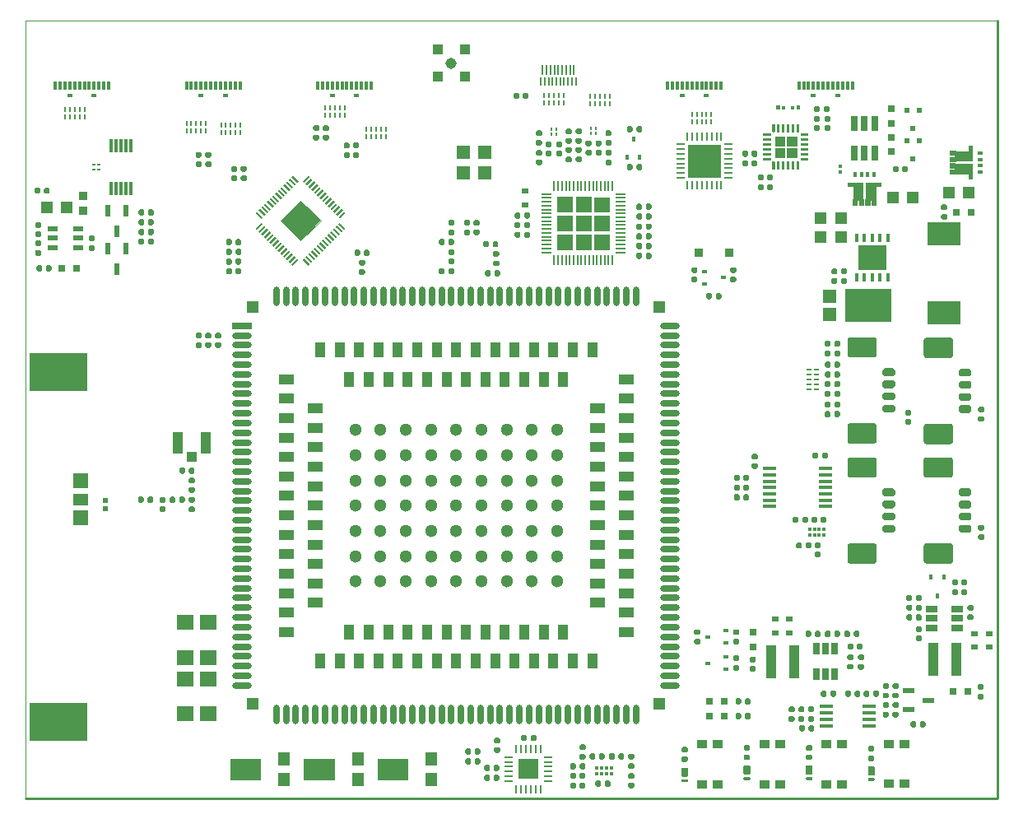
<source format=gbr>
%TF.GenerationSoftware,KiCad,Pcbnew,5.1.9+dfsg1-1*%
%TF.CreationDate,2022-02-21T14:57:17+01:00*%
%TF.ProjectId,sc606-baseboard,73633630-362d-4626-9173-65626f617264,rev?*%
%TF.SameCoordinates,Original*%
%TF.FileFunction,Paste,Top*%
%TF.FilePolarity,Positive*%
%FSLAX46Y46*%
G04 Gerber Fmt 4.6, Leading zero omitted, Abs format (unit mm)*
G04 Created by KiCad (PCBNEW 5.1.9+dfsg1-1) date 2022-02-21 14:57:17 commit 2b5f92f*
%MOMM*%
%LPD*%
G01*
G04 APERTURE LIST*
%TA.AperFunction,Profile*%
%ADD10C,0.120000*%
%TD*%
%TA.AperFunction,Profile*%
%ADD11C,0.254000*%
%TD*%
%ADD12C,0.010000*%
%ADD13C,0.100000*%
%ADD14R,2.100000X2.100000*%
%ADD15R,0.900000X0.240000*%
%ADD16R,0.240000X0.900000*%
%ADD17R,1.450000X0.450000*%
%ADD18R,0.600000X0.550000*%
%ADD19R,0.475000X0.200000*%
%ADD20R,1.400000X0.350000*%
%ADD21R,0.310000X0.420000*%
%ADD22R,0.310000X0.430000*%
%ADD23R,0.380000X0.400000*%
%ADD24R,0.200000X1.000000*%
%ADD25R,1.000000X0.200000*%
%ADD26R,1.350000X1.350000*%
%ADD27R,2.000000X0.650000*%
%ADD28R,1.300000X1.300000*%
%ADD29C,1.300000*%
%ADD30R,1.000000X1.500000*%
%ADD31R,1.500000X1.000000*%
%ADD32O,0.650000X2.000000*%
%ADD33O,2.000000X0.650000*%
%ADD34R,0.300000X1.450000*%
%ADD35R,0.400000X0.380000*%
%ADD36R,1.000000X0.550000*%
%ADD37R,0.950000X0.950000*%
%ADD38R,0.800000X0.800000*%
%ADD39R,1.200000X1.200000*%
%ADD40R,3.400000X2.400000*%
%ADD41R,0.406400X0.508000*%
%ADD42R,0.406400X0.558800*%
%ADD43R,0.508000X0.406400*%
%ADD44R,0.558800X0.406400*%
%ADD45R,0.700000X1.600000*%
%ADD46R,0.500000X0.400000*%
%ADD47R,0.300000X0.900000*%
%ADD48R,0.200000X0.475000*%
%ADD49R,0.900000X0.950000*%
%ADD50C,1.140000*%
%ADD51R,1.100000X1.100000*%
%ADD52R,1.800000X1.500000*%
%ADD53R,1.000000X0.900000*%
%ADD54R,1.200000X0.700000*%
%ADD55R,0.980000X3.400000*%
%ADD56R,0.800000X0.600000*%
%ADD57R,0.600000X0.540000*%
%ADD58R,1.500000X1.200000*%
%ADD59R,1.500000X1.650000*%
%ADD60R,6.000000X4.000000*%
%ADD61R,0.230000X0.850000*%
%ADD62R,0.230000X1.000000*%
%ADD63R,0.280000X0.850000*%
%ADD64R,0.850000X0.280000*%
%ADD65R,3.450000X3.450000*%
%ADD66R,0.700000X1.200000*%
%ADD67R,0.600000X1.300000*%
%ADD68R,0.400000X0.500000*%
%ADD69R,1.300000X0.600000*%
%ADD70R,0.300000X0.230000*%
%ADD71R,0.230000X0.300000*%
%ADD72R,1.000000X1.050000*%
%ADD73R,1.050000X2.200000*%
%ADD74R,0.356000X0.850000*%
%ADD75R,3.000000X2.600000*%
%ADD76R,1.270000X1.400000*%
%ADD77R,4.860000X3.360000*%
%ADD78R,1.400000X1.390000*%
G04 APERTURE END LIST*
D10*
X175600000Y-42400000D02*
X75600000Y-42400000D01*
D11*
X175600000Y-42400000D02*
X175600000Y-122400000D01*
D10*
X75600000Y-122400000D02*
X75600000Y-42400000D01*
D11*
X175600000Y-122400000D02*
X75600000Y-122400000D01*
D12*
%TO.C,U7*%
G36*
X131845000Y-60565000D02*
G01*
X131845000Y-62065000D01*
X130295000Y-62065000D01*
X130295000Y-60565000D01*
X131845000Y-60565000D01*
G37*
X131845000Y-60565000D02*
X131845000Y-62065000D01*
X130295000Y-62065000D01*
X130295000Y-60565000D01*
X131845000Y-60565000D01*
G36*
X131845000Y-62515000D02*
G01*
X131845000Y-64015000D01*
X130295000Y-64015000D01*
X130295000Y-62515000D01*
X131845000Y-62515000D01*
G37*
X131845000Y-62515000D02*
X131845000Y-64015000D01*
X130295000Y-64015000D01*
X130295000Y-62515000D01*
X131845000Y-62515000D01*
G36*
X131845000Y-64415000D02*
G01*
X131845000Y-65915000D01*
X130295000Y-65915000D01*
X130295000Y-64415000D01*
X131845000Y-64415000D01*
G37*
X131845000Y-64415000D02*
X131845000Y-65915000D01*
X130295000Y-65915000D01*
X130295000Y-64415000D01*
X131845000Y-64415000D01*
G36*
X134105000Y-65925000D02*
G01*
X134105000Y-64425000D01*
X135655000Y-64425000D01*
X135655000Y-65925000D01*
X134105000Y-65925000D01*
G37*
X134105000Y-65925000D02*
X134105000Y-64425000D01*
X135655000Y-64425000D01*
X135655000Y-65925000D01*
X134105000Y-65925000D01*
G36*
X134105000Y-63975000D02*
G01*
X134105000Y-62475000D01*
X135655000Y-62475000D01*
X135655000Y-63975000D01*
X134105000Y-63975000D01*
G37*
X134105000Y-63975000D02*
X134105000Y-62475000D01*
X135655000Y-62475000D01*
X135655000Y-63975000D01*
X134105000Y-63975000D01*
G36*
X134105000Y-62075000D02*
G01*
X134105000Y-60575000D01*
X135655000Y-60575000D01*
X135655000Y-62075000D01*
X134105000Y-62075000D01*
G37*
X134105000Y-62075000D02*
X134105000Y-60575000D01*
X135655000Y-60575000D01*
X135655000Y-62075000D01*
X134105000Y-62075000D01*
G36*
X133745000Y-60565000D02*
G01*
X133745000Y-62065000D01*
X132195000Y-62065000D01*
X132195000Y-60565000D01*
X133745000Y-60565000D01*
G37*
X133745000Y-60565000D02*
X133745000Y-62065000D01*
X132195000Y-62065000D01*
X132195000Y-60565000D01*
X133745000Y-60565000D01*
G36*
X133745000Y-62515000D02*
G01*
X133745000Y-64015000D01*
X132195000Y-64015000D01*
X132195000Y-62515000D01*
X133745000Y-62515000D01*
G37*
X133745000Y-62515000D02*
X133745000Y-64015000D01*
X132195000Y-64015000D01*
X132195000Y-62515000D01*
X133745000Y-62515000D01*
G36*
X133745000Y-64415000D02*
G01*
X133745000Y-65915000D01*
X132195000Y-65915000D01*
X132195000Y-64415000D01*
X133745000Y-64415000D01*
G37*
X133745000Y-64415000D02*
X133745000Y-65915000D01*
X132195000Y-65915000D01*
X132195000Y-64415000D01*
X133745000Y-64415000D01*
D13*
%TO.C,Q10*%
G36*
X161778207Y-61399800D02*
G01*
X161371807Y-61399800D01*
X161371807Y-60841000D01*
X161128221Y-60841000D01*
X161128221Y-61399800D01*
X160721821Y-61399800D01*
X160721821Y-60841000D01*
X160780500Y-60840993D01*
X160780508Y-59453798D01*
X160200499Y-59453798D01*
X160200499Y-59113793D01*
X160780500Y-59113793D01*
X161725500Y-59113793D01*
X161725500Y-60840993D01*
X161778207Y-60841000D01*
X161778207Y-61399800D01*
G37*
X161778207Y-61399800D02*
X161371807Y-61399800D01*
X161371807Y-60841000D01*
X161128221Y-60841000D01*
X161128221Y-61399800D01*
X160721821Y-61399800D01*
X160721821Y-60841000D01*
X160780500Y-60840993D01*
X160780508Y-59453798D01*
X160200499Y-59453798D01*
X160200499Y-59113793D01*
X160780500Y-59113793D01*
X161725500Y-59113793D01*
X161725500Y-60840993D01*
X161778207Y-60841000D01*
X161778207Y-61399800D01*
G36*
X163078179Y-61399800D02*
G01*
X162671779Y-61399800D01*
X162671779Y-60841000D01*
X162428193Y-60841000D01*
X162428193Y-61399800D01*
X162021793Y-61399800D01*
X162021793Y-60841000D01*
X162074500Y-60840993D01*
X162074500Y-59113793D01*
X163019500Y-59113793D01*
X163599501Y-59113793D01*
X163599501Y-59453798D01*
X163019492Y-59453798D01*
X163019500Y-60840993D01*
X163078179Y-60841000D01*
X163078179Y-61399800D01*
G37*
X163078179Y-61399800D02*
X162671779Y-61399800D01*
X162671779Y-60841000D01*
X162428193Y-60841000D01*
X162428193Y-61399800D01*
X162021793Y-61399800D01*
X162021793Y-60841000D01*
X162074500Y-60840993D01*
X162074500Y-59113793D01*
X163019500Y-59113793D01*
X163599501Y-59113793D01*
X163599501Y-59453798D01*
X163019492Y-59453798D01*
X163019500Y-60840993D01*
X163078179Y-60841000D01*
X163078179Y-61399800D01*
%TO.C,Q11*%
G36*
X170700200Y-56878207D02*
G01*
X170700200Y-56471807D01*
X171259000Y-56471807D01*
X171259000Y-56228221D01*
X170700200Y-56228221D01*
X170700200Y-55821821D01*
X171259000Y-55821821D01*
X171259007Y-55880500D01*
X172646202Y-55880508D01*
X172646202Y-55300499D01*
X172986207Y-55300499D01*
X172986207Y-55880500D01*
X172986207Y-56825500D01*
X171259007Y-56825500D01*
X171259000Y-56878207D01*
X170700200Y-56878207D01*
G37*
X170700200Y-56878207D02*
X170700200Y-56471807D01*
X171259000Y-56471807D01*
X171259000Y-56228221D01*
X170700200Y-56228221D01*
X170700200Y-55821821D01*
X171259000Y-55821821D01*
X171259007Y-55880500D01*
X172646202Y-55880508D01*
X172646202Y-55300499D01*
X172986207Y-55300499D01*
X172986207Y-55880500D01*
X172986207Y-56825500D01*
X171259007Y-56825500D01*
X171259000Y-56878207D01*
X170700200Y-56878207D01*
G36*
X170700200Y-58178179D02*
G01*
X170700200Y-57771779D01*
X171259000Y-57771779D01*
X171259000Y-57528193D01*
X170700200Y-57528193D01*
X170700200Y-57121793D01*
X171259000Y-57121793D01*
X171259007Y-57174500D01*
X172986207Y-57174500D01*
X172986207Y-58119500D01*
X172986207Y-58699501D01*
X172646202Y-58699501D01*
X172646202Y-58119492D01*
X171259007Y-58119500D01*
X171259000Y-58178179D01*
X170700200Y-58178179D01*
G37*
X170700200Y-58178179D02*
X170700200Y-57771779D01*
X171259000Y-57771779D01*
X171259000Y-57528193D01*
X170700200Y-57528193D01*
X170700200Y-57121793D01*
X171259000Y-57121793D01*
X171259007Y-57174500D01*
X172986207Y-57174500D01*
X172986207Y-58119500D01*
X172986207Y-58699501D01*
X172646202Y-58699501D01*
X172646202Y-58119492D01*
X171259007Y-58119500D01*
X171259000Y-58178179D01*
X170700200Y-58178179D01*
D12*
%TO.C,U12*%
G36*
X154890000Y-55530000D02*
G01*
X154890000Y-56490000D01*
X153930000Y-56490000D01*
X153930000Y-55530000D01*
X154890000Y-55530000D01*
G37*
X154890000Y-55530000D02*
X154890000Y-56490000D01*
X153930000Y-56490000D01*
X153930000Y-55530000D01*
X154890000Y-55530000D01*
G36*
X154890000Y-54310000D02*
G01*
X154890000Y-55270000D01*
X153930000Y-55270000D01*
X153930000Y-54310000D01*
X154890000Y-54310000D01*
G37*
X154890000Y-54310000D02*
X154890000Y-55270000D01*
X153930000Y-55270000D01*
X153930000Y-54310000D01*
X154890000Y-54310000D01*
G36*
X153670000Y-54310000D02*
G01*
X153670000Y-55270000D01*
X152710000Y-55270000D01*
X152710000Y-54310000D01*
X153670000Y-54310000D01*
G37*
X153670000Y-54310000D02*
X153670000Y-55270000D01*
X152710000Y-55270000D01*
X152710000Y-54310000D01*
X153670000Y-54310000D01*
G36*
X153670000Y-55530000D02*
G01*
X153670000Y-56490000D01*
X152710000Y-56490000D01*
X152710000Y-55530000D01*
X153670000Y-55530000D01*
G37*
X153670000Y-55530000D02*
X153670000Y-56490000D01*
X152710000Y-56490000D01*
X152710000Y-55530000D01*
X153670000Y-55530000D01*
%TO.C,U15*%
G36*
X105950709Y-62999901D02*
G01*
X103900000Y-65050610D01*
X101849291Y-62999901D01*
X103900000Y-60949192D01*
X105950709Y-62999901D01*
G37*
X105950709Y-62999901D02*
X103900000Y-65050610D01*
X101849291Y-62999901D01*
X103900000Y-60949192D01*
X105950709Y-62999901D01*
%TO.C,D5*%
G36*
X96634000Y-120460000D02*
G01*
X96634000Y-118340000D01*
X99714000Y-118340000D01*
X99714000Y-120460000D01*
X96634000Y-120460000D01*
G37*
X96634000Y-120460000D02*
X96634000Y-118340000D01*
X99714000Y-118340000D01*
X99714000Y-120460000D01*
X96634000Y-120460000D01*
%TO.C,D4*%
G36*
X104234000Y-120460000D02*
G01*
X104234000Y-118340000D01*
X107314000Y-118340000D01*
X107314000Y-120460000D01*
X104234000Y-120460000D01*
G37*
X104234000Y-120460000D02*
X104234000Y-118340000D01*
X107314000Y-118340000D01*
X107314000Y-120460000D01*
X104234000Y-120460000D01*
%TO.C,D3*%
G36*
X111834000Y-120460000D02*
G01*
X111834000Y-118340000D01*
X114914000Y-118340000D01*
X114914000Y-120460000D01*
X111834000Y-120460000D01*
G37*
X111834000Y-120460000D02*
X111834000Y-118340000D01*
X114914000Y-118340000D01*
X114914000Y-120460000D01*
X111834000Y-120460000D01*
%TD*%
D14*
%TO.C,U6*%
X127300000Y-119400010D03*
D15*
X125250000Y-119650010D03*
X125250000Y-118150010D03*
D16*
X126550000Y-117350010D03*
X127550000Y-121450010D03*
D15*
X129350000Y-120150010D03*
X125250000Y-120150010D03*
X129350000Y-118150010D03*
X129350000Y-119650010D03*
X129350000Y-120650010D03*
D16*
X127050000Y-121450010D03*
D15*
X129350000Y-119150010D03*
D16*
X128550000Y-121450010D03*
X126550000Y-121450010D03*
X127550000Y-117350010D03*
X128050000Y-121450010D03*
X128550000Y-117350010D03*
X128050000Y-117350010D03*
X126050000Y-117350010D03*
D15*
X125250000Y-119150010D03*
X129350000Y-118650010D03*
D16*
X126050000Y-121450010D03*
D15*
X125250000Y-120650010D03*
D16*
X127050000Y-117350010D03*
D15*
X125250000Y-118650010D03*
%TD*%
D17*
%TO.C,U4*%
X162350000Y-112975000D03*
X162350000Y-113625000D03*
X162350000Y-114275000D03*
X162350000Y-114925000D03*
X157950000Y-114925000D03*
X157950000Y-114275000D03*
X157950000Y-113625000D03*
X157950000Y-112975000D03*
%TD*%
D18*
%TO.C,Q14*%
X166900000Y-56625000D03*
X166250000Y-54775000D03*
X167550000Y-54775000D03*
%TD*%
%TO.C,Q12*%
X166900000Y-53525000D03*
X166250000Y-51675000D03*
X167550000Y-51675000D03*
%TD*%
%TO.C,R186*%
G36*
G01*
X149060000Y-90277500D02*
X149060000Y-90622500D01*
G75*
G02*
X148912500Y-90770000I-147500J0D01*
G01*
X148617500Y-90770000D01*
G75*
G02*
X148470000Y-90622500I0J147500D01*
G01*
X148470000Y-90277500D01*
G75*
G02*
X148617500Y-90130000I147500J0D01*
G01*
X148912500Y-90130000D01*
G75*
G02*
X149060000Y-90277500I0J-147500D01*
G01*
G37*
G36*
G01*
X150030000Y-90277500D02*
X150030000Y-90622500D01*
G75*
G02*
X149882500Y-90770000I-147500J0D01*
G01*
X149587500Y-90770000D01*
G75*
G02*
X149440000Y-90622500I0J147500D01*
G01*
X149440000Y-90277500D01*
G75*
G02*
X149587500Y-90130000I147500J0D01*
G01*
X149882500Y-90130000D01*
G75*
G02*
X150030000Y-90277500I0J-147500D01*
G01*
G37*
%TD*%
D19*
%TO.C,D39*%
X156987500Y-78800000D03*
X156987500Y-79800000D03*
X156987500Y-79300000D03*
X156987500Y-80300000D03*
X156987500Y-78300000D03*
X156212500Y-80300000D03*
X156212500Y-79800000D03*
X156212500Y-79300000D03*
X156212500Y-78800000D03*
X156212500Y-78300000D03*
%TD*%
%TO.C,C173*%
G36*
G01*
X166227500Y-83405000D02*
X166572500Y-83405000D01*
G75*
G02*
X166720000Y-83552500I0J-147500D01*
G01*
X166720000Y-83847500D01*
G75*
G02*
X166572500Y-83995000I-147500J0D01*
G01*
X166227500Y-83995000D01*
G75*
G02*
X166080000Y-83847500I0J147500D01*
G01*
X166080000Y-83552500D01*
G75*
G02*
X166227500Y-83405000I147500J0D01*
G01*
G37*
G36*
G01*
X166227500Y-82435000D02*
X166572500Y-82435000D01*
G75*
G02*
X166720000Y-82582500I0J-147500D01*
G01*
X166720000Y-82877500D01*
G75*
G02*
X166572500Y-83025000I-147500J0D01*
G01*
X166227500Y-83025000D01*
G75*
G02*
X166080000Y-82877500I0J147500D01*
G01*
X166080000Y-82582500D01*
G75*
G02*
X166227500Y-82435000I147500J0D01*
G01*
G37*
%TD*%
%TO.C,C169*%
G36*
G01*
X157160000Y-86977500D02*
X157160000Y-87322500D01*
G75*
G02*
X157012500Y-87470000I-147500J0D01*
G01*
X156717500Y-87470000D01*
G75*
G02*
X156570000Y-87322500I0J147500D01*
G01*
X156570000Y-86977500D01*
G75*
G02*
X156717500Y-86830000I147500J0D01*
G01*
X157012500Y-86830000D01*
G75*
G02*
X157160000Y-86977500I0J-147500D01*
G01*
G37*
G36*
G01*
X158130000Y-86977500D02*
X158130000Y-87322500D01*
G75*
G02*
X157982500Y-87470000I-147500J0D01*
G01*
X157687500Y-87470000D01*
G75*
G02*
X157540000Y-87322500I0J147500D01*
G01*
X157540000Y-86977500D01*
G75*
G02*
X157687500Y-86830000I147500J0D01*
G01*
X157982500Y-86830000D01*
G75*
G02*
X158130000Y-86977500I0J-147500D01*
G01*
G37*
%TD*%
%TO.C,C168*%
G36*
G01*
X150772500Y-87560000D02*
X150427500Y-87560000D01*
G75*
G02*
X150280000Y-87412500I0J147500D01*
G01*
X150280000Y-87117500D01*
G75*
G02*
X150427500Y-86970000I147500J0D01*
G01*
X150772500Y-86970000D01*
G75*
G02*
X150920000Y-87117500I0J-147500D01*
G01*
X150920000Y-87412500D01*
G75*
G02*
X150772500Y-87560000I-147500J0D01*
G01*
G37*
G36*
G01*
X150772500Y-88530000D02*
X150427500Y-88530000D01*
G75*
G02*
X150280000Y-88382500I0J147500D01*
G01*
X150280000Y-88087500D01*
G75*
G02*
X150427500Y-87940000I147500J0D01*
G01*
X150772500Y-87940000D01*
G75*
G02*
X150920000Y-88087500I0J-147500D01*
G01*
X150920000Y-88382500D01*
G75*
G02*
X150772500Y-88530000I-147500J0D01*
G01*
G37*
%TD*%
%TO.C,C167*%
G36*
G01*
X173727500Y-83090000D02*
X174072500Y-83090000D01*
G75*
G02*
X174220000Y-83237500I0J-147500D01*
G01*
X174220000Y-83532500D01*
G75*
G02*
X174072500Y-83680000I-147500J0D01*
G01*
X173727500Y-83680000D01*
G75*
G02*
X173580000Y-83532500I0J147500D01*
G01*
X173580000Y-83237500D01*
G75*
G02*
X173727500Y-83090000I147500J0D01*
G01*
G37*
G36*
G01*
X173727500Y-82120000D02*
X174072500Y-82120000D01*
G75*
G02*
X174220000Y-82267500I0J-147500D01*
G01*
X174220000Y-82562500D01*
G75*
G02*
X174072500Y-82710000I-147500J0D01*
G01*
X173727500Y-82710000D01*
G75*
G02*
X173580000Y-82562500I0J147500D01*
G01*
X173580000Y-82267500D01*
G75*
G02*
X173727500Y-82120000I147500J0D01*
G01*
G37*
%TD*%
%TO.C,C166*%
G36*
G01*
X173727500Y-95240000D02*
X174072500Y-95240000D01*
G75*
G02*
X174220000Y-95387500I0J-147500D01*
G01*
X174220000Y-95682500D01*
G75*
G02*
X174072500Y-95830000I-147500J0D01*
G01*
X173727500Y-95830000D01*
G75*
G02*
X173580000Y-95682500I0J147500D01*
G01*
X173580000Y-95387500D01*
G75*
G02*
X173727500Y-95240000I147500J0D01*
G01*
G37*
G36*
G01*
X173727500Y-94270000D02*
X174072500Y-94270000D01*
G75*
G02*
X174220000Y-94417500I0J-147500D01*
G01*
X174220000Y-94712500D01*
G75*
G02*
X174072500Y-94860000I-147500J0D01*
G01*
X173727500Y-94860000D01*
G75*
G02*
X173580000Y-94712500I0J147500D01*
G01*
X173580000Y-94417500D01*
G75*
G02*
X173727500Y-94270000I147500J0D01*
G01*
G37*
%TD*%
%TO.C,J17*%
G36*
G01*
X163950000Y-90525000D02*
X164850000Y-90525000D01*
G75*
G02*
X165050000Y-90725000I0J-200000D01*
G01*
X165050000Y-91125000D01*
G75*
G02*
X164850000Y-91325000I-200000J0D01*
G01*
X163950000Y-91325000D01*
G75*
G02*
X163750000Y-91125000I0J200000D01*
G01*
X163750000Y-90725000D01*
G75*
G02*
X163950000Y-90525000I200000J0D01*
G01*
G37*
G36*
G01*
X163950000Y-91775000D02*
X164850000Y-91775000D01*
G75*
G02*
X165050000Y-91975000I0J-200000D01*
G01*
X165050000Y-92375000D01*
G75*
G02*
X164850000Y-92575000I-200000J0D01*
G01*
X163950000Y-92575000D01*
G75*
G02*
X163750000Y-92375000I0J200000D01*
G01*
X163750000Y-91975000D01*
G75*
G02*
X163950000Y-91775000I200000J0D01*
G01*
G37*
G36*
G01*
X163950000Y-93025000D02*
X164850000Y-93025000D01*
G75*
G02*
X165050000Y-93225000I0J-200000D01*
G01*
X165050000Y-93625000D01*
G75*
G02*
X164850000Y-93825000I-200000J0D01*
G01*
X163950000Y-93825000D01*
G75*
G02*
X163750000Y-93625000I0J200000D01*
G01*
X163750000Y-93225000D01*
G75*
G02*
X163950000Y-93025000I200000J0D01*
G01*
G37*
G36*
G01*
X163950000Y-94275000D02*
X164850000Y-94275000D01*
G75*
G02*
X165050000Y-94475000I0J-200000D01*
G01*
X165050000Y-94875000D01*
G75*
G02*
X164850000Y-95075000I-200000J0D01*
G01*
X163950000Y-95075000D01*
G75*
G02*
X163750000Y-94875000I0J200000D01*
G01*
X163750000Y-94475000D01*
G75*
G02*
X163950000Y-94275000I200000J0D01*
G01*
G37*
G36*
G01*
X160400000Y-87325000D02*
X162900000Y-87325000D01*
G75*
G02*
X163150000Y-87575000I0J-250000D01*
G01*
X163150000Y-89175000D01*
G75*
G02*
X162900000Y-89425000I-250000J0D01*
G01*
X160400000Y-89425000D01*
G75*
G02*
X160150000Y-89175000I0J250000D01*
G01*
X160150000Y-87575000D01*
G75*
G02*
X160400000Y-87325000I250000J0D01*
G01*
G37*
G36*
G01*
X160400000Y-96175000D02*
X162900000Y-96175000D01*
G75*
G02*
X163150000Y-96425000I0J-250000D01*
G01*
X163150000Y-98025000D01*
G75*
G02*
X162900000Y-98275000I-250000J0D01*
G01*
X160400000Y-98275000D01*
G75*
G02*
X160150000Y-98025000I0J250000D01*
G01*
X160150000Y-96425000D01*
G75*
G02*
X160400000Y-96175000I250000J0D01*
G01*
G37*
%TD*%
%TO.C,J16*%
G36*
G01*
X171800000Y-90525000D02*
X172700000Y-90525000D01*
G75*
G02*
X172900000Y-90725000I0J-200000D01*
G01*
X172900000Y-91125000D01*
G75*
G02*
X172700000Y-91325000I-200000J0D01*
G01*
X171800000Y-91325000D01*
G75*
G02*
X171600000Y-91125000I0J200000D01*
G01*
X171600000Y-90725000D01*
G75*
G02*
X171800000Y-90525000I200000J0D01*
G01*
G37*
G36*
G01*
X171800000Y-91775000D02*
X172700000Y-91775000D01*
G75*
G02*
X172900000Y-91975000I0J-200000D01*
G01*
X172900000Y-92375000D01*
G75*
G02*
X172700000Y-92575000I-200000J0D01*
G01*
X171800000Y-92575000D01*
G75*
G02*
X171600000Y-92375000I0J200000D01*
G01*
X171600000Y-91975000D01*
G75*
G02*
X171800000Y-91775000I200000J0D01*
G01*
G37*
G36*
G01*
X171800000Y-93025000D02*
X172700000Y-93025000D01*
G75*
G02*
X172900000Y-93225000I0J-200000D01*
G01*
X172900000Y-93625000D01*
G75*
G02*
X172700000Y-93825000I-200000J0D01*
G01*
X171800000Y-93825000D01*
G75*
G02*
X171600000Y-93625000I0J200000D01*
G01*
X171600000Y-93225000D01*
G75*
G02*
X171800000Y-93025000I200000J0D01*
G01*
G37*
G36*
G01*
X171800000Y-94275000D02*
X172700000Y-94275000D01*
G75*
G02*
X172900000Y-94475000I0J-200000D01*
G01*
X172900000Y-94875000D01*
G75*
G02*
X172700000Y-95075000I-200000J0D01*
G01*
X171800000Y-95075000D01*
G75*
G02*
X171600000Y-94875000I0J200000D01*
G01*
X171600000Y-94475000D01*
G75*
G02*
X171800000Y-94275000I200000J0D01*
G01*
G37*
G36*
G01*
X168250000Y-87325000D02*
X170750000Y-87325000D01*
G75*
G02*
X171000000Y-87575000I0J-250000D01*
G01*
X171000000Y-89175000D01*
G75*
G02*
X170750000Y-89425000I-250000J0D01*
G01*
X168250000Y-89425000D01*
G75*
G02*
X168000000Y-89175000I0J250000D01*
G01*
X168000000Y-87575000D01*
G75*
G02*
X168250000Y-87325000I250000J0D01*
G01*
G37*
G36*
G01*
X168250000Y-96175000D02*
X170750000Y-96175000D01*
G75*
G02*
X171000000Y-96425000I0J-250000D01*
G01*
X171000000Y-98025000D01*
G75*
G02*
X170750000Y-98275000I-250000J0D01*
G01*
X168250000Y-98275000D01*
G75*
G02*
X168000000Y-98025000I0J250000D01*
G01*
X168000000Y-96425000D01*
G75*
G02*
X168250000Y-96175000I250000J0D01*
G01*
G37*
%TD*%
%TO.C,J15*%
G36*
G01*
X163950000Y-78175000D02*
X164850000Y-78175000D01*
G75*
G02*
X165050000Y-78375000I0J-200000D01*
G01*
X165050000Y-78775000D01*
G75*
G02*
X164850000Y-78975000I-200000J0D01*
G01*
X163950000Y-78975000D01*
G75*
G02*
X163750000Y-78775000I0J200000D01*
G01*
X163750000Y-78375000D01*
G75*
G02*
X163950000Y-78175000I200000J0D01*
G01*
G37*
G36*
G01*
X163950000Y-79425000D02*
X164850000Y-79425000D01*
G75*
G02*
X165050000Y-79625000I0J-200000D01*
G01*
X165050000Y-80025000D01*
G75*
G02*
X164850000Y-80225000I-200000J0D01*
G01*
X163950000Y-80225000D01*
G75*
G02*
X163750000Y-80025000I0J200000D01*
G01*
X163750000Y-79625000D01*
G75*
G02*
X163950000Y-79425000I200000J0D01*
G01*
G37*
G36*
G01*
X163950000Y-80675000D02*
X164850000Y-80675000D01*
G75*
G02*
X165050000Y-80875000I0J-200000D01*
G01*
X165050000Y-81275000D01*
G75*
G02*
X164850000Y-81475000I-200000J0D01*
G01*
X163950000Y-81475000D01*
G75*
G02*
X163750000Y-81275000I0J200000D01*
G01*
X163750000Y-80875000D01*
G75*
G02*
X163950000Y-80675000I200000J0D01*
G01*
G37*
G36*
G01*
X163950000Y-81925000D02*
X164850000Y-81925000D01*
G75*
G02*
X165050000Y-82125000I0J-200000D01*
G01*
X165050000Y-82525000D01*
G75*
G02*
X164850000Y-82725000I-200000J0D01*
G01*
X163950000Y-82725000D01*
G75*
G02*
X163750000Y-82525000I0J200000D01*
G01*
X163750000Y-82125000D01*
G75*
G02*
X163950000Y-81925000I200000J0D01*
G01*
G37*
G36*
G01*
X160400000Y-74975000D02*
X162900000Y-74975000D01*
G75*
G02*
X163150000Y-75225000I0J-250000D01*
G01*
X163150000Y-76825000D01*
G75*
G02*
X162900000Y-77075000I-250000J0D01*
G01*
X160400000Y-77075000D01*
G75*
G02*
X160150000Y-76825000I0J250000D01*
G01*
X160150000Y-75225000D01*
G75*
G02*
X160400000Y-74975000I250000J0D01*
G01*
G37*
G36*
G01*
X160400000Y-83825000D02*
X162900000Y-83825000D01*
G75*
G02*
X163150000Y-84075000I0J-250000D01*
G01*
X163150000Y-85675000D01*
G75*
G02*
X162900000Y-85925000I-250000J0D01*
G01*
X160400000Y-85925000D01*
G75*
G02*
X160150000Y-85675000I0J250000D01*
G01*
X160150000Y-84075000D01*
G75*
G02*
X160400000Y-83825000I250000J0D01*
G01*
G37*
%TD*%
%TO.C,J13*%
G36*
G01*
X171800000Y-78225000D02*
X172700000Y-78225000D01*
G75*
G02*
X172900000Y-78425000I0J-200000D01*
G01*
X172900000Y-78825000D01*
G75*
G02*
X172700000Y-79025000I-200000J0D01*
G01*
X171800000Y-79025000D01*
G75*
G02*
X171600000Y-78825000I0J200000D01*
G01*
X171600000Y-78425000D01*
G75*
G02*
X171800000Y-78225000I200000J0D01*
G01*
G37*
G36*
G01*
X171800000Y-79475000D02*
X172700000Y-79475000D01*
G75*
G02*
X172900000Y-79675000I0J-200000D01*
G01*
X172900000Y-80075000D01*
G75*
G02*
X172700000Y-80275000I-200000J0D01*
G01*
X171800000Y-80275000D01*
G75*
G02*
X171600000Y-80075000I0J200000D01*
G01*
X171600000Y-79675000D01*
G75*
G02*
X171800000Y-79475000I200000J0D01*
G01*
G37*
G36*
G01*
X171800000Y-80725000D02*
X172700000Y-80725000D01*
G75*
G02*
X172900000Y-80925000I0J-200000D01*
G01*
X172900000Y-81325000D01*
G75*
G02*
X172700000Y-81525000I-200000J0D01*
G01*
X171800000Y-81525000D01*
G75*
G02*
X171600000Y-81325000I0J200000D01*
G01*
X171600000Y-80925000D01*
G75*
G02*
X171800000Y-80725000I200000J0D01*
G01*
G37*
G36*
G01*
X171800000Y-81975000D02*
X172700000Y-81975000D01*
G75*
G02*
X172900000Y-82175000I0J-200000D01*
G01*
X172900000Y-82575000D01*
G75*
G02*
X172700000Y-82775000I-200000J0D01*
G01*
X171800000Y-82775000D01*
G75*
G02*
X171600000Y-82575000I0J200000D01*
G01*
X171600000Y-82175000D01*
G75*
G02*
X171800000Y-81975000I200000J0D01*
G01*
G37*
G36*
G01*
X168250000Y-75025000D02*
X170750000Y-75025000D01*
G75*
G02*
X171000000Y-75275000I0J-250000D01*
G01*
X171000000Y-76875000D01*
G75*
G02*
X170750000Y-77125000I-250000J0D01*
G01*
X168250000Y-77125000D01*
G75*
G02*
X168000000Y-76875000I0J250000D01*
G01*
X168000000Y-75275000D01*
G75*
G02*
X168250000Y-75025000I250000J0D01*
G01*
G37*
G36*
G01*
X168250000Y-83875000D02*
X170750000Y-83875000D01*
G75*
G02*
X171000000Y-84125000I0J-250000D01*
G01*
X171000000Y-85725000D01*
G75*
G02*
X170750000Y-85975000I-250000J0D01*
G01*
X168250000Y-85975000D01*
G75*
G02*
X168000000Y-85725000I0J250000D01*
G01*
X168000000Y-84125000D01*
G75*
G02*
X168250000Y-83875000I250000J0D01*
G01*
G37*
%TD*%
%TO.C,R188*%
G36*
G01*
X149060000Y-91277500D02*
X149060000Y-91622500D01*
G75*
G02*
X148912500Y-91770000I-147500J0D01*
G01*
X148617500Y-91770000D01*
G75*
G02*
X148470000Y-91622500I0J147500D01*
G01*
X148470000Y-91277500D01*
G75*
G02*
X148617500Y-91130000I147500J0D01*
G01*
X148912500Y-91130000D01*
G75*
G02*
X149060000Y-91277500I0J-147500D01*
G01*
G37*
G36*
G01*
X150030000Y-91277500D02*
X150030000Y-91622500D01*
G75*
G02*
X149882500Y-91770000I-147500J0D01*
G01*
X149587500Y-91770000D01*
G75*
G02*
X149440000Y-91622500I0J147500D01*
G01*
X149440000Y-91277500D01*
G75*
G02*
X149587500Y-91130000I147500J0D01*
G01*
X149882500Y-91130000D01*
G75*
G02*
X150030000Y-91277500I0J-147500D01*
G01*
G37*
%TD*%
%TO.C,R187*%
G36*
G01*
X149060000Y-89277500D02*
X149060000Y-89622500D01*
G75*
G02*
X148912500Y-89770000I-147500J0D01*
G01*
X148617500Y-89770000D01*
G75*
G02*
X148470000Y-89622500I0J147500D01*
G01*
X148470000Y-89277500D01*
G75*
G02*
X148617500Y-89130000I147500J0D01*
G01*
X148912500Y-89130000D01*
G75*
G02*
X149060000Y-89277500I0J-147500D01*
G01*
G37*
G36*
G01*
X150030000Y-89277500D02*
X150030000Y-89622500D01*
G75*
G02*
X149882500Y-89770000I-147500J0D01*
G01*
X149587500Y-89770000D01*
G75*
G02*
X149440000Y-89622500I0J147500D01*
G01*
X149440000Y-89277500D01*
G75*
G02*
X149587500Y-89130000I147500J0D01*
G01*
X149882500Y-89130000D01*
G75*
G02*
X150030000Y-89277500I0J-147500D01*
G01*
G37*
%TD*%
D20*
%TO.C,U17*%
X157875000Y-92400000D03*
X157875000Y-91750000D03*
X157875000Y-91100000D03*
X157875000Y-90450000D03*
X157875000Y-89800000D03*
X157875000Y-89150000D03*
X157875000Y-88500000D03*
X152125000Y-92400000D03*
X152125000Y-91750000D03*
X152125000Y-91100000D03*
X152125000Y-90450000D03*
X152125000Y-89800000D03*
X152125000Y-89150000D03*
X152125000Y-88500000D03*
%TD*%
D21*
%TO.C,U16*%
X157750000Y-95345000D03*
X157250000Y-95345000D03*
X156750000Y-95345000D03*
X156250000Y-95345000D03*
X156250000Y-94755000D03*
X156750000Y-94755000D03*
X157250000Y-94755000D03*
D22*
X157750000Y-94760000D03*
%TD*%
%TO.C,R185*%
G36*
G01*
X155110000Y-93577500D02*
X155110000Y-93922500D01*
G75*
G02*
X154962500Y-94070000I-147500J0D01*
G01*
X154667500Y-94070000D01*
G75*
G02*
X154520000Y-93922500I0J147500D01*
G01*
X154520000Y-93577500D01*
G75*
G02*
X154667500Y-93430000I147500J0D01*
G01*
X154962500Y-93430000D01*
G75*
G02*
X155110000Y-93577500I0J-147500D01*
G01*
G37*
G36*
G01*
X156080000Y-93577500D02*
X156080000Y-93922500D01*
G75*
G02*
X155932500Y-94070000I-147500J0D01*
G01*
X155637500Y-94070000D01*
G75*
G02*
X155490000Y-93922500I0J147500D01*
G01*
X155490000Y-93577500D01*
G75*
G02*
X155637500Y-93430000I147500J0D01*
G01*
X155932500Y-93430000D01*
G75*
G02*
X156080000Y-93577500I0J-147500D01*
G01*
G37*
%TD*%
%TO.C,R184*%
G36*
G01*
X158790000Y-78972500D02*
X158790000Y-78627500D01*
G75*
G02*
X158937500Y-78480000I147500J0D01*
G01*
X159232500Y-78480000D01*
G75*
G02*
X159380000Y-78627500I0J-147500D01*
G01*
X159380000Y-78972500D01*
G75*
G02*
X159232500Y-79120000I-147500J0D01*
G01*
X158937500Y-79120000D01*
G75*
G02*
X158790000Y-78972500I0J147500D01*
G01*
G37*
G36*
G01*
X157820000Y-78972500D02*
X157820000Y-78627500D01*
G75*
G02*
X157967500Y-78480000I147500J0D01*
G01*
X158262500Y-78480000D01*
G75*
G02*
X158410000Y-78627500I0J-147500D01*
G01*
X158410000Y-78972500D01*
G75*
G02*
X158262500Y-79120000I-147500J0D01*
G01*
X157967500Y-79120000D01*
G75*
G02*
X157820000Y-78972500I0J147500D01*
G01*
G37*
%TD*%
%TO.C,R183*%
G36*
G01*
X158790000Y-79972500D02*
X158790000Y-79627500D01*
G75*
G02*
X158937500Y-79480000I147500J0D01*
G01*
X159232500Y-79480000D01*
G75*
G02*
X159380000Y-79627500I0J-147500D01*
G01*
X159380000Y-79972500D01*
G75*
G02*
X159232500Y-80120000I-147500J0D01*
G01*
X158937500Y-80120000D01*
G75*
G02*
X158790000Y-79972500I0J147500D01*
G01*
G37*
G36*
G01*
X157820000Y-79972500D02*
X157820000Y-79627500D01*
G75*
G02*
X157967500Y-79480000I147500J0D01*
G01*
X158262500Y-79480000D01*
G75*
G02*
X158410000Y-79627500I0J-147500D01*
G01*
X158410000Y-79972500D01*
G75*
G02*
X158262500Y-80120000I-147500J0D01*
G01*
X157967500Y-80120000D01*
G75*
G02*
X157820000Y-79972500I0J147500D01*
G01*
G37*
%TD*%
%TO.C,R182*%
G36*
G01*
X158790000Y-75822500D02*
X158790000Y-75477500D01*
G75*
G02*
X158937500Y-75330000I147500J0D01*
G01*
X159232500Y-75330000D01*
G75*
G02*
X159380000Y-75477500I0J-147500D01*
G01*
X159380000Y-75822500D01*
G75*
G02*
X159232500Y-75970000I-147500J0D01*
G01*
X158937500Y-75970000D01*
G75*
G02*
X158790000Y-75822500I0J147500D01*
G01*
G37*
G36*
G01*
X157820000Y-75822500D02*
X157820000Y-75477500D01*
G75*
G02*
X157967500Y-75330000I147500J0D01*
G01*
X158262500Y-75330000D01*
G75*
G02*
X158410000Y-75477500I0J-147500D01*
G01*
X158410000Y-75822500D01*
G75*
G02*
X158262500Y-75970000I-147500J0D01*
G01*
X157967500Y-75970000D01*
G75*
G02*
X157820000Y-75822500I0J147500D01*
G01*
G37*
%TD*%
%TO.C,R181*%
G36*
G01*
X158790000Y-83072500D02*
X158790000Y-82727500D01*
G75*
G02*
X158937500Y-82580000I147500J0D01*
G01*
X159232500Y-82580000D01*
G75*
G02*
X159380000Y-82727500I0J-147500D01*
G01*
X159380000Y-83072500D01*
G75*
G02*
X159232500Y-83220000I-147500J0D01*
G01*
X158937500Y-83220000D01*
G75*
G02*
X158790000Y-83072500I0J147500D01*
G01*
G37*
G36*
G01*
X157820000Y-83072500D02*
X157820000Y-82727500D01*
G75*
G02*
X157967500Y-82580000I147500J0D01*
G01*
X158262500Y-82580000D01*
G75*
G02*
X158410000Y-82727500I0J-147500D01*
G01*
X158410000Y-83072500D01*
G75*
G02*
X158262500Y-83220000I-147500J0D01*
G01*
X157967500Y-83220000D01*
G75*
G02*
X157820000Y-83072500I0J147500D01*
G01*
G37*
%TD*%
%TO.C,R180*%
G36*
G01*
X155460000Y-96227500D02*
X155460000Y-96572500D01*
G75*
G02*
X155312500Y-96720000I-147500J0D01*
G01*
X155017500Y-96720000D01*
G75*
G02*
X154870000Y-96572500I0J147500D01*
G01*
X154870000Y-96227500D01*
G75*
G02*
X155017500Y-96080000I147500J0D01*
G01*
X155312500Y-96080000D01*
G75*
G02*
X155460000Y-96227500I0J-147500D01*
G01*
G37*
G36*
G01*
X156430000Y-96227500D02*
X156430000Y-96572500D01*
G75*
G02*
X156282500Y-96720000I-147500J0D01*
G01*
X155987500Y-96720000D01*
G75*
G02*
X155840000Y-96572500I0J147500D01*
G01*
X155840000Y-96227500D01*
G75*
G02*
X155987500Y-96080000I147500J0D01*
G01*
X156282500Y-96080000D01*
G75*
G02*
X156430000Y-96227500I0J-147500D01*
G01*
G37*
%TD*%
%TO.C,R177*%
G36*
G01*
X158410000Y-77627500D02*
X158410000Y-77972500D01*
G75*
G02*
X158262500Y-78120000I-147500J0D01*
G01*
X157967500Y-78120000D01*
G75*
G02*
X157820000Y-77972500I0J147500D01*
G01*
X157820000Y-77627500D01*
G75*
G02*
X157967500Y-77480000I147500J0D01*
G01*
X158262500Y-77480000D01*
G75*
G02*
X158410000Y-77627500I0J-147500D01*
G01*
G37*
G36*
G01*
X159380000Y-77627500D02*
X159380000Y-77972500D01*
G75*
G02*
X159232500Y-78120000I-147500J0D01*
G01*
X158937500Y-78120000D01*
G75*
G02*
X158790000Y-77972500I0J147500D01*
G01*
X158790000Y-77627500D01*
G75*
G02*
X158937500Y-77480000I147500J0D01*
G01*
X159232500Y-77480000D01*
G75*
G02*
X159380000Y-77627500I0J-147500D01*
G01*
G37*
%TD*%
%TO.C,R176*%
G36*
G01*
X158410000Y-76477500D02*
X158410000Y-76822500D01*
G75*
G02*
X158262500Y-76970000I-147500J0D01*
G01*
X157967500Y-76970000D01*
G75*
G02*
X157820000Y-76822500I0J147500D01*
G01*
X157820000Y-76477500D01*
G75*
G02*
X157967500Y-76330000I147500J0D01*
G01*
X158262500Y-76330000D01*
G75*
G02*
X158410000Y-76477500I0J-147500D01*
G01*
G37*
G36*
G01*
X159380000Y-76477500D02*
X159380000Y-76822500D01*
G75*
G02*
X159232500Y-76970000I-147500J0D01*
G01*
X158937500Y-76970000D01*
G75*
G02*
X158790000Y-76822500I0J147500D01*
G01*
X158790000Y-76477500D01*
G75*
G02*
X158937500Y-76330000I147500J0D01*
G01*
X159232500Y-76330000D01*
G75*
G02*
X159380000Y-76477500I0J-147500D01*
G01*
G37*
%TD*%
%TO.C,R175*%
G36*
G01*
X158410000Y-80627500D02*
X158410000Y-80972500D01*
G75*
G02*
X158262500Y-81120000I-147500J0D01*
G01*
X157967500Y-81120000D01*
G75*
G02*
X157820000Y-80972500I0J147500D01*
G01*
X157820000Y-80627500D01*
G75*
G02*
X157967500Y-80480000I147500J0D01*
G01*
X158262500Y-80480000D01*
G75*
G02*
X158410000Y-80627500I0J-147500D01*
G01*
G37*
G36*
G01*
X159380000Y-80627500D02*
X159380000Y-80972500D01*
G75*
G02*
X159232500Y-81120000I-147500J0D01*
G01*
X158937500Y-81120000D01*
G75*
G02*
X158790000Y-80972500I0J147500D01*
G01*
X158790000Y-80627500D01*
G75*
G02*
X158937500Y-80480000I147500J0D01*
G01*
X159232500Y-80480000D01*
G75*
G02*
X159380000Y-80627500I0J-147500D01*
G01*
G37*
%TD*%
%TO.C,R1*%
G36*
G01*
X158410000Y-81727500D02*
X158410000Y-82072500D01*
G75*
G02*
X158262500Y-82220000I-147500J0D01*
G01*
X157967500Y-82220000D01*
G75*
G02*
X157820000Y-82072500I0J147500D01*
G01*
X157820000Y-81727500D01*
G75*
G02*
X157967500Y-81580000I147500J0D01*
G01*
X158262500Y-81580000D01*
G75*
G02*
X158410000Y-81727500I0J-147500D01*
G01*
G37*
G36*
G01*
X159380000Y-81727500D02*
X159380000Y-82072500D01*
G75*
G02*
X159232500Y-82220000I-147500J0D01*
G01*
X158937500Y-82220000D01*
G75*
G02*
X158790000Y-82072500I0J147500D01*
G01*
X158790000Y-81727500D01*
G75*
G02*
X158937500Y-81580000I147500J0D01*
G01*
X159232500Y-81580000D01*
G75*
G02*
X159380000Y-81727500I0J-147500D01*
G01*
G37*
%TD*%
%TO.C,D38*%
G36*
G01*
X155270000Y-51169000D02*
X155270000Y-51531000D01*
G75*
G02*
X155251000Y-51550000I-19000J0D01*
G01*
X154909000Y-51550000D01*
G75*
G02*
X154890000Y-51531000I0J19000D01*
G01*
X154890000Y-51169000D01*
G75*
G02*
X154909000Y-51150000I19000J0D01*
G01*
X155251000Y-51150000D01*
G75*
G02*
X155270000Y-51169000I0J-19000D01*
G01*
G37*
D23*
X154520000Y-51350000D03*
%TD*%
%TO.C,D7*%
G36*
G01*
X152830000Y-51531000D02*
X152830000Y-51169000D01*
G75*
G02*
X152849000Y-51150000I19000J0D01*
G01*
X153191000Y-51150000D01*
G75*
G02*
X153210000Y-51169000I0J-19000D01*
G01*
X153210000Y-51531000D01*
G75*
G02*
X153191000Y-51550000I-19000J0D01*
G01*
X152849000Y-51550000D01*
G75*
G02*
X152830000Y-51531000I0J19000D01*
G01*
G37*
X153580000Y-51350000D03*
%TD*%
%TO.C,C165*%
G36*
G01*
X156927500Y-97040000D02*
X157272500Y-97040000D01*
G75*
G02*
X157420000Y-97187500I0J-147500D01*
G01*
X157420000Y-97482500D01*
G75*
G02*
X157272500Y-97630000I-147500J0D01*
G01*
X156927500Y-97630000D01*
G75*
G02*
X156780000Y-97482500I0J147500D01*
G01*
X156780000Y-97187500D01*
G75*
G02*
X156927500Y-97040000I147500J0D01*
G01*
G37*
G36*
G01*
X156927500Y-96070000D02*
X157272500Y-96070000D01*
G75*
G02*
X157420000Y-96217500I0J-147500D01*
G01*
X157420000Y-96512500D01*
G75*
G02*
X157272500Y-96660000I-147500J0D01*
G01*
X156927500Y-96660000D01*
G75*
G02*
X156780000Y-96512500I0J147500D01*
G01*
X156780000Y-96217500D01*
G75*
G02*
X156927500Y-96070000I147500J0D01*
G01*
G37*
%TD*%
%TO.C,C164*%
G36*
G01*
X157390000Y-93922500D02*
X157390000Y-93577500D01*
G75*
G02*
X157537500Y-93430000I147500J0D01*
G01*
X157832500Y-93430000D01*
G75*
G02*
X157980000Y-93577500I0J-147500D01*
G01*
X157980000Y-93922500D01*
G75*
G02*
X157832500Y-94070000I-147500J0D01*
G01*
X157537500Y-94070000D01*
G75*
G02*
X157390000Y-93922500I0J147500D01*
G01*
G37*
G36*
G01*
X156420000Y-93922500D02*
X156420000Y-93577500D01*
G75*
G02*
X156567500Y-93430000I147500J0D01*
G01*
X156862500Y-93430000D01*
G75*
G02*
X157010000Y-93577500I0J-147500D01*
G01*
X157010000Y-93922500D01*
G75*
G02*
X156862500Y-94070000I-147500J0D01*
G01*
X156567500Y-94070000D01*
G75*
G02*
X156420000Y-93922500I0J147500D01*
G01*
G37*
%TD*%
D24*
%TO.C,U7*%
X131975000Y-67045000D03*
X132775000Y-67045000D03*
X129975000Y-67045000D03*
X133575000Y-67045000D03*
X130775000Y-67045000D03*
X133175000Y-67045000D03*
X131575000Y-67045000D03*
X130375000Y-67045000D03*
X131175000Y-67045000D03*
D25*
X136775000Y-66245000D03*
X136775000Y-65845000D03*
X136775000Y-65445000D03*
D24*
X135575000Y-67045000D03*
X135975000Y-67045000D03*
D25*
X136775000Y-61045000D03*
X136775000Y-60645000D03*
X136775000Y-60245000D03*
D24*
X135975000Y-59445000D03*
X135575000Y-59445000D03*
X135175000Y-59445000D03*
X134775000Y-59445000D03*
X134375000Y-59445000D03*
X133975000Y-59445000D03*
X133575000Y-59445000D03*
X133175000Y-59445000D03*
X132775000Y-59445000D03*
X132375000Y-59445000D03*
X131975000Y-59445000D03*
X131575000Y-59445000D03*
X131175000Y-59445000D03*
X130775000Y-59445000D03*
X130375000Y-59445000D03*
X129975000Y-59445000D03*
D25*
X129175000Y-60245000D03*
X129175000Y-60645000D03*
X129175000Y-61045000D03*
X129175000Y-61445000D03*
X129175000Y-61845000D03*
X129175000Y-62245000D03*
X129175000Y-62645000D03*
X129175000Y-63045000D03*
X129175000Y-63445000D03*
X129175000Y-63845000D03*
X129175000Y-64245000D03*
X129175000Y-64645000D03*
X129175000Y-65045000D03*
X129175000Y-65445000D03*
X129175000Y-65845000D03*
X129175000Y-66245000D03*
D24*
X132375000Y-67045000D03*
X133975000Y-67045000D03*
X134375000Y-67045000D03*
X134775000Y-67045000D03*
X135175000Y-67045000D03*
D25*
X136775000Y-65045000D03*
X136775000Y-64645000D03*
X136775000Y-64245000D03*
X136775000Y-63845000D03*
X136775000Y-63445000D03*
X136775000Y-63045000D03*
X136775000Y-62645000D03*
X136775000Y-62245000D03*
X136775000Y-61845000D03*
X136775000Y-61445000D03*
%TD*%
D26*
%TO.C,ANT1*%
X122825000Y-58075000D03*
X120675000Y-58075000D03*
X122825000Y-55925000D03*
X120675000Y-55925000D03*
%TD*%
D27*
%TO.C,M1*%
X97900000Y-73800000D03*
D28*
X99000000Y-71900000D03*
X140800000Y-71900000D03*
X140800000Y-112700000D03*
X99000000Y-112700000D03*
D29*
X130300000Y-100100000D03*
X130300000Y-97500000D03*
X130300000Y-94900000D03*
X130300000Y-92300000D03*
X130300000Y-89700000D03*
X130300000Y-87100000D03*
X130300000Y-84500000D03*
X127700000Y-100100000D03*
X127700000Y-97500000D03*
X127700000Y-94900000D03*
X127700000Y-92300000D03*
X127700000Y-89700000D03*
X127700000Y-87100000D03*
X127700000Y-84500000D03*
X125100000Y-100100000D03*
X125100000Y-97500000D03*
X125100000Y-94900000D03*
X125100000Y-92300000D03*
X125100000Y-89700000D03*
X125100000Y-87100000D03*
X125100000Y-84500000D03*
X122500000Y-100100000D03*
X122500000Y-97500000D03*
X122500000Y-94900000D03*
X122500000Y-92300000D03*
X122500000Y-89700000D03*
X122500000Y-87100000D03*
X122500000Y-84500000D03*
X119900000Y-100100000D03*
X119900000Y-97500000D03*
X119900000Y-94900000D03*
X119900000Y-92300000D03*
X119900000Y-89700000D03*
X119900000Y-87100000D03*
X119900000Y-84500000D03*
X117300000Y-100100000D03*
X117300000Y-97500000D03*
X117300000Y-94900000D03*
X117300000Y-92300000D03*
X117300000Y-89700000D03*
X117300000Y-87100000D03*
X117300000Y-84500000D03*
X114700000Y-100100000D03*
X114700000Y-97500000D03*
X114700000Y-94900000D03*
X114700000Y-92300000D03*
X114700000Y-89700000D03*
X114700000Y-87100000D03*
X114700000Y-84500000D03*
X112100000Y-100100000D03*
X112100000Y-97500000D03*
X112100000Y-94900000D03*
X112100000Y-92300000D03*
X112100000Y-89700000D03*
X112100000Y-87100000D03*
X112100000Y-84500000D03*
X109500000Y-100100000D03*
X109500000Y-97500000D03*
X109500000Y-94900000D03*
X109500000Y-92300000D03*
X109500000Y-89700000D03*
X109500000Y-87100000D03*
X109500000Y-84500000D03*
D30*
X108900000Y-79300000D03*
X110900000Y-79300000D03*
X112900000Y-79300000D03*
X114900000Y-79300000D03*
X116900000Y-79300000D03*
X118900000Y-79300000D03*
X120900000Y-79300000D03*
X122900000Y-79300000D03*
X124900000Y-79300000D03*
X126900000Y-79300000D03*
X128900000Y-79300000D03*
X130900000Y-79300000D03*
D31*
X134400000Y-82300000D03*
X134400000Y-84300000D03*
X134400000Y-86300000D03*
X134400000Y-88300000D03*
X134400000Y-90300000D03*
X134400000Y-92300000D03*
X134400000Y-94300000D03*
X134400000Y-96300000D03*
X134400000Y-98300000D03*
X134400000Y-100300000D03*
X134400000Y-102300000D03*
D30*
X130900000Y-105300000D03*
X128900000Y-105300000D03*
X126900000Y-105300000D03*
X124900000Y-105300000D03*
X122900000Y-105300000D03*
X120900000Y-105300000D03*
X118900000Y-105300000D03*
X116900000Y-105300000D03*
X114900000Y-105300000D03*
X112900000Y-105300000D03*
X110900000Y-105300000D03*
X108900000Y-105300000D03*
D31*
X105400000Y-102300000D03*
X105400000Y-100300000D03*
X105400000Y-98300000D03*
X105400000Y-96300000D03*
X105400000Y-94300000D03*
X105400000Y-92300000D03*
X105400000Y-90300000D03*
X105400000Y-88300000D03*
X105400000Y-86300000D03*
X105400000Y-84300000D03*
X105400000Y-82300000D03*
D30*
X105900000Y-76300000D03*
X107900000Y-76300000D03*
X109900000Y-76300000D03*
X111900000Y-76300000D03*
X113900000Y-76300000D03*
X115900000Y-76300000D03*
X117900000Y-76300000D03*
X119900000Y-76300000D03*
X121900000Y-76300000D03*
X123900000Y-76300000D03*
X125900000Y-76300000D03*
X127900000Y-76300000D03*
X129900000Y-76300000D03*
X131900000Y-76300000D03*
X133900000Y-76300000D03*
D31*
X137400000Y-79300000D03*
X137400000Y-81300000D03*
X137400000Y-83300000D03*
X137400000Y-85300000D03*
X137400000Y-87300000D03*
X137400000Y-89300000D03*
X137400000Y-91300000D03*
X137400000Y-93300000D03*
X137400000Y-95300000D03*
X137400000Y-97300000D03*
X137400000Y-99300000D03*
X137400000Y-101300000D03*
X137400000Y-103300000D03*
X137400000Y-105300000D03*
D30*
X133900000Y-108300000D03*
X131900000Y-108300000D03*
X129900000Y-108300000D03*
X127900000Y-108300000D03*
X125900000Y-108300000D03*
X123900000Y-108300000D03*
X121900000Y-108300000D03*
X119900000Y-108300000D03*
X117900000Y-108300000D03*
X115900000Y-108300000D03*
X113900000Y-108300000D03*
X111900000Y-108300000D03*
X109900000Y-108300000D03*
X107900000Y-108300000D03*
X105900000Y-108300000D03*
D31*
X102400000Y-105300000D03*
X102400000Y-103300000D03*
X102400000Y-101300000D03*
X102400000Y-99300000D03*
X102400000Y-97300000D03*
X102400000Y-95300000D03*
X102400000Y-93300000D03*
X102400000Y-91300000D03*
X102400000Y-89300000D03*
X102400000Y-87300000D03*
X102400000Y-85300000D03*
X102400000Y-83300000D03*
X102400000Y-81300000D03*
X102400000Y-79300000D03*
D32*
X101400000Y-70800000D03*
X102400000Y-70800000D03*
X103400000Y-70800000D03*
X104400000Y-70800000D03*
X105400000Y-70800000D03*
X106400000Y-70800000D03*
X107400000Y-70800000D03*
X108400000Y-70800000D03*
X109400000Y-70800000D03*
X110400000Y-70800000D03*
X111400000Y-70800000D03*
X112400000Y-70800000D03*
X113400000Y-70800000D03*
X114400000Y-70800000D03*
X115400000Y-70800000D03*
X116400000Y-70800000D03*
X117400000Y-70800000D03*
X118400000Y-70800000D03*
X119400000Y-70800000D03*
X120400000Y-70800000D03*
X121400000Y-70800000D03*
X122400000Y-70800000D03*
X123400000Y-70800000D03*
X124400000Y-70800000D03*
X125400000Y-70800000D03*
X126400000Y-70800000D03*
X127400000Y-70800000D03*
X128400000Y-70800000D03*
X129400000Y-70800000D03*
X130400000Y-70800000D03*
X131400000Y-70800000D03*
X132400000Y-70800000D03*
X133400000Y-70800000D03*
X134400000Y-70800000D03*
X135400000Y-70800000D03*
X136400000Y-70800000D03*
X137400000Y-70800000D03*
X138400000Y-70800000D03*
D33*
X141900000Y-73800000D03*
X141900000Y-74800000D03*
X141900000Y-75800000D03*
X141900000Y-76800000D03*
X141900000Y-77800000D03*
X141900000Y-78800000D03*
X141900000Y-79800000D03*
X141900000Y-80800000D03*
X141900000Y-81800000D03*
X141900000Y-82800000D03*
X141900000Y-83800000D03*
X141900000Y-84800000D03*
X141900000Y-85800000D03*
X141900000Y-86800000D03*
X141900000Y-87800000D03*
X141900000Y-88800000D03*
X141900000Y-89800000D03*
X141900000Y-90800000D03*
X141900000Y-91800000D03*
X141900000Y-92800000D03*
X141900000Y-93800000D03*
X141900000Y-94800000D03*
X141900000Y-95800000D03*
X141900000Y-96800000D03*
X141900000Y-97800000D03*
X141900000Y-98800000D03*
X141900000Y-99800000D03*
X141900000Y-100800000D03*
X141900000Y-101800000D03*
X141900000Y-102800000D03*
X141900000Y-103800000D03*
X141900000Y-104800000D03*
X141900000Y-105800000D03*
X141900000Y-106800000D03*
X141900000Y-107800000D03*
X141900000Y-108800000D03*
X141900000Y-109800000D03*
X141900000Y-110800000D03*
D32*
X138400000Y-113800000D03*
X137400000Y-113800000D03*
X136400000Y-113800000D03*
X135400000Y-113800000D03*
X134400000Y-113800000D03*
X133400000Y-113800000D03*
X132400000Y-113800000D03*
X131400000Y-113800000D03*
X130400000Y-113800000D03*
X129400000Y-113800000D03*
X128400000Y-113800000D03*
X127400000Y-113800000D03*
X126400000Y-113800000D03*
X125400000Y-113800000D03*
X124400000Y-113800000D03*
X123400000Y-113800000D03*
X122400000Y-113800000D03*
X121400000Y-113800000D03*
X120400000Y-113800000D03*
X119400000Y-113800000D03*
X118400000Y-113800000D03*
X117400000Y-113800000D03*
X116400000Y-113800000D03*
X115400000Y-113800000D03*
X114400000Y-113800000D03*
X113400000Y-113800000D03*
X112400000Y-113800000D03*
X111400000Y-113800000D03*
X110400000Y-113800000D03*
X109400000Y-113800000D03*
X108400000Y-113800000D03*
X107400000Y-113800000D03*
X106400000Y-113800000D03*
X105400000Y-113800000D03*
X104400000Y-113800000D03*
X103400000Y-113800000D03*
X102400000Y-113800000D03*
X101400000Y-113800000D03*
D33*
X97900000Y-110800000D03*
X97900000Y-109800000D03*
X97900000Y-108800000D03*
X97900000Y-107800000D03*
X97900000Y-106800000D03*
X97900000Y-105800000D03*
X97900000Y-104800000D03*
X97900000Y-103800000D03*
X97900000Y-102800000D03*
X97900000Y-101800000D03*
X97900000Y-100800000D03*
X97900000Y-99800000D03*
X97900000Y-98800000D03*
X97900000Y-97800000D03*
X97900000Y-96800000D03*
X97900000Y-95800000D03*
X97900000Y-94800000D03*
X97900000Y-93800000D03*
X97900000Y-92800000D03*
X97900000Y-91800000D03*
X97900000Y-90800000D03*
X97900000Y-89800000D03*
X97900000Y-88800000D03*
X97900000Y-87800000D03*
X97900000Y-86800000D03*
X97900000Y-85800000D03*
X97900000Y-84800000D03*
X97900000Y-83800000D03*
X97900000Y-82800000D03*
X97900000Y-81800000D03*
X97900000Y-80800000D03*
X97900000Y-79800000D03*
X97900000Y-78800000D03*
X97900000Y-77800000D03*
X97900000Y-76800000D03*
X97900000Y-75800000D03*
X97900000Y-74800000D03*
%TD*%
D34*
%TO.C,U9*%
X86400000Y-59700000D03*
X85900000Y-59700000D03*
X85400000Y-59700000D03*
X84900000Y-59700000D03*
X84400000Y-55300000D03*
X84900000Y-55300000D03*
X85400000Y-55300000D03*
X85900000Y-55300000D03*
X84400000Y-59700000D03*
X86400000Y-55300000D03*
%TD*%
%TO.C,D35*%
G36*
G01*
X159581000Y-58170000D02*
X159219000Y-58170000D01*
G75*
G02*
X159200000Y-58151000I0J19000D01*
G01*
X159200000Y-57809000D01*
G75*
G02*
X159219000Y-57790000I19000J0D01*
G01*
X159581000Y-57790000D01*
G75*
G02*
X159600000Y-57809000I0J-19000D01*
G01*
X159600000Y-58151000D01*
G75*
G02*
X159581000Y-58170000I-19000J0D01*
G01*
G37*
D35*
X159400000Y-57420000D03*
%TD*%
%TO.C,R174*%
G36*
G01*
X77490000Y-60072500D02*
X77490000Y-59727500D01*
G75*
G02*
X77637500Y-59580000I147500J0D01*
G01*
X77932500Y-59580000D01*
G75*
G02*
X78080000Y-59727500I0J-147500D01*
G01*
X78080000Y-60072500D01*
G75*
G02*
X77932500Y-60220000I-147500J0D01*
G01*
X77637500Y-60220000D01*
G75*
G02*
X77490000Y-60072500I0J147500D01*
G01*
G37*
G36*
G01*
X76520000Y-60072500D02*
X76520000Y-59727500D01*
G75*
G02*
X76667500Y-59580000I147500J0D01*
G01*
X76962500Y-59580000D01*
G75*
G02*
X77110000Y-59727500I0J-147500D01*
G01*
X77110000Y-60072500D01*
G75*
G02*
X76962500Y-60220000I-147500J0D01*
G01*
X76667500Y-60220000D01*
G75*
G02*
X76520000Y-60072500I0J147500D01*
G01*
G37*
%TD*%
%TO.C,R173*%
G36*
G01*
X82227500Y-65490000D02*
X82572500Y-65490000D01*
G75*
G02*
X82720000Y-65637500I0J-147500D01*
G01*
X82720000Y-65932500D01*
G75*
G02*
X82572500Y-66080000I-147500J0D01*
G01*
X82227500Y-66080000D01*
G75*
G02*
X82080000Y-65932500I0J147500D01*
G01*
X82080000Y-65637500D01*
G75*
G02*
X82227500Y-65490000I147500J0D01*
G01*
G37*
G36*
G01*
X82227500Y-64520000D02*
X82572500Y-64520000D01*
G75*
G02*
X82720000Y-64667500I0J-147500D01*
G01*
X82720000Y-64962500D01*
G75*
G02*
X82572500Y-65110000I-147500J0D01*
G01*
X82227500Y-65110000D01*
G75*
G02*
X82080000Y-64962500I0J147500D01*
G01*
X82080000Y-64667500D01*
G75*
G02*
X82227500Y-64520000I147500J0D01*
G01*
G37*
%TD*%
%TO.C,R172*%
G36*
G01*
X77690000Y-68072500D02*
X77690000Y-67727500D01*
G75*
G02*
X77837500Y-67580000I147500J0D01*
G01*
X78132500Y-67580000D01*
G75*
G02*
X78280000Y-67727500I0J-147500D01*
G01*
X78280000Y-68072500D01*
G75*
G02*
X78132500Y-68220000I-147500J0D01*
G01*
X77837500Y-68220000D01*
G75*
G02*
X77690000Y-68072500I0J147500D01*
G01*
G37*
G36*
G01*
X76720000Y-68072500D02*
X76720000Y-67727500D01*
G75*
G02*
X76867500Y-67580000I147500J0D01*
G01*
X77162500Y-67580000D01*
G75*
G02*
X77310000Y-67727500I0J-147500D01*
G01*
X77310000Y-68072500D01*
G75*
G02*
X77162500Y-68220000I-147500J0D01*
G01*
X76867500Y-68220000D01*
G75*
G02*
X76720000Y-68072500I0J147500D01*
G01*
G37*
%TD*%
%TO.C,R171*%
G36*
G01*
X77072500Y-65610000D02*
X76727500Y-65610000D01*
G75*
G02*
X76580000Y-65462500I0J147500D01*
G01*
X76580000Y-65167500D01*
G75*
G02*
X76727500Y-65020000I147500J0D01*
G01*
X77072500Y-65020000D01*
G75*
G02*
X77220000Y-65167500I0J-147500D01*
G01*
X77220000Y-65462500D01*
G75*
G02*
X77072500Y-65610000I-147500J0D01*
G01*
G37*
G36*
G01*
X77072500Y-66580000D02*
X76727500Y-66580000D01*
G75*
G02*
X76580000Y-66432500I0J147500D01*
G01*
X76580000Y-66137500D01*
G75*
G02*
X76727500Y-65990000I147500J0D01*
G01*
X77072500Y-65990000D01*
G75*
G02*
X77220000Y-66137500I0J-147500D01*
G01*
X77220000Y-66432500D01*
G75*
G02*
X77072500Y-66580000I-147500J0D01*
G01*
G37*
%TD*%
D36*
%TO.C,IC4*%
X81050000Y-63850000D03*
X81050000Y-64800000D03*
X81050000Y-65750000D03*
X78350000Y-63850000D03*
X78350000Y-64800000D03*
X78350000Y-65750000D03*
%TD*%
D37*
%TO.C,FB2*%
X81500000Y-60475000D03*
X81500000Y-61925000D03*
%TD*%
D38*
%TO.C,D24*%
X79350000Y-67900000D03*
X80850000Y-67900000D03*
%TD*%
D39*
%TO.C,C161*%
X79850000Y-61600000D03*
X77750000Y-61600000D03*
%TD*%
%TO.C,C160*%
G36*
G01*
X76727500Y-64090000D02*
X77072500Y-64090000D01*
G75*
G02*
X77220000Y-64237500I0J-147500D01*
G01*
X77220000Y-64532500D01*
G75*
G02*
X77072500Y-64680000I-147500J0D01*
G01*
X76727500Y-64680000D01*
G75*
G02*
X76580000Y-64532500I0J147500D01*
G01*
X76580000Y-64237500D01*
G75*
G02*
X76727500Y-64090000I147500J0D01*
G01*
G37*
G36*
G01*
X76727500Y-63120000D02*
X77072500Y-63120000D01*
G75*
G02*
X77220000Y-63267500I0J-147500D01*
G01*
X77220000Y-63562500D01*
G75*
G02*
X77072500Y-63710000I-147500J0D01*
G01*
X76727500Y-63710000D01*
G75*
G02*
X76580000Y-63562500I0J147500D01*
G01*
X76580000Y-63267500D01*
G75*
G02*
X76727500Y-63120000I147500J0D01*
G01*
G37*
%TD*%
D40*
%TO.C,L2*%
X170100000Y-64300000D03*
X170100000Y-72500000D03*
%TD*%
D13*
%TO.C,Q10*%
G36*
X161972754Y-60831245D02*
G01*
X161975599Y-60821866D01*
X161980220Y-60813221D01*
X161986438Y-60805645D01*
X161994014Y-60799427D01*
X162002659Y-60794806D01*
X162012038Y-60791961D01*
X162021786Y-60791000D01*
X162024500Y-60791000D01*
X162024500Y-59113793D01*
X162025461Y-59104038D01*
X162028306Y-59094659D01*
X162032927Y-59086014D01*
X162039145Y-59078438D01*
X162046721Y-59072220D01*
X162055366Y-59067599D01*
X162064745Y-59064754D01*
X162074500Y-59063793D01*
X163599501Y-59063793D01*
X163609256Y-59064754D01*
X163618635Y-59067599D01*
X163627280Y-59072220D01*
X163634856Y-59078438D01*
X163641074Y-59086014D01*
X163645695Y-59094659D01*
X163648540Y-59104038D01*
X163649501Y-59113793D01*
X163649501Y-59453798D01*
X163648540Y-59463553D01*
X163645695Y-59472932D01*
X163641074Y-59481577D01*
X163634856Y-59489153D01*
X163627280Y-59495371D01*
X163618635Y-59499992D01*
X163609256Y-59502837D01*
X163599501Y-59503798D01*
X163069492Y-59503798D01*
X163069500Y-60790999D01*
X163078185Y-60791000D01*
X163087939Y-60791962D01*
X163097319Y-60794808D01*
X163105962Y-60799430D01*
X163113539Y-60805649D01*
X163119756Y-60813226D01*
X163124375Y-60821871D01*
X163127219Y-60831251D01*
X163128179Y-60841000D01*
X163128179Y-61399800D01*
X163127218Y-61409555D01*
X163124373Y-61418934D01*
X163119752Y-61427579D01*
X163113534Y-61435155D01*
X163105958Y-61441373D01*
X163097313Y-61445994D01*
X163087934Y-61448839D01*
X163078179Y-61449800D01*
X162671779Y-61449800D01*
X162662024Y-61448839D01*
X162652645Y-61445994D01*
X162644000Y-61441373D01*
X162636424Y-61435155D01*
X162630206Y-61427579D01*
X162625585Y-61418934D01*
X162622740Y-61409555D01*
X162621779Y-61399800D01*
X162621779Y-60891000D01*
X162478193Y-60891000D01*
X162478193Y-61399800D01*
X162477232Y-61409555D01*
X162474387Y-61418934D01*
X162469766Y-61427579D01*
X162463548Y-61435155D01*
X162455972Y-61441373D01*
X162447327Y-61445994D01*
X162437948Y-61448839D01*
X162428193Y-61449800D01*
X162021793Y-61449800D01*
X162012038Y-61448839D01*
X162002659Y-61445994D01*
X161994014Y-61441373D01*
X161986438Y-61435155D01*
X161980220Y-61427579D01*
X161975599Y-61418934D01*
X161972754Y-61409555D01*
X161971793Y-61399800D01*
X161971793Y-60841000D01*
X161972754Y-60831245D01*
G37*
G36*
X160151460Y-59104038D02*
G01*
X160154305Y-59094659D01*
X160158926Y-59086014D01*
X160165144Y-59078438D01*
X160172720Y-59072220D01*
X160181365Y-59067599D01*
X160190744Y-59064754D01*
X160200499Y-59063793D01*
X161725500Y-59063793D01*
X161735255Y-59064754D01*
X161744634Y-59067599D01*
X161753279Y-59072220D01*
X161760855Y-59078438D01*
X161767073Y-59086014D01*
X161771694Y-59094659D01*
X161774539Y-59104038D01*
X161775500Y-59113793D01*
X161775500Y-60791000D01*
X161778214Y-60791000D01*
X161787968Y-60791962D01*
X161797347Y-60794809D01*
X161805991Y-60799430D01*
X161813567Y-60805649D01*
X161819784Y-60813227D01*
X161824404Y-60821872D01*
X161827248Y-60831252D01*
X161828207Y-60841000D01*
X161828207Y-61399800D01*
X161827246Y-61409555D01*
X161824401Y-61418934D01*
X161819780Y-61427579D01*
X161813562Y-61435155D01*
X161805986Y-61441373D01*
X161797341Y-61445994D01*
X161787962Y-61448839D01*
X161778207Y-61449800D01*
X161371807Y-61449800D01*
X161362052Y-61448839D01*
X161352673Y-61445994D01*
X161344028Y-61441373D01*
X161336452Y-61435155D01*
X161330234Y-61427579D01*
X161325613Y-61418934D01*
X161322768Y-61409555D01*
X161321807Y-61399800D01*
X161321807Y-60891000D01*
X161178221Y-60891000D01*
X161178221Y-61399800D01*
X161177260Y-61409555D01*
X161174415Y-61418934D01*
X161169794Y-61427579D01*
X161163576Y-61435155D01*
X161156000Y-61441373D01*
X161147355Y-61445994D01*
X161137976Y-61448839D01*
X161128221Y-61449800D01*
X160721821Y-61449800D01*
X160712066Y-61448839D01*
X160702687Y-61445994D01*
X160694042Y-61441373D01*
X160686466Y-61435155D01*
X160680248Y-61427579D01*
X160675627Y-61418934D01*
X160672782Y-61409555D01*
X160671821Y-61399800D01*
X160671821Y-60841000D01*
X160672782Y-60831245D01*
X160675627Y-60821866D01*
X160680248Y-60813221D01*
X160686466Y-60805645D01*
X160694042Y-60799427D01*
X160702687Y-60794806D01*
X160712066Y-60791961D01*
X160721815Y-60791000D01*
X160730500Y-60790999D01*
X160730508Y-59503798D01*
X160200499Y-59503798D01*
X160190744Y-59502837D01*
X160181365Y-59499992D01*
X160172720Y-59495371D01*
X160165144Y-59489153D01*
X160158926Y-59481577D01*
X160154305Y-59472932D01*
X160151460Y-59463553D01*
X160150499Y-59453798D01*
X160150499Y-59113793D01*
X160151460Y-59104038D01*
G37*
D41*
X160925021Y-58254200D03*
X161575007Y-58254200D03*
X162224993Y-58254200D03*
X162874979Y-58254200D03*
D42*
X162874979Y-61120400D03*
X160925021Y-61120400D03*
%TD*%
D13*
%TO.C,Q11*%
G36*
X171268755Y-57072754D02*
G01*
X171278134Y-57075599D01*
X171286779Y-57080220D01*
X171294355Y-57086438D01*
X171300573Y-57094014D01*
X171305194Y-57102659D01*
X171308039Y-57112038D01*
X171309000Y-57121786D01*
X171309000Y-57124500D01*
X172986207Y-57124500D01*
X172995962Y-57125461D01*
X173005341Y-57128306D01*
X173013986Y-57132927D01*
X173021562Y-57139145D01*
X173027780Y-57146721D01*
X173032401Y-57155366D01*
X173035246Y-57164745D01*
X173036207Y-57174500D01*
X173036207Y-58699501D01*
X173035246Y-58709256D01*
X173032401Y-58718635D01*
X173027780Y-58727280D01*
X173021562Y-58734856D01*
X173013986Y-58741074D01*
X173005341Y-58745695D01*
X172995962Y-58748540D01*
X172986207Y-58749501D01*
X172646202Y-58749501D01*
X172636447Y-58748540D01*
X172627068Y-58745695D01*
X172618423Y-58741074D01*
X172610847Y-58734856D01*
X172604629Y-58727280D01*
X172600008Y-58718635D01*
X172597163Y-58709256D01*
X172596202Y-58699501D01*
X172596202Y-58169492D01*
X171309001Y-58169500D01*
X171309000Y-58178185D01*
X171308038Y-58187939D01*
X171305192Y-58197319D01*
X171300570Y-58205962D01*
X171294351Y-58213539D01*
X171286774Y-58219756D01*
X171278129Y-58224375D01*
X171268749Y-58227219D01*
X171259000Y-58228179D01*
X170700200Y-58228179D01*
X170690445Y-58227218D01*
X170681066Y-58224373D01*
X170672421Y-58219752D01*
X170664845Y-58213534D01*
X170658627Y-58205958D01*
X170654006Y-58197313D01*
X170651161Y-58187934D01*
X170650200Y-58178179D01*
X170650200Y-57771779D01*
X170651161Y-57762024D01*
X170654006Y-57752645D01*
X170658627Y-57744000D01*
X170664845Y-57736424D01*
X170672421Y-57730206D01*
X170681066Y-57725585D01*
X170690445Y-57722740D01*
X170700200Y-57721779D01*
X171209000Y-57721779D01*
X171209000Y-57578193D01*
X170700200Y-57578193D01*
X170690445Y-57577232D01*
X170681066Y-57574387D01*
X170672421Y-57569766D01*
X170664845Y-57563548D01*
X170658627Y-57555972D01*
X170654006Y-57547327D01*
X170651161Y-57537948D01*
X170650200Y-57528193D01*
X170650200Y-57121793D01*
X170651161Y-57112038D01*
X170654006Y-57102659D01*
X170658627Y-57094014D01*
X170664845Y-57086438D01*
X170672421Y-57080220D01*
X170681066Y-57075599D01*
X170690445Y-57072754D01*
X170700200Y-57071793D01*
X171259000Y-57071793D01*
X171268755Y-57072754D01*
G37*
G36*
X172995962Y-55251460D02*
G01*
X173005341Y-55254305D01*
X173013986Y-55258926D01*
X173021562Y-55265144D01*
X173027780Y-55272720D01*
X173032401Y-55281365D01*
X173035246Y-55290744D01*
X173036207Y-55300499D01*
X173036207Y-56825500D01*
X173035246Y-56835255D01*
X173032401Y-56844634D01*
X173027780Y-56853279D01*
X173021562Y-56860855D01*
X173013986Y-56867073D01*
X173005341Y-56871694D01*
X172995962Y-56874539D01*
X172986207Y-56875500D01*
X171309000Y-56875500D01*
X171309000Y-56878214D01*
X171308038Y-56887968D01*
X171305191Y-56897347D01*
X171300570Y-56905991D01*
X171294351Y-56913567D01*
X171286773Y-56919784D01*
X171278128Y-56924404D01*
X171268748Y-56927248D01*
X171259000Y-56928207D01*
X170700200Y-56928207D01*
X170690445Y-56927246D01*
X170681066Y-56924401D01*
X170672421Y-56919780D01*
X170664845Y-56913562D01*
X170658627Y-56905986D01*
X170654006Y-56897341D01*
X170651161Y-56887962D01*
X170650200Y-56878207D01*
X170650200Y-56471807D01*
X170651161Y-56462052D01*
X170654006Y-56452673D01*
X170658627Y-56444028D01*
X170664845Y-56436452D01*
X170672421Y-56430234D01*
X170681066Y-56425613D01*
X170690445Y-56422768D01*
X170700200Y-56421807D01*
X171209000Y-56421807D01*
X171209000Y-56278221D01*
X170700200Y-56278221D01*
X170690445Y-56277260D01*
X170681066Y-56274415D01*
X170672421Y-56269794D01*
X170664845Y-56263576D01*
X170658627Y-56256000D01*
X170654006Y-56247355D01*
X170651161Y-56237976D01*
X170650200Y-56228221D01*
X170650200Y-55821821D01*
X170651161Y-55812066D01*
X170654006Y-55802687D01*
X170658627Y-55794042D01*
X170664845Y-55786466D01*
X170672421Y-55780248D01*
X170681066Y-55775627D01*
X170690445Y-55772782D01*
X170700200Y-55771821D01*
X171259000Y-55771821D01*
X171268755Y-55772782D01*
X171278134Y-55775627D01*
X171286779Y-55780248D01*
X171294355Y-55786466D01*
X171300573Y-55794042D01*
X171305194Y-55802687D01*
X171308039Y-55812066D01*
X171309000Y-55821815D01*
X171309001Y-55830500D01*
X172596202Y-55830508D01*
X172596202Y-55300499D01*
X172597163Y-55290744D01*
X172600008Y-55281365D01*
X172604629Y-55272720D01*
X172610847Y-55265144D01*
X172618423Y-55258926D01*
X172627068Y-55254305D01*
X172636447Y-55251460D01*
X172646202Y-55250499D01*
X172986207Y-55250499D01*
X172995962Y-55251460D01*
G37*
D43*
X173845800Y-56025021D03*
X173845800Y-56675007D03*
X173845800Y-57324993D03*
X173845800Y-57974979D03*
D44*
X170979600Y-57974979D03*
X170979600Y-56025021D03*
%TD*%
D38*
%TO.C,D37*%
X164650000Y-51500000D03*
X164650000Y-53000000D03*
%TD*%
%TO.C,D36*%
X164650000Y-54400000D03*
X164650000Y-55900000D03*
%TD*%
%TO.C,C158*%
G36*
G01*
X165790000Y-57872500D02*
X165790000Y-57527500D01*
G75*
G02*
X165937500Y-57380000I147500J0D01*
G01*
X166232500Y-57380000D01*
G75*
G02*
X166380000Y-57527500I0J-147500D01*
G01*
X166380000Y-57872500D01*
G75*
G02*
X166232500Y-58020000I-147500J0D01*
G01*
X165937500Y-58020000D01*
G75*
G02*
X165790000Y-57872500I0J147500D01*
G01*
G37*
G36*
G01*
X164820000Y-57872500D02*
X164820000Y-57527500D01*
G75*
G02*
X164967500Y-57380000I147500J0D01*
G01*
X165262500Y-57380000D01*
G75*
G02*
X165410000Y-57527500I0J-147500D01*
G01*
X165410000Y-57872500D01*
G75*
G02*
X165262500Y-58020000I-147500J0D01*
G01*
X164967500Y-58020000D01*
G75*
G02*
X164820000Y-57872500I0J147500D01*
G01*
G37*
%TD*%
D39*
%TO.C,C153*%
X164800000Y-60600000D03*
X166900000Y-60600000D03*
%TD*%
%TO.C,U12*%
G36*
G01*
X154938200Y-56910000D02*
X155161800Y-56910000D01*
G75*
G02*
X155180000Y-56928200I0J-18200D01*
G01*
X155180000Y-57731800D01*
G75*
G02*
X155161800Y-57750000I-18200J0D01*
G01*
X154938200Y-57750000D01*
G75*
G02*
X154920000Y-57731800I0J18200D01*
G01*
X154920000Y-56928200D01*
G75*
G02*
X154938200Y-56910000I18200J0D01*
G01*
G37*
G36*
G01*
X154438200Y-56910000D02*
X154661800Y-56910000D01*
G75*
G02*
X154680000Y-56928200I0J-18200D01*
G01*
X154680000Y-57731800D01*
G75*
G02*
X154661800Y-57750000I-18200J0D01*
G01*
X154438200Y-57750000D01*
G75*
G02*
X154420000Y-57731800I0J18200D01*
G01*
X154420000Y-56928200D01*
G75*
G02*
X154438200Y-56910000I18200J0D01*
G01*
G37*
G36*
G01*
X153938200Y-56910000D02*
X154161800Y-56910000D01*
G75*
G02*
X154180000Y-56928200I0J-18200D01*
G01*
X154180000Y-57731800D01*
G75*
G02*
X154161800Y-57750000I-18200J0D01*
G01*
X153938200Y-57750000D01*
G75*
G02*
X153920000Y-57731800I0J18200D01*
G01*
X153920000Y-56928200D01*
G75*
G02*
X153938200Y-56910000I18200J0D01*
G01*
G37*
G36*
G01*
X153438200Y-56910000D02*
X153661800Y-56910000D01*
G75*
G02*
X153680000Y-56928200I0J-18200D01*
G01*
X153680000Y-57731800D01*
G75*
G02*
X153661800Y-57750000I-18200J0D01*
G01*
X153438200Y-57750000D01*
G75*
G02*
X153420000Y-57731800I0J18200D01*
G01*
X153420000Y-56928200D01*
G75*
G02*
X153438200Y-56910000I18200J0D01*
G01*
G37*
G36*
G01*
X152938200Y-56910000D02*
X153161800Y-56910000D01*
G75*
G02*
X153180000Y-56928200I0J-18200D01*
G01*
X153180000Y-57731800D01*
G75*
G02*
X153161800Y-57750000I-18200J0D01*
G01*
X152938200Y-57750000D01*
G75*
G02*
X152920000Y-57731800I0J18200D01*
G01*
X152920000Y-56928200D01*
G75*
G02*
X152938200Y-56910000I18200J0D01*
G01*
G37*
G36*
G01*
X152438200Y-56910000D02*
X152661800Y-56910000D01*
G75*
G02*
X152680000Y-56928200I0J-18200D01*
G01*
X152680000Y-57731800D01*
G75*
G02*
X152661800Y-57750000I-18200J0D01*
G01*
X152438200Y-57750000D01*
G75*
G02*
X152420000Y-57731800I0J18200D01*
G01*
X152420000Y-56928200D01*
G75*
G02*
X152438200Y-56910000I18200J0D01*
G01*
G37*
G36*
G01*
X152438200Y-53050000D02*
X152661800Y-53050000D01*
G75*
G02*
X152680000Y-53068200I0J-18200D01*
G01*
X152680000Y-53871800D01*
G75*
G02*
X152661800Y-53890000I-18200J0D01*
G01*
X152438200Y-53890000D01*
G75*
G02*
X152420000Y-53871800I0J18200D01*
G01*
X152420000Y-53068200D01*
G75*
G02*
X152438200Y-53050000I18200J0D01*
G01*
G37*
G36*
G01*
X152938200Y-53050000D02*
X153161800Y-53050000D01*
G75*
G02*
X153180000Y-53068200I0J-18200D01*
G01*
X153180000Y-53871800D01*
G75*
G02*
X153161800Y-53890000I-18200J0D01*
G01*
X152938200Y-53890000D01*
G75*
G02*
X152920000Y-53871800I0J18200D01*
G01*
X152920000Y-53068200D01*
G75*
G02*
X152938200Y-53050000I18200J0D01*
G01*
G37*
G36*
G01*
X153438200Y-53050000D02*
X153661800Y-53050000D01*
G75*
G02*
X153680000Y-53068200I0J-18200D01*
G01*
X153680000Y-53871800D01*
G75*
G02*
X153661800Y-53890000I-18200J0D01*
G01*
X153438200Y-53890000D01*
G75*
G02*
X153420000Y-53871800I0J18200D01*
G01*
X153420000Y-53068200D01*
G75*
G02*
X153438200Y-53050000I18200J0D01*
G01*
G37*
G36*
G01*
X153938200Y-53050000D02*
X154161800Y-53050000D01*
G75*
G02*
X154180000Y-53068200I0J-18200D01*
G01*
X154180000Y-53871800D01*
G75*
G02*
X154161800Y-53890000I-18200J0D01*
G01*
X153938200Y-53890000D01*
G75*
G02*
X153920000Y-53871800I0J18200D01*
G01*
X153920000Y-53068200D01*
G75*
G02*
X153938200Y-53050000I18200J0D01*
G01*
G37*
G36*
G01*
X154438200Y-53050000D02*
X154661800Y-53050000D01*
G75*
G02*
X154680000Y-53068200I0J-18200D01*
G01*
X154680000Y-53871800D01*
G75*
G02*
X154661800Y-53890000I-18200J0D01*
G01*
X154438200Y-53890000D01*
G75*
G02*
X154420000Y-53871800I0J18200D01*
G01*
X154420000Y-53068200D01*
G75*
G02*
X154438200Y-53050000I18200J0D01*
G01*
G37*
G36*
G01*
X154938200Y-53050000D02*
X155161800Y-53050000D01*
G75*
G02*
X155180000Y-53068200I0J-18200D01*
G01*
X155180000Y-53871800D01*
G75*
G02*
X155161800Y-53890000I-18200J0D01*
G01*
X154938200Y-53890000D01*
G75*
G02*
X154920000Y-53871800I0J18200D01*
G01*
X154920000Y-53068200D01*
G75*
G02*
X154938200Y-53050000I18200J0D01*
G01*
G37*
G36*
G01*
X155328200Y-54020000D02*
X156131800Y-54020000D01*
G75*
G02*
X156150000Y-54038200I0J-18200D01*
G01*
X156150000Y-54261800D01*
G75*
G02*
X156131800Y-54280000I-18200J0D01*
G01*
X155328200Y-54280000D01*
G75*
G02*
X155310000Y-54261800I0J18200D01*
G01*
X155310000Y-54038200D01*
G75*
G02*
X155328200Y-54020000I18200J0D01*
G01*
G37*
G36*
G01*
X155328200Y-54520000D02*
X156131800Y-54520000D01*
G75*
G02*
X156150000Y-54538200I0J-18200D01*
G01*
X156150000Y-54761800D01*
G75*
G02*
X156131800Y-54780000I-18200J0D01*
G01*
X155328200Y-54780000D01*
G75*
G02*
X155310000Y-54761800I0J18200D01*
G01*
X155310000Y-54538200D01*
G75*
G02*
X155328200Y-54520000I18200J0D01*
G01*
G37*
G36*
G01*
X155328200Y-55020000D02*
X156131800Y-55020000D01*
G75*
G02*
X156150000Y-55038200I0J-18200D01*
G01*
X156150000Y-55261800D01*
G75*
G02*
X156131800Y-55280000I-18200J0D01*
G01*
X155328200Y-55280000D01*
G75*
G02*
X155310000Y-55261800I0J18200D01*
G01*
X155310000Y-55038200D01*
G75*
G02*
X155328200Y-55020000I18200J0D01*
G01*
G37*
G36*
G01*
X155328200Y-55520000D02*
X156131800Y-55520000D01*
G75*
G02*
X156150000Y-55538200I0J-18200D01*
G01*
X156150000Y-55761800D01*
G75*
G02*
X156131800Y-55780000I-18200J0D01*
G01*
X155328200Y-55780000D01*
G75*
G02*
X155310000Y-55761800I0J18200D01*
G01*
X155310000Y-55538200D01*
G75*
G02*
X155328200Y-55520000I18200J0D01*
G01*
G37*
G36*
G01*
X155328200Y-56020000D02*
X156131800Y-56020000D01*
G75*
G02*
X156150000Y-56038200I0J-18200D01*
G01*
X156150000Y-56261800D01*
G75*
G02*
X156131800Y-56280000I-18200J0D01*
G01*
X155328200Y-56280000D01*
G75*
G02*
X155310000Y-56261800I0J18200D01*
G01*
X155310000Y-56038200D01*
G75*
G02*
X155328200Y-56020000I18200J0D01*
G01*
G37*
G36*
G01*
X155328200Y-56520000D02*
X156131800Y-56520000D01*
G75*
G02*
X156150000Y-56538200I0J-18200D01*
G01*
X156150000Y-56761800D01*
G75*
G02*
X156131800Y-56780000I-18200J0D01*
G01*
X155328200Y-56780000D01*
G75*
G02*
X155310000Y-56761800I0J18200D01*
G01*
X155310000Y-56538200D01*
G75*
G02*
X155328200Y-56520000I18200J0D01*
G01*
G37*
G36*
G01*
X151468200Y-56520000D02*
X152271800Y-56520000D01*
G75*
G02*
X152290000Y-56538200I0J-18200D01*
G01*
X152290000Y-56761800D01*
G75*
G02*
X152271800Y-56780000I-18200J0D01*
G01*
X151468200Y-56780000D01*
G75*
G02*
X151450000Y-56761800I0J18200D01*
G01*
X151450000Y-56538200D01*
G75*
G02*
X151468200Y-56520000I18200J0D01*
G01*
G37*
G36*
G01*
X151468200Y-56020000D02*
X152271800Y-56020000D01*
G75*
G02*
X152290000Y-56038200I0J-18200D01*
G01*
X152290000Y-56261800D01*
G75*
G02*
X152271800Y-56280000I-18200J0D01*
G01*
X151468200Y-56280000D01*
G75*
G02*
X151450000Y-56261800I0J18200D01*
G01*
X151450000Y-56038200D01*
G75*
G02*
X151468200Y-56020000I18200J0D01*
G01*
G37*
G36*
G01*
X151468200Y-55520000D02*
X152271800Y-55520000D01*
G75*
G02*
X152290000Y-55538200I0J-18200D01*
G01*
X152290000Y-55761800D01*
G75*
G02*
X152271800Y-55780000I-18200J0D01*
G01*
X151468200Y-55780000D01*
G75*
G02*
X151450000Y-55761800I0J18200D01*
G01*
X151450000Y-55538200D01*
G75*
G02*
X151468200Y-55520000I18200J0D01*
G01*
G37*
G36*
G01*
X151468200Y-55020000D02*
X152271800Y-55020000D01*
G75*
G02*
X152290000Y-55038200I0J-18200D01*
G01*
X152290000Y-55261800D01*
G75*
G02*
X152271800Y-55280000I-18200J0D01*
G01*
X151468200Y-55280000D01*
G75*
G02*
X151450000Y-55261800I0J18200D01*
G01*
X151450000Y-55038200D01*
G75*
G02*
X151468200Y-55020000I18200J0D01*
G01*
G37*
G36*
G01*
X151468200Y-54520000D02*
X152271800Y-54520000D01*
G75*
G02*
X152290000Y-54538200I0J-18200D01*
G01*
X152290000Y-54761800D01*
G75*
G02*
X152271800Y-54780000I-18200J0D01*
G01*
X151468200Y-54780000D01*
G75*
G02*
X151450000Y-54761800I0J18200D01*
G01*
X151450000Y-54538200D01*
G75*
G02*
X151468200Y-54520000I18200J0D01*
G01*
G37*
G36*
G01*
X151468200Y-54020000D02*
X152271800Y-54020000D01*
G75*
G02*
X152290000Y-54038200I0J-18200D01*
G01*
X152290000Y-54261800D01*
G75*
G02*
X152271800Y-54280000I-18200J0D01*
G01*
X151468200Y-54280000D01*
G75*
G02*
X151450000Y-54261800I0J18200D01*
G01*
X151450000Y-54038200D01*
G75*
G02*
X151468200Y-54020000I18200J0D01*
G01*
G37*
%TD*%
D45*
%TO.C,D34*%
X162950000Y-56000000D03*
X160850000Y-53000000D03*
X161900000Y-56000000D03*
X161900000Y-53000000D03*
X160850000Y-56000000D03*
X162950000Y-53000000D03*
%TD*%
%TO.C,R145*%
G36*
G01*
X151510000Y-59377500D02*
X151510000Y-59722500D01*
G75*
G02*
X151362500Y-59870000I-147500J0D01*
G01*
X151067500Y-59870000D01*
G75*
G02*
X150920000Y-59722500I0J147500D01*
G01*
X150920000Y-59377500D01*
G75*
G02*
X151067500Y-59230000I147500J0D01*
G01*
X151362500Y-59230000D01*
G75*
G02*
X151510000Y-59377500I0J-147500D01*
G01*
G37*
G36*
G01*
X152480000Y-59377500D02*
X152480000Y-59722500D01*
G75*
G02*
X152332500Y-59870000I-147500J0D01*
G01*
X152037500Y-59870000D01*
G75*
G02*
X151890000Y-59722500I0J147500D01*
G01*
X151890000Y-59377500D01*
G75*
G02*
X152037500Y-59230000I147500J0D01*
G01*
X152332500Y-59230000D01*
G75*
G02*
X152480000Y-59377500I0J-147500D01*
G01*
G37*
%TD*%
%TO.C,R144*%
G36*
G01*
X149910000Y-55927500D02*
X149910000Y-56272500D01*
G75*
G02*
X149762500Y-56420000I-147500J0D01*
G01*
X149467500Y-56420000D01*
G75*
G02*
X149320000Y-56272500I0J147500D01*
G01*
X149320000Y-55927500D01*
G75*
G02*
X149467500Y-55780000I147500J0D01*
G01*
X149762500Y-55780000D01*
G75*
G02*
X149910000Y-55927500I0J-147500D01*
G01*
G37*
G36*
G01*
X150880000Y-55927500D02*
X150880000Y-56272500D01*
G75*
G02*
X150732500Y-56420000I-147500J0D01*
G01*
X150437500Y-56420000D01*
G75*
G02*
X150290000Y-56272500I0J147500D01*
G01*
X150290000Y-55927500D01*
G75*
G02*
X150437500Y-55780000I147500J0D01*
G01*
X150732500Y-55780000D01*
G75*
G02*
X150880000Y-55927500I0J-147500D01*
G01*
G37*
%TD*%
%TO.C,R143*%
G36*
G01*
X151890000Y-58722500D02*
X151890000Y-58377500D01*
G75*
G02*
X152037500Y-58230000I147500J0D01*
G01*
X152332500Y-58230000D01*
G75*
G02*
X152480000Y-58377500I0J-147500D01*
G01*
X152480000Y-58722500D01*
G75*
G02*
X152332500Y-58870000I-147500J0D01*
G01*
X152037500Y-58870000D01*
G75*
G02*
X151890000Y-58722500I0J147500D01*
G01*
G37*
G36*
G01*
X150920000Y-58722500D02*
X150920000Y-58377500D01*
G75*
G02*
X151067500Y-58230000I147500J0D01*
G01*
X151362500Y-58230000D01*
G75*
G02*
X151510000Y-58377500I0J-147500D01*
G01*
X151510000Y-58722500D01*
G75*
G02*
X151362500Y-58870000I-147500J0D01*
G01*
X151067500Y-58870000D01*
G75*
G02*
X150920000Y-58722500I0J147500D01*
G01*
G37*
%TD*%
%TO.C,R142*%
G36*
G01*
X150290000Y-57272500D02*
X150290000Y-56927500D01*
G75*
G02*
X150437500Y-56780000I147500J0D01*
G01*
X150732500Y-56780000D01*
G75*
G02*
X150880000Y-56927500I0J-147500D01*
G01*
X150880000Y-57272500D01*
G75*
G02*
X150732500Y-57420000I-147500J0D01*
G01*
X150437500Y-57420000D01*
G75*
G02*
X150290000Y-57272500I0J147500D01*
G01*
G37*
G36*
G01*
X149320000Y-57272500D02*
X149320000Y-56927500D01*
G75*
G02*
X149467500Y-56780000I147500J0D01*
G01*
X149762500Y-56780000D01*
G75*
G02*
X149910000Y-56927500I0J-147500D01*
G01*
X149910000Y-57272500D01*
G75*
G02*
X149762500Y-57420000I-147500J0D01*
G01*
X149467500Y-57420000D01*
G75*
G02*
X149320000Y-57272500I0J147500D01*
G01*
G37*
%TD*%
%TO.C,C146*%
G36*
G01*
X157690000Y-51672500D02*
X157690000Y-51327500D01*
G75*
G02*
X157837500Y-51180000I147500J0D01*
G01*
X158132500Y-51180000D01*
G75*
G02*
X158280000Y-51327500I0J-147500D01*
G01*
X158280000Y-51672500D01*
G75*
G02*
X158132500Y-51820000I-147500J0D01*
G01*
X157837500Y-51820000D01*
G75*
G02*
X157690000Y-51672500I0J147500D01*
G01*
G37*
G36*
G01*
X156720000Y-51672500D02*
X156720000Y-51327500D01*
G75*
G02*
X156867500Y-51180000I147500J0D01*
G01*
X157162500Y-51180000D01*
G75*
G02*
X157310000Y-51327500I0J-147500D01*
G01*
X157310000Y-51672500D01*
G75*
G02*
X157162500Y-51820000I-147500J0D01*
G01*
X156867500Y-51820000D01*
G75*
G02*
X156720000Y-51672500I0J147500D01*
G01*
G37*
%TD*%
%TO.C,C145*%
G36*
G01*
X157927500Y-53190000D02*
X158272500Y-53190000D01*
G75*
G02*
X158420000Y-53337500I0J-147500D01*
G01*
X158420000Y-53632500D01*
G75*
G02*
X158272500Y-53780000I-147500J0D01*
G01*
X157927500Y-53780000D01*
G75*
G02*
X157780000Y-53632500I0J147500D01*
G01*
X157780000Y-53337500D01*
G75*
G02*
X157927500Y-53190000I147500J0D01*
G01*
G37*
G36*
G01*
X157927500Y-52220000D02*
X158272500Y-52220000D01*
G75*
G02*
X158420000Y-52367500I0J-147500D01*
G01*
X158420000Y-52662500D01*
G75*
G02*
X158272500Y-52810000I-147500J0D01*
G01*
X157927500Y-52810000D01*
G75*
G02*
X157780000Y-52662500I0J147500D01*
G01*
X157780000Y-52367500D01*
G75*
G02*
X157927500Y-52220000I147500J0D01*
G01*
G37*
%TD*%
%TO.C,C144*%
G36*
G01*
X157172500Y-52810000D02*
X156827500Y-52810000D01*
G75*
G02*
X156680000Y-52662500I0J147500D01*
G01*
X156680000Y-52367500D01*
G75*
G02*
X156827500Y-52220000I147500J0D01*
G01*
X157172500Y-52220000D01*
G75*
G02*
X157320000Y-52367500I0J-147500D01*
G01*
X157320000Y-52662500D01*
G75*
G02*
X157172500Y-52810000I-147500J0D01*
G01*
G37*
G36*
G01*
X157172500Y-53780000D02*
X156827500Y-53780000D01*
G75*
G02*
X156680000Y-53632500I0J147500D01*
G01*
X156680000Y-53337500D01*
G75*
G02*
X156827500Y-53190000I147500J0D01*
G01*
X157172500Y-53190000D01*
G75*
G02*
X157320000Y-53337500I0J-147500D01*
G01*
X157320000Y-53632500D01*
G75*
G02*
X157172500Y-53780000I-147500J0D01*
G01*
G37*
%TD*%
D46*
%TO.C,J6*%
X80150000Y-50080000D03*
X82650000Y-50080000D03*
D47*
X78650000Y-49100000D03*
X79150000Y-49100000D03*
X79650000Y-49100000D03*
X80150000Y-49100000D03*
X80650000Y-49100000D03*
X81150000Y-49100000D03*
X81650000Y-49100000D03*
X82150000Y-49100000D03*
X82650000Y-49100000D03*
X83150000Y-49100000D03*
X83650000Y-49100000D03*
X84150000Y-49100000D03*
%TD*%
D46*
%TO.C,J12*%
X156650000Y-50080000D03*
X159150000Y-50080000D03*
D47*
X155150000Y-49100000D03*
X155650000Y-49100000D03*
X156150000Y-49100000D03*
X156650000Y-49100000D03*
X157150000Y-49100000D03*
X157650000Y-49100000D03*
X158150000Y-49100000D03*
X158650000Y-49100000D03*
X159150000Y-49100000D03*
X159650000Y-49100000D03*
X160150000Y-49100000D03*
X160650000Y-49100000D03*
%TD*%
D46*
%TO.C,J9*%
X143150000Y-50080000D03*
X145650000Y-50080000D03*
D47*
X141650000Y-49100000D03*
X142150000Y-49100000D03*
X142650000Y-49100000D03*
X143150000Y-49100000D03*
X143650000Y-49100000D03*
X144150000Y-49100000D03*
X144650000Y-49100000D03*
X145150000Y-49100000D03*
X145650000Y-49100000D03*
X146150000Y-49100000D03*
X146650000Y-49100000D03*
X147150000Y-49100000D03*
%TD*%
D46*
%TO.C,J11*%
X93650000Y-50080000D03*
X96150000Y-50080000D03*
D47*
X92150000Y-49100000D03*
X92650000Y-49100000D03*
X93150000Y-49100000D03*
X93650000Y-49100000D03*
X94150000Y-49100000D03*
X94650000Y-49100000D03*
X95150000Y-49100000D03*
X95650000Y-49100000D03*
X96150000Y-49100000D03*
X96650000Y-49100000D03*
X97150000Y-49100000D03*
X97650000Y-49100000D03*
%TD*%
D46*
%TO.C,J10*%
X107150000Y-50080000D03*
X109650000Y-50080000D03*
D47*
X105650000Y-49100000D03*
X106150000Y-49100000D03*
X106650000Y-49100000D03*
X107150000Y-49100000D03*
X107650000Y-49100000D03*
X108150000Y-49100000D03*
X108650000Y-49100000D03*
X109150000Y-49100000D03*
X109650000Y-49100000D03*
X110150000Y-49100000D03*
X110650000Y-49100000D03*
X111150000Y-49100000D03*
%TD*%
D48*
%TO.C,D6*%
X135180000Y-50987500D03*
X134180000Y-50987500D03*
X134680000Y-50987500D03*
X133680000Y-50987500D03*
X135680000Y-50987500D03*
X133680000Y-50212500D03*
X134180000Y-50212500D03*
X134680000Y-50212500D03*
X135180000Y-50212500D03*
X135680000Y-50212500D03*
%TD*%
%TO.C,D29*%
X130450000Y-50887500D03*
X129450000Y-50887500D03*
X129950000Y-50887500D03*
X128950000Y-50887500D03*
X130950000Y-50887500D03*
X128950000Y-50112500D03*
X129450000Y-50112500D03*
X129950000Y-50112500D03*
X130450000Y-50112500D03*
X130950000Y-50112500D03*
%TD*%
%TO.C,D21*%
X144650000Y-52062500D03*
X145650000Y-52062500D03*
X145150000Y-52062500D03*
X146150000Y-52062500D03*
X144150000Y-52062500D03*
X146150000Y-52837500D03*
X145650000Y-52837500D03*
X145150000Y-52837500D03*
X144650000Y-52837500D03*
X144150000Y-52837500D03*
%TD*%
D49*
%TO.C,D9*%
X144825000Y-66250000D03*
X147975000Y-66250000D03*
%TD*%
D48*
%TO.C,D32*%
X92650000Y-52962500D03*
X93650000Y-52962500D03*
X93150000Y-52962500D03*
X94150000Y-52962500D03*
X92150000Y-52962500D03*
X94150000Y-53737500D03*
X93650000Y-53737500D03*
X93150000Y-53737500D03*
X92650000Y-53737500D03*
X92150000Y-53737500D03*
%TD*%
%TO.C,D31*%
X96200000Y-53162500D03*
X97200000Y-53162500D03*
X96700000Y-53162500D03*
X97700000Y-53162500D03*
X95700000Y-53162500D03*
X97700000Y-53937500D03*
X97200000Y-53937500D03*
X96700000Y-53937500D03*
X96200000Y-53937500D03*
X95700000Y-53937500D03*
%TD*%
%TO.C,D28*%
X111150000Y-53612500D03*
X112150000Y-53612500D03*
X111650000Y-53612500D03*
X112650000Y-53612500D03*
X110650000Y-53612500D03*
X112650000Y-54387500D03*
X112150000Y-54387500D03*
X111650000Y-54387500D03*
X111150000Y-54387500D03*
X110650000Y-54387500D03*
%TD*%
%TO.C,D27*%
X106950000Y-51362500D03*
X107950000Y-51362500D03*
X107450000Y-51362500D03*
X108450000Y-51362500D03*
X106450000Y-51362500D03*
X108450000Y-52137500D03*
X107950000Y-52137500D03*
X107450000Y-52137500D03*
X106950000Y-52137500D03*
X106450000Y-52137500D03*
%TD*%
D50*
%TO.C,J14*%
X119400000Y-46800000D03*
D51*
X120800000Y-48200000D03*
X118000000Y-48200000D03*
X118000000Y-45400000D03*
X120800000Y-45400000D03*
%TD*%
D52*
%TO.C,C172*%
X92000000Y-104300000D03*
X92000000Y-107900000D03*
%TD*%
%TO.C,C171*%
X94400000Y-104300000D03*
X94400000Y-107900000D03*
%TD*%
D53*
%TO.C,S4*%
X146800000Y-120950000D03*
X146800000Y-116850000D03*
X145200000Y-116850000D03*
X145200000Y-120950000D03*
%TD*%
%TO.C,R162*%
G36*
G01*
X143227500Y-118090000D02*
X143572500Y-118090000D01*
G75*
G02*
X143720000Y-118237500I0J-147500D01*
G01*
X143720000Y-118532500D01*
G75*
G02*
X143572500Y-118680000I-147500J0D01*
G01*
X143227500Y-118680000D01*
G75*
G02*
X143080000Y-118532500I0J147500D01*
G01*
X143080000Y-118237500D01*
G75*
G02*
X143227500Y-118090000I147500J0D01*
G01*
G37*
G36*
G01*
X143227500Y-117120000D02*
X143572500Y-117120000D01*
G75*
G02*
X143720000Y-117267500I0J-147500D01*
G01*
X143720000Y-117562500D01*
G75*
G02*
X143572500Y-117710000I-147500J0D01*
G01*
X143227500Y-117710000D01*
G75*
G02*
X143080000Y-117562500I0J147500D01*
G01*
X143080000Y-117267500D01*
G75*
G02*
X143227500Y-117120000I147500J0D01*
G01*
G37*
%TD*%
%TO.C,D33*%
G36*
G01*
X143125000Y-120450000D02*
X143675000Y-120450000D01*
G75*
G02*
X143750000Y-120525000I0J-75000D01*
G01*
X143750000Y-120675000D01*
G75*
G02*
X143675000Y-120750000I-75000J0D01*
G01*
X143125000Y-120750000D01*
G75*
G02*
X143050000Y-120675000I0J75000D01*
G01*
X143050000Y-120525000D01*
G75*
G02*
X143125000Y-120450000I75000J0D01*
G01*
G37*
G36*
G01*
X143124900Y-119250000D02*
X143675100Y-119250000D01*
G75*
G02*
X143750000Y-119324900I0J-74900D01*
G01*
X143750000Y-120105100D01*
G75*
G02*
X143675100Y-120180000I-74900J0D01*
G01*
X143124900Y-120180000D01*
G75*
G02*
X143050000Y-120105100I0J74900D01*
G01*
X143050000Y-119324900D01*
G75*
G02*
X143124900Y-119250000I74900J0D01*
G01*
G37*
%TD*%
D54*
%TO.C,U2*%
X168850000Y-104850000D03*
X171450000Y-104850000D03*
X168850000Y-103900000D03*
X168850000Y-102950000D03*
X171450000Y-103900000D03*
X171450000Y-102950000D03*
%TD*%
%TO.C,R137*%
G36*
G01*
X97222500Y-57960000D02*
X96877500Y-57960000D01*
G75*
G02*
X96730000Y-57812500I0J147500D01*
G01*
X96730000Y-57517500D01*
G75*
G02*
X96877500Y-57370000I147500J0D01*
G01*
X97222500Y-57370000D01*
G75*
G02*
X97370000Y-57517500I0J-147500D01*
G01*
X97370000Y-57812500D01*
G75*
G02*
X97222500Y-57960000I-147500J0D01*
G01*
G37*
G36*
G01*
X97222500Y-58930000D02*
X96877500Y-58930000D01*
G75*
G02*
X96730000Y-58782500I0J147500D01*
G01*
X96730000Y-58487500D01*
G75*
G02*
X96877500Y-58340000I147500J0D01*
G01*
X97222500Y-58340000D01*
G75*
G02*
X97370000Y-58487500I0J-147500D01*
G01*
X97370000Y-58782500D01*
G75*
G02*
X97222500Y-58930000I-147500J0D01*
G01*
G37*
%TD*%
%TO.C,R136*%
G36*
G01*
X98222500Y-57960000D02*
X97877500Y-57960000D01*
G75*
G02*
X97730000Y-57812500I0J147500D01*
G01*
X97730000Y-57517500D01*
G75*
G02*
X97877500Y-57370000I147500J0D01*
G01*
X98222500Y-57370000D01*
G75*
G02*
X98370000Y-57517500I0J-147500D01*
G01*
X98370000Y-57812500D01*
G75*
G02*
X98222500Y-57960000I-147500J0D01*
G01*
G37*
G36*
G01*
X98222500Y-58930000D02*
X97877500Y-58930000D01*
G75*
G02*
X97730000Y-58782500I0J147500D01*
G01*
X97730000Y-58487500D01*
G75*
G02*
X97877500Y-58340000I147500J0D01*
G01*
X98222500Y-58340000D01*
G75*
G02*
X98370000Y-58487500I0J-147500D01*
G01*
X98370000Y-58782500D01*
G75*
G02*
X98222500Y-58930000I-147500J0D01*
G01*
G37*
%TD*%
%TO.C,R133*%
G36*
G01*
X109290000Y-55422500D02*
X109290000Y-55077500D01*
G75*
G02*
X109437500Y-54930000I147500J0D01*
G01*
X109732500Y-54930000D01*
G75*
G02*
X109880000Y-55077500I0J-147500D01*
G01*
X109880000Y-55422500D01*
G75*
G02*
X109732500Y-55570000I-147500J0D01*
G01*
X109437500Y-55570000D01*
G75*
G02*
X109290000Y-55422500I0J147500D01*
G01*
G37*
G36*
G01*
X108320000Y-55422500D02*
X108320000Y-55077500D01*
G75*
G02*
X108467500Y-54930000I147500J0D01*
G01*
X108762500Y-54930000D01*
G75*
G02*
X108910000Y-55077500I0J-147500D01*
G01*
X108910000Y-55422500D01*
G75*
G02*
X108762500Y-55570000I-147500J0D01*
G01*
X108467500Y-55570000D01*
G75*
G02*
X108320000Y-55422500I0J147500D01*
G01*
G37*
%TD*%
%TO.C,R130*%
G36*
G01*
X109290000Y-56422500D02*
X109290000Y-56077500D01*
G75*
G02*
X109437500Y-55930000I147500J0D01*
G01*
X109732500Y-55930000D01*
G75*
G02*
X109880000Y-56077500I0J-147500D01*
G01*
X109880000Y-56422500D01*
G75*
G02*
X109732500Y-56570000I-147500J0D01*
G01*
X109437500Y-56570000D01*
G75*
G02*
X109290000Y-56422500I0J147500D01*
G01*
G37*
G36*
G01*
X108320000Y-56422500D02*
X108320000Y-56077500D01*
G75*
G02*
X108467500Y-55930000I147500J0D01*
G01*
X108762500Y-55930000D01*
G75*
G02*
X108910000Y-56077500I0J-147500D01*
G01*
X108910000Y-56422500D01*
G75*
G02*
X108762500Y-56570000I-147500J0D01*
G01*
X108467500Y-56570000D01*
G75*
G02*
X108320000Y-56422500I0J147500D01*
G01*
G37*
%TD*%
%TO.C,R29*%
G36*
G01*
X166810000Y-103627500D02*
X166810000Y-103972500D01*
G75*
G02*
X166662500Y-104120000I-147500J0D01*
G01*
X166367500Y-104120000D01*
G75*
G02*
X166220000Y-103972500I0J147500D01*
G01*
X166220000Y-103627500D01*
G75*
G02*
X166367500Y-103480000I147500J0D01*
G01*
X166662500Y-103480000D01*
G75*
G02*
X166810000Y-103627500I0J-147500D01*
G01*
G37*
G36*
G01*
X167780000Y-103627500D02*
X167780000Y-103972500D01*
G75*
G02*
X167632500Y-104120000I-147500J0D01*
G01*
X167337500Y-104120000D01*
G75*
G02*
X167190000Y-103972500I0J147500D01*
G01*
X167190000Y-103627500D01*
G75*
G02*
X167337500Y-103480000I147500J0D01*
G01*
X167632500Y-103480000D01*
G75*
G02*
X167780000Y-103627500I0J-147500D01*
G01*
G37*
%TD*%
%TO.C,R28*%
G36*
G01*
X167190000Y-102972500D02*
X167190000Y-102627500D01*
G75*
G02*
X167337500Y-102480000I147500J0D01*
G01*
X167632500Y-102480000D01*
G75*
G02*
X167780000Y-102627500I0J-147500D01*
G01*
X167780000Y-102972500D01*
G75*
G02*
X167632500Y-103120000I-147500J0D01*
G01*
X167337500Y-103120000D01*
G75*
G02*
X167190000Y-102972500I0J147500D01*
G01*
G37*
G36*
G01*
X166220000Y-102972500D02*
X166220000Y-102627500D01*
G75*
G02*
X166367500Y-102480000I147500J0D01*
G01*
X166662500Y-102480000D01*
G75*
G02*
X166810000Y-102627500I0J-147500D01*
G01*
X166810000Y-102972500D01*
G75*
G02*
X166662500Y-103120000I-147500J0D01*
G01*
X166367500Y-103120000D01*
G75*
G02*
X166220000Y-102972500I0J147500D01*
G01*
G37*
%TD*%
%TO.C,R18*%
G36*
G01*
X171510000Y-100027500D02*
X171510000Y-100372500D01*
G75*
G02*
X171362500Y-100520000I-147500J0D01*
G01*
X171067500Y-100520000D01*
G75*
G02*
X170920000Y-100372500I0J147500D01*
G01*
X170920000Y-100027500D01*
G75*
G02*
X171067500Y-99880000I147500J0D01*
G01*
X171362500Y-99880000D01*
G75*
G02*
X171510000Y-100027500I0J-147500D01*
G01*
G37*
G36*
G01*
X172480000Y-100027500D02*
X172480000Y-100372500D01*
G75*
G02*
X172332500Y-100520000I-147500J0D01*
G01*
X172037500Y-100520000D01*
G75*
G02*
X171890000Y-100372500I0J147500D01*
G01*
X171890000Y-100027500D01*
G75*
G02*
X172037500Y-99880000I147500J0D01*
G01*
X172332500Y-99880000D01*
G75*
G02*
X172480000Y-100027500I0J-147500D01*
G01*
G37*
%TD*%
%TO.C,R17*%
G36*
G01*
X171510000Y-101027500D02*
X171510000Y-101372500D01*
G75*
G02*
X171362500Y-101520000I-147500J0D01*
G01*
X171067500Y-101520000D01*
G75*
G02*
X170920000Y-101372500I0J147500D01*
G01*
X170920000Y-101027500D01*
G75*
G02*
X171067500Y-100880000I147500J0D01*
G01*
X171362500Y-100880000D01*
G75*
G02*
X171510000Y-101027500I0J-147500D01*
G01*
G37*
G36*
G01*
X172480000Y-101027500D02*
X172480000Y-101372500D01*
G75*
G02*
X172332500Y-101520000I-147500J0D01*
G01*
X172037500Y-101520000D01*
G75*
G02*
X171890000Y-101372500I0J147500D01*
G01*
X171890000Y-101027500D01*
G75*
G02*
X172037500Y-100880000I147500J0D01*
G01*
X172332500Y-100880000D01*
G75*
G02*
X172480000Y-101027500I0J-147500D01*
G01*
G37*
%TD*%
D55*
%TO.C,L3*%
X171385000Y-108100000D03*
X169015000Y-108100000D03*
%TD*%
D56*
%TO.C,C41*%
X173200000Y-106850000D03*
X173200000Y-105450000D03*
%TD*%
%TO.C,C39*%
X174700000Y-106850000D03*
X174700000Y-105450000D03*
%TD*%
%TO.C,C34*%
G36*
G01*
X167672500Y-105310000D02*
X167327500Y-105310000D01*
G75*
G02*
X167180000Y-105162500I0J147500D01*
G01*
X167180000Y-104867500D01*
G75*
G02*
X167327500Y-104720000I147500J0D01*
G01*
X167672500Y-104720000D01*
G75*
G02*
X167820000Y-104867500I0J-147500D01*
G01*
X167820000Y-105162500D01*
G75*
G02*
X167672500Y-105310000I-147500J0D01*
G01*
G37*
G36*
G01*
X167672500Y-106280000D02*
X167327500Y-106280000D01*
G75*
G02*
X167180000Y-106132500I0J147500D01*
G01*
X167180000Y-105837500D01*
G75*
G02*
X167327500Y-105690000I147500J0D01*
G01*
X167672500Y-105690000D01*
G75*
G02*
X167820000Y-105837500I0J-147500D01*
G01*
X167820000Y-106132500D01*
G75*
G02*
X167672500Y-106280000I-147500J0D01*
G01*
G37*
%TD*%
%TO.C,C32*%
G36*
G01*
X172627500Y-103490000D02*
X172972500Y-103490000D01*
G75*
G02*
X173120000Y-103637500I0J-147500D01*
G01*
X173120000Y-103932500D01*
G75*
G02*
X172972500Y-104080000I-147500J0D01*
G01*
X172627500Y-104080000D01*
G75*
G02*
X172480000Y-103932500I0J147500D01*
G01*
X172480000Y-103637500D01*
G75*
G02*
X172627500Y-103490000I147500J0D01*
G01*
G37*
G36*
G01*
X172627500Y-102520000D02*
X172972500Y-102520000D01*
G75*
G02*
X173120000Y-102667500I0J-147500D01*
G01*
X173120000Y-102962500D01*
G75*
G02*
X172972500Y-103110000I-147500J0D01*
G01*
X172627500Y-103110000D01*
G75*
G02*
X172480000Y-102962500I0J147500D01*
G01*
X172480000Y-102667500D01*
G75*
G02*
X172627500Y-102520000I147500J0D01*
G01*
G37*
%TD*%
D57*
%TO.C,L20*%
X83800000Y-91768000D03*
X83800000Y-92632000D03*
%TD*%
%TO.C,C150*%
G36*
G01*
X93227500Y-56890000D02*
X93572500Y-56890000D01*
G75*
G02*
X93720000Y-57037500I0J-147500D01*
G01*
X93720000Y-57332500D01*
G75*
G02*
X93572500Y-57480000I-147500J0D01*
G01*
X93227500Y-57480000D01*
G75*
G02*
X93080000Y-57332500I0J147500D01*
G01*
X93080000Y-57037500D01*
G75*
G02*
X93227500Y-56890000I147500J0D01*
G01*
G37*
G36*
G01*
X93227500Y-55920000D02*
X93572500Y-55920000D01*
G75*
G02*
X93720000Y-56067500I0J-147500D01*
G01*
X93720000Y-56362500D01*
G75*
G02*
X93572500Y-56510000I-147500J0D01*
G01*
X93227500Y-56510000D01*
G75*
G02*
X93080000Y-56362500I0J147500D01*
G01*
X93080000Y-56067500D01*
G75*
G02*
X93227500Y-55920000I147500J0D01*
G01*
G37*
%TD*%
%TO.C,C148*%
G36*
G01*
X94227500Y-56890000D02*
X94572500Y-56890000D01*
G75*
G02*
X94720000Y-57037500I0J-147500D01*
G01*
X94720000Y-57332500D01*
G75*
G02*
X94572500Y-57480000I-147500J0D01*
G01*
X94227500Y-57480000D01*
G75*
G02*
X94080000Y-57332500I0J147500D01*
G01*
X94080000Y-57037500D01*
G75*
G02*
X94227500Y-56890000I147500J0D01*
G01*
G37*
G36*
G01*
X94227500Y-55920000D02*
X94572500Y-55920000D01*
G75*
G02*
X94720000Y-56067500I0J-147500D01*
G01*
X94720000Y-56362500D01*
G75*
G02*
X94572500Y-56510000I-147500J0D01*
G01*
X94227500Y-56510000D01*
G75*
G02*
X94080000Y-56362500I0J147500D01*
G01*
X94080000Y-56067500D01*
G75*
G02*
X94227500Y-55920000I147500J0D01*
G01*
G37*
%TD*%
%TO.C,R129*%
G36*
G01*
X89527500Y-92375000D02*
X89872500Y-92375000D01*
G75*
G02*
X90020000Y-92522500I0J-147500D01*
G01*
X90020000Y-92817500D01*
G75*
G02*
X89872500Y-92965000I-147500J0D01*
G01*
X89527500Y-92965000D01*
G75*
G02*
X89380000Y-92817500I0J147500D01*
G01*
X89380000Y-92522500D01*
G75*
G02*
X89527500Y-92375000I147500J0D01*
G01*
G37*
G36*
G01*
X89527500Y-91405000D02*
X89872500Y-91405000D01*
G75*
G02*
X90020000Y-91552500I0J-147500D01*
G01*
X90020000Y-91847500D01*
G75*
G02*
X89872500Y-91995000I-147500J0D01*
G01*
X89527500Y-91995000D01*
G75*
G02*
X89380000Y-91847500I0J147500D01*
G01*
X89380000Y-91552500D01*
G75*
G02*
X89527500Y-91405000I147500J0D01*
G01*
G37*
%TD*%
%TO.C,R128*%
G36*
G01*
X91010000Y-91527500D02*
X91010000Y-91872500D01*
G75*
G02*
X90862500Y-92020000I-147500J0D01*
G01*
X90567500Y-92020000D01*
G75*
G02*
X90420000Y-91872500I0J147500D01*
G01*
X90420000Y-91527500D01*
G75*
G02*
X90567500Y-91380000I147500J0D01*
G01*
X90862500Y-91380000D01*
G75*
G02*
X91010000Y-91527500I0J-147500D01*
G01*
G37*
G36*
G01*
X91980000Y-91527500D02*
X91980000Y-91872500D01*
G75*
G02*
X91832500Y-92020000I-147500J0D01*
G01*
X91537500Y-92020000D01*
G75*
G02*
X91390000Y-91872500I0J147500D01*
G01*
X91390000Y-91527500D01*
G75*
G02*
X91537500Y-91380000I147500J0D01*
G01*
X91832500Y-91380000D01*
G75*
G02*
X91980000Y-91527500I0J-147500D01*
G01*
G37*
%TD*%
%TO.C,R127*%
G36*
G01*
X92527500Y-92390000D02*
X92872500Y-92390000D01*
G75*
G02*
X93020000Y-92537500I0J-147500D01*
G01*
X93020000Y-92832500D01*
G75*
G02*
X92872500Y-92980000I-147500J0D01*
G01*
X92527500Y-92980000D01*
G75*
G02*
X92380000Y-92832500I0J147500D01*
G01*
X92380000Y-92537500D01*
G75*
G02*
X92527500Y-92390000I147500J0D01*
G01*
G37*
G36*
G01*
X92527500Y-91420000D02*
X92872500Y-91420000D01*
G75*
G02*
X93020000Y-91567500I0J-147500D01*
G01*
X93020000Y-91862500D01*
G75*
G02*
X92872500Y-92010000I-147500J0D01*
G01*
X92527500Y-92010000D01*
G75*
G02*
X92380000Y-91862500I0J147500D01*
G01*
X92380000Y-91567500D01*
G75*
G02*
X92527500Y-91420000I147500J0D01*
G01*
G37*
%TD*%
%TO.C,R126*%
G36*
G01*
X124172500Y-66710000D02*
X123827500Y-66710000D01*
G75*
G02*
X123680000Y-66562500I0J147500D01*
G01*
X123680000Y-66267500D01*
G75*
G02*
X123827500Y-66120000I147500J0D01*
G01*
X124172500Y-66120000D01*
G75*
G02*
X124320000Y-66267500I0J-147500D01*
G01*
X124320000Y-66562500D01*
G75*
G02*
X124172500Y-66710000I-147500J0D01*
G01*
G37*
G36*
G01*
X124172500Y-67680000D02*
X123827500Y-67680000D01*
G75*
G02*
X123680000Y-67532500I0J147500D01*
G01*
X123680000Y-67237500D01*
G75*
G02*
X123827500Y-67090000I147500J0D01*
G01*
X124172500Y-67090000D01*
G75*
G02*
X124320000Y-67237500I0J-147500D01*
G01*
X124320000Y-67532500D01*
G75*
G02*
X124172500Y-67680000I-147500J0D01*
G01*
G37*
%TD*%
D58*
%TO.C,E1*%
X81250000Y-91650000D03*
D59*
X81250000Y-89720000D03*
X81250000Y-93580000D03*
D60*
X79000000Y-78540000D03*
X79000000Y-114540000D03*
%TD*%
D61*
%TO.C,J4*%
X128600000Y-48675000D03*
X129000000Y-48675000D03*
X129400000Y-48675000D03*
X129800000Y-48675000D03*
X130200000Y-48675000D03*
X130600000Y-48675000D03*
X131000000Y-48675000D03*
X131400000Y-48675000D03*
X131800000Y-48675000D03*
X132200000Y-48675000D03*
D62*
X128800000Y-47450000D03*
X129200000Y-47450000D03*
X129600000Y-47450000D03*
X130000000Y-47450000D03*
X130400000Y-47450000D03*
X130800000Y-47450000D03*
X131200000Y-47450000D03*
X131600000Y-47450000D03*
X132000000Y-47450000D03*
%TD*%
%TO.C,U15*%
G36*
G01*
X103533436Y-66897289D02*
X103679666Y-67043519D01*
G75*
G02*
X103679666Y-67052853I-4667J-4667D01*
G01*
X103095030Y-67637489D01*
G75*
G02*
X103085696Y-67637489I-4667J4667D01*
G01*
X102939466Y-67491259D01*
G75*
G02*
X102939466Y-67481925I4667J4667D01*
G01*
X103524102Y-66897289D01*
G75*
G02*
X103533436Y-66897289I4667J-4667D01*
G01*
G37*
G36*
G01*
X103250593Y-66614447D02*
X103396823Y-66760677D01*
G75*
G02*
X103396823Y-66770011I-4667J-4667D01*
G01*
X102812187Y-67354647D01*
G75*
G02*
X102802853Y-67354647I-4667J4667D01*
G01*
X102656623Y-67208417D01*
G75*
G02*
X102656623Y-67199083I4667J4667D01*
G01*
X103241259Y-66614447D01*
G75*
G02*
X103250593Y-66614447I4667J-4667D01*
G01*
G37*
G36*
G01*
X102967750Y-66331604D02*
X103113980Y-66477834D01*
G75*
G02*
X103113980Y-66487168I-4667J-4667D01*
G01*
X102529344Y-67071804D01*
G75*
G02*
X102520010Y-67071804I-4667J4667D01*
G01*
X102373780Y-66925574D01*
G75*
G02*
X102373780Y-66916240I4667J4667D01*
G01*
X102958416Y-66331604D01*
G75*
G02*
X102967750Y-66331604I4667J-4667D01*
G01*
G37*
G36*
G01*
X102684908Y-66048761D02*
X102831138Y-66194991D01*
G75*
G02*
X102831138Y-66204325I-4667J-4667D01*
G01*
X102246502Y-66788961D01*
G75*
G02*
X102237168Y-66788961I-4667J4667D01*
G01*
X102090938Y-66642731D01*
G75*
G02*
X102090938Y-66633397I4667J4667D01*
G01*
X102675574Y-66048761D01*
G75*
G02*
X102684908Y-66048761I4667J-4667D01*
G01*
G37*
G36*
G01*
X102402065Y-65765919D02*
X102548295Y-65912149D01*
G75*
G02*
X102548295Y-65921483I-4667J-4667D01*
G01*
X101963659Y-66506119D01*
G75*
G02*
X101954325Y-66506119I-4667J4667D01*
G01*
X101808095Y-66359889D01*
G75*
G02*
X101808095Y-66350555I4667J4667D01*
G01*
X102392731Y-65765919D01*
G75*
G02*
X102402065Y-65765919I4667J-4667D01*
G01*
G37*
G36*
G01*
X102119222Y-65483076D02*
X102265452Y-65629306D01*
G75*
G02*
X102265452Y-65638640I-4667J-4667D01*
G01*
X101680816Y-66223276D01*
G75*
G02*
X101671482Y-66223276I-4667J4667D01*
G01*
X101525252Y-66077046D01*
G75*
G02*
X101525252Y-66067712I4667J4667D01*
G01*
X102109888Y-65483076D01*
G75*
G02*
X102119222Y-65483076I4667J-4667D01*
G01*
G37*
G36*
G01*
X101836380Y-65200233D02*
X101982610Y-65346463D01*
G75*
G02*
X101982610Y-65355797I-4667J-4667D01*
G01*
X101397974Y-65940433D01*
G75*
G02*
X101388640Y-65940433I-4667J4667D01*
G01*
X101242410Y-65794203D01*
G75*
G02*
X101242410Y-65784869I4667J4667D01*
G01*
X101827046Y-65200233D01*
G75*
G02*
X101836380Y-65200233I4667J-4667D01*
G01*
G37*
G36*
G01*
X101553537Y-64917390D02*
X101699767Y-65063620D01*
G75*
G02*
X101699767Y-65072954I-4667J-4667D01*
G01*
X101115131Y-65657590D01*
G75*
G02*
X101105797Y-65657590I-4667J4667D01*
G01*
X100959567Y-65511360D01*
G75*
G02*
X100959567Y-65502026I4667J4667D01*
G01*
X101544203Y-64917390D01*
G75*
G02*
X101553537Y-64917390I4667J-4667D01*
G01*
G37*
G36*
G01*
X101270694Y-64634548D02*
X101416924Y-64780778D01*
G75*
G02*
X101416924Y-64790112I-4667J-4667D01*
G01*
X100832288Y-65374748D01*
G75*
G02*
X100822954Y-65374748I-4667J4667D01*
G01*
X100676724Y-65228518D01*
G75*
G02*
X100676724Y-65219184I4667J4667D01*
G01*
X101261360Y-64634548D01*
G75*
G02*
X101270694Y-64634548I4667J-4667D01*
G01*
G37*
G36*
G01*
X100987851Y-64351705D02*
X101134081Y-64497935D01*
G75*
G02*
X101134081Y-64507269I-4667J-4667D01*
G01*
X100549445Y-65091905D01*
G75*
G02*
X100540111Y-65091905I-4667J4667D01*
G01*
X100393881Y-64945675D01*
G75*
G02*
X100393881Y-64936341I4667J4667D01*
G01*
X100978517Y-64351705D01*
G75*
G02*
X100987851Y-64351705I4667J-4667D01*
G01*
G37*
G36*
G01*
X100705009Y-64068862D02*
X100851239Y-64215092D01*
G75*
G02*
X100851239Y-64224426I-4667J-4667D01*
G01*
X100266603Y-64809062D01*
G75*
G02*
X100257269Y-64809062I-4667J4667D01*
G01*
X100111039Y-64662832D01*
G75*
G02*
X100111039Y-64653498I4667J4667D01*
G01*
X100695675Y-64068862D01*
G75*
G02*
X100705009Y-64068862I4667J-4667D01*
G01*
G37*
G36*
G01*
X100422166Y-63786020D02*
X100568396Y-63932250D01*
G75*
G02*
X100568396Y-63941584I-4667J-4667D01*
G01*
X99983760Y-64526220D01*
G75*
G02*
X99974426Y-64526220I-4667J4667D01*
G01*
X99828196Y-64379990D01*
G75*
G02*
X99828196Y-64370656I4667J4667D01*
G01*
X100412832Y-63786020D01*
G75*
G02*
X100422166Y-63786020I4667J-4667D01*
G01*
G37*
G36*
G01*
X100139323Y-63503177D02*
X100285553Y-63649407D01*
G75*
G02*
X100285553Y-63658741I-4667J-4667D01*
G01*
X99700917Y-64243377D01*
G75*
G02*
X99691583Y-64243377I-4667J4667D01*
G01*
X99545353Y-64097147D01*
G75*
G02*
X99545353Y-64087813I4667J4667D01*
G01*
X100129989Y-63503177D01*
G75*
G02*
X100139323Y-63503177I4667J-4667D01*
G01*
G37*
G36*
G01*
X99856481Y-63220334D02*
X100002711Y-63366564D01*
G75*
G02*
X100002711Y-63375898I-4667J-4667D01*
G01*
X99418075Y-63960534D01*
G75*
G02*
X99408741Y-63960534I-4667J4667D01*
G01*
X99262511Y-63814304D01*
G75*
G02*
X99262511Y-63804970I4667J4667D01*
G01*
X99847147Y-63220334D01*
G75*
G02*
X99856481Y-63220334I4667J-4667D01*
G01*
G37*
G36*
G01*
X104714304Y-58362511D02*
X104860534Y-58508741D01*
G75*
G02*
X104860534Y-58518075I-4667J-4667D01*
G01*
X104275898Y-59102711D01*
G75*
G02*
X104266564Y-59102711I-4667J4667D01*
G01*
X104120334Y-58956481D01*
G75*
G02*
X104120334Y-58947147I4667J4667D01*
G01*
X104704970Y-58362511D01*
G75*
G02*
X104714304Y-58362511I4667J-4667D01*
G01*
G37*
G36*
G01*
X104997147Y-58645353D02*
X105143377Y-58791583D01*
G75*
G02*
X105143377Y-58800917I-4667J-4667D01*
G01*
X104558741Y-59385553D01*
G75*
G02*
X104549407Y-59385553I-4667J4667D01*
G01*
X104403177Y-59239323D01*
G75*
G02*
X104403177Y-59229989I4667J4667D01*
G01*
X104987813Y-58645353D01*
G75*
G02*
X104997147Y-58645353I4667J-4667D01*
G01*
G37*
G36*
G01*
X105279990Y-58928196D02*
X105426220Y-59074426D01*
G75*
G02*
X105426220Y-59083760I-4667J-4667D01*
G01*
X104841584Y-59668396D01*
G75*
G02*
X104832250Y-59668396I-4667J4667D01*
G01*
X104686020Y-59522166D01*
G75*
G02*
X104686020Y-59512832I4667J4667D01*
G01*
X105270656Y-58928196D01*
G75*
G02*
X105279990Y-58928196I4667J-4667D01*
G01*
G37*
G36*
G01*
X105562832Y-59211039D02*
X105709062Y-59357269D01*
G75*
G02*
X105709062Y-59366603I-4667J-4667D01*
G01*
X105124426Y-59951239D01*
G75*
G02*
X105115092Y-59951239I-4667J4667D01*
G01*
X104968862Y-59805009D01*
G75*
G02*
X104968862Y-59795675I4667J4667D01*
G01*
X105553498Y-59211039D01*
G75*
G02*
X105562832Y-59211039I4667J-4667D01*
G01*
G37*
G36*
G01*
X105845675Y-59493881D02*
X105991905Y-59640111D01*
G75*
G02*
X105991905Y-59649445I-4667J-4667D01*
G01*
X105407269Y-60234081D01*
G75*
G02*
X105397935Y-60234081I-4667J4667D01*
G01*
X105251705Y-60087851D01*
G75*
G02*
X105251705Y-60078517I4667J4667D01*
G01*
X105836341Y-59493881D01*
G75*
G02*
X105845675Y-59493881I4667J-4667D01*
G01*
G37*
G36*
G01*
X106128518Y-59776724D02*
X106274748Y-59922954D01*
G75*
G02*
X106274748Y-59932288I-4667J-4667D01*
G01*
X105690112Y-60516924D01*
G75*
G02*
X105680778Y-60516924I-4667J4667D01*
G01*
X105534548Y-60370694D01*
G75*
G02*
X105534548Y-60361360I4667J4667D01*
G01*
X106119184Y-59776724D01*
G75*
G02*
X106128518Y-59776724I4667J-4667D01*
G01*
G37*
G36*
G01*
X106411360Y-60059567D02*
X106557590Y-60205797D01*
G75*
G02*
X106557590Y-60215131I-4667J-4667D01*
G01*
X105972954Y-60799767D01*
G75*
G02*
X105963620Y-60799767I-4667J4667D01*
G01*
X105817390Y-60653537D01*
G75*
G02*
X105817390Y-60644203I4667J4667D01*
G01*
X106402026Y-60059567D01*
G75*
G02*
X106411360Y-60059567I4667J-4667D01*
G01*
G37*
G36*
G01*
X106694203Y-60342410D02*
X106840433Y-60488640D01*
G75*
G02*
X106840433Y-60497974I-4667J-4667D01*
G01*
X106255797Y-61082610D01*
G75*
G02*
X106246463Y-61082610I-4667J4667D01*
G01*
X106100233Y-60936380D01*
G75*
G02*
X106100233Y-60927046I4667J4667D01*
G01*
X106684869Y-60342410D01*
G75*
G02*
X106694203Y-60342410I4667J-4667D01*
G01*
G37*
G36*
G01*
X106977046Y-60625252D02*
X107123276Y-60771482D01*
G75*
G02*
X107123276Y-60780816I-4667J-4667D01*
G01*
X106538640Y-61365452D01*
G75*
G02*
X106529306Y-61365452I-4667J4667D01*
G01*
X106383076Y-61219222D01*
G75*
G02*
X106383076Y-61209888I4667J4667D01*
G01*
X106967712Y-60625252D01*
G75*
G02*
X106977046Y-60625252I4667J-4667D01*
G01*
G37*
G36*
G01*
X107259889Y-60908095D02*
X107406119Y-61054325D01*
G75*
G02*
X107406119Y-61063659I-4667J-4667D01*
G01*
X106821483Y-61648295D01*
G75*
G02*
X106812149Y-61648295I-4667J4667D01*
G01*
X106665919Y-61502065D01*
G75*
G02*
X106665919Y-61492731I4667J4667D01*
G01*
X107250555Y-60908095D01*
G75*
G02*
X107259889Y-60908095I4667J-4667D01*
G01*
G37*
G36*
G01*
X107542731Y-61190938D02*
X107688961Y-61337168D01*
G75*
G02*
X107688961Y-61346502I-4667J-4667D01*
G01*
X107104325Y-61931138D01*
G75*
G02*
X107094991Y-61931138I-4667J4667D01*
G01*
X106948761Y-61784908D01*
G75*
G02*
X106948761Y-61775574I4667J4667D01*
G01*
X107533397Y-61190938D01*
G75*
G02*
X107542731Y-61190938I4667J-4667D01*
G01*
G37*
G36*
G01*
X107825574Y-61473780D02*
X107971804Y-61620010D01*
G75*
G02*
X107971804Y-61629344I-4667J-4667D01*
G01*
X107387168Y-62213980D01*
G75*
G02*
X107377834Y-62213980I-4667J4667D01*
G01*
X107231604Y-62067750D01*
G75*
G02*
X107231604Y-62058416I4667J4667D01*
G01*
X107816240Y-61473780D01*
G75*
G02*
X107825574Y-61473780I4667J-4667D01*
G01*
G37*
G36*
G01*
X108108417Y-61756623D02*
X108254647Y-61902853D01*
G75*
G02*
X108254647Y-61912187I-4667J-4667D01*
G01*
X107670011Y-62496823D01*
G75*
G02*
X107660677Y-62496823I-4667J4667D01*
G01*
X107514447Y-62350593D01*
G75*
G02*
X107514447Y-62341259I4667J4667D01*
G01*
X108099083Y-61756623D01*
G75*
G02*
X108108417Y-61756623I4667J-4667D01*
G01*
G37*
G36*
G01*
X108391259Y-62039466D02*
X108537489Y-62185696D01*
G75*
G02*
X108537489Y-62195030I-4667J-4667D01*
G01*
X107952853Y-62779666D01*
G75*
G02*
X107943519Y-62779666I-4667J4667D01*
G01*
X107797289Y-62633436D01*
G75*
G02*
X107797289Y-62624102I4667J4667D01*
G01*
X108381925Y-62039466D01*
G75*
G02*
X108391259Y-62039466I4667J-4667D01*
G01*
G37*
G36*
G01*
X107952853Y-63220334D02*
X108537489Y-63804970D01*
G75*
G02*
X108537489Y-63814304I-4667J-4667D01*
G01*
X108391259Y-63960534D01*
G75*
G02*
X108381925Y-63960534I-4667J4667D01*
G01*
X107797289Y-63375898D01*
G75*
G02*
X107797289Y-63366564I4667J4667D01*
G01*
X107943519Y-63220334D01*
G75*
G02*
X107952853Y-63220334I4667J-4667D01*
G01*
G37*
G36*
G01*
X107670011Y-63503177D02*
X108254647Y-64087813D01*
G75*
G02*
X108254647Y-64097147I-4667J-4667D01*
G01*
X108108417Y-64243377D01*
G75*
G02*
X108099083Y-64243377I-4667J4667D01*
G01*
X107514447Y-63658741D01*
G75*
G02*
X107514447Y-63649407I4667J4667D01*
G01*
X107660677Y-63503177D01*
G75*
G02*
X107670011Y-63503177I4667J-4667D01*
G01*
G37*
G36*
G01*
X107387168Y-63786020D02*
X107971804Y-64370656D01*
G75*
G02*
X107971804Y-64379990I-4667J-4667D01*
G01*
X107825574Y-64526220D01*
G75*
G02*
X107816240Y-64526220I-4667J4667D01*
G01*
X107231604Y-63941584D01*
G75*
G02*
X107231604Y-63932250I4667J4667D01*
G01*
X107377834Y-63786020D01*
G75*
G02*
X107387168Y-63786020I4667J-4667D01*
G01*
G37*
G36*
G01*
X107104325Y-64068862D02*
X107688961Y-64653498D01*
G75*
G02*
X107688961Y-64662832I-4667J-4667D01*
G01*
X107542731Y-64809062D01*
G75*
G02*
X107533397Y-64809062I-4667J4667D01*
G01*
X106948761Y-64224426D01*
G75*
G02*
X106948761Y-64215092I4667J4667D01*
G01*
X107094991Y-64068862D01*
G75*
G02*
X107104325Y-64068862I4667J-4667D01*
G01*
G37*
G36*
G01*
X106821483Y-64351705D02*
X107406119Y-64936341D01*
G75*
G02*
X107406119Y-64945675I-4667J-4667D01*
G01*
X107259889Y-65091905D01*
G75*
G02*
X107250555Y-65091905I-4667J4667D01*
G01*
X106665919Y-64507269D01*
G75*
G02*
X106665919Y-64497935I4667J4667D01*
G01*
X106812149Y-64351705D01*
G75*
G02*
X106821483Y-64351705I4667J-4667D01*
G01*
G37*
G36*
G01*
X106538640Y-64634548D02*
X107123276Y-65219184D01*
G75*
G02*
X107123276Y-65228518I-4667J-4667D01*
G01*
X106977046Y-65374748D01*
G75*
G02*
X106967712Y-65374748I-4667J4667D01*
G01*
X106383076Y-64790112D01*
G75*
G02*
X106383076Y-64780778I4667J4667D01*
G01*
X106529306Y-64634548D01*
G75*
G02*
X106538640Y-64634548I4667J-4667D01*
G01*
G37*
G36*
G01*
X106255797Y-64917390D02*
X106840433Y-65502026D01*
G75*
G02*
X106840433Y-65511360I-4667J-4667D01*
G01*
X106694203Y-65657590D01*
G75*
G02*
X106684869Y-65657590I-4667J4667D01*
G01*
X106100233Y-65072954D01*
G75*
G02*
X106100233Y-65063620I4667J4667D01*
G01*
X106246463Y-64917390D01*
G75*
G02*
X106255797Y-64917390I4667J-4667D01*
G01*
G37*
G36*
G01*
X105972954Y-65200233D02*
X106557590Y-65784869D01*
G75*
G02*
X106557590Y-65794203I-4667J-4667D01*
G01*
X106411360Y-65940433D01*
G75*
G02*
X106402026Y-65940433I-4667J4667D01*
G01*
X105817390Y-65355797D01*
G75*
G02*
X105817390Y-65346463I4667J4667D01*
G01*
X105963620Y-65200233D01*
G75*
G02*
X105972954Y-65200233I4667J-4667D01*
G01*
G37*
G36*
G01*
X105690112Y-65483076D02*
X106274748Y-66067712D01*
G75*
G02*
X106274748Y-66077046I-4667J-4667D01*
G01*
X106128518Y-66223276D01*
G75*
G02*
X106119184Y-66223276I-4667J4667D01*
G01*
X105534548Y-65638640D01*
G75*
G02*
X105534548Y-65629306I4667J4667D01*
G01*
X105680778Y-65483076D01*
G75*
G02*
X105690112Y-65483076I4667J-4667D01*
G01*
G37*
G36*
G01*
X105407269Y-65765919D02*
X105991905Y-66350555D01*
G75*
G02*
X105991905Y-66359889I-4667J-4667D01*
G01*
X105845675Y-66506119D01*
G75*
G02*
X105836341Y-66506119I-4667J4667D01*
G01*
X105251705Y-65921483D01*
G75*
G02*
X105251705Y-65912149I4667J4667D01*
G01*
X105397935Y-65765919D01*
G75*
G02*
X105407269Y-65765919I4667J-4667D01*
G01*
G37*
G36*
G01*
X105124426Y-66048761D02*
X105709062Y-66633397D01*
G75*
G02*
X105709062Y-66642731I-4667J-4667D01*
G01*
X105562832Y-66788961D01*
G75*
G02*
X105553498Y-66788961I-4667J4667D01*
G01*
X104968862Y-66204325D01*
G75*
G02*
X104968862Y-66194991I4667J4667D01*
G01*
X105115092Y-66048761D01*
G75*
G02*
X105124426Y-66048761I4667J-4667D01*
G01*
G37*
G36*
G01*
X104841584Y-66331604D02*
X105426220Y-66916240D01*
G75*
G02*
X105426220Y-66925574I-4667J-4667D01*
G01*
X105279990Y-67071804D01*
G75*
G02*
X105270656Y-67071804I-4667J4667D01*
G01*
X104686020Y-66487168D01*
G75*
G02*
X104686020Y-66477834I4667J4667D01*
G01*
X104832250Y-66331604D01*
G75*
G02*
X104841584Y-66331604I4667J-4667D01*
G01*
G37*
G36*
G01*
X104558741Y-66614447D02*
X105143377Y-67199083D01*
G75*
G02*
X105143377Y-67208417I-4667J-4667D01*
G01*
X104997147Y-67354647D01*
G75*
G02*
X104987813Y-67354647I-4667J4667D01*
G01*
X104403177Y-66770011D01*
G75*
G02*
X104403177Y-66760677I4667J4667D01*
G01*
X104549407Y-66614447D01*
G75*
G02*
X104558741Y-66614447I4667J-4667D01*
G01*
G37*
G36*
G01*
X104275898Y-66897289D02*
X104860534Y-67481925D01*
G75*
G02*
X104860534Y-67491259I-4667J-4667D01*
G01*
X104714304Y-67637489D01*
G75*
G02*
X104704970Y-67637489I-4667J4667D01*
G01*
X104120334Y-67052853D01*
G75*
G02*
X104120334Y-67043519I4667J4667D01*
G01*
X104266564Y-66897289D01*
G75*
G02*
X104275898Y-66897289I4667J-4667D01*
G01*
G37*
G36*
G01*
X99418075Y-62039466D02*
X100002711Y-62624102D01*
G75*
G02*
X100002711Y-62633436I-4667J-4667D01*
G01*
X99856481Y-62779666D01*
G75*
G02*
X99847147Y-62779666I-4667J4667D01*
G01*
X99262511Y-62195030D01*
G75*
G02*
X99262511Y-62185696I4667J4667D01*
G01*
X99408741Y-62039466D01*
G75*
G02*
X99418075Y-62039466I4667J-4667D01*
G01*
G37*
G36*
G01*
X99700917Y-61756623D02*
X100285553Y-62341259D01*
G75*
G02*
X100285553Y-62350593I-4667J-4667D01*
G01*
X100139323Y-62496823D01*
G75*
G02*
X100129989Y-62496823I-4667J4667D01*
G01*
X99545353Y-61912187D01*
G75*
G02*
X99545353Y-61902853I4667J4667D01*
G01*
X99691583Y-61756623D01*
G75*
G02*
X99700917Y-61756623I4667J-4667D01*
G01*
G37*
G36*
G01*
X99983760Y-61473780D02*
X100568396Y-62058416D01*
G75*
G02*
X100568396Y-62067750I-4667J-4667D01*
G01*
X100422166Y-62213980D01*
G75*
G02*
X100412832Y-62213980I-4667J4667D01*
G01*
X99828196Y-61629344D01*
G75*
G02*
X99828196Y-61620010I4667J4667D01*
G01*
X99974426Y-61473780D01*
G75*
G02*
X99983760Y-61473780I4667J-4667D01*
G01*
G37*
G36*
G01*
X100266603Y-61190938D02*
X100851239Y-61775574D01*
G75*
G02*
X100851239Y-61784908I-4667J-4667D01*
G01*
X100705009Y-61931138D01*
G75*
G02*
X100695675Y-61931138I-4667J4667D01*
G01*
X100111039Y-61346502D01*
G75*
G02*
X100111039Y-61337168I4667J4667D01*
G01*
X100257269Y-61190938D01*
G75*
G02*
X100266603Y-61190938I4667J-4667D01*
G01*
G37*
G36*
G01*
X100549445Y-60908095D02*
X101134081Y-61492731D01*
G75*
G02*
X101134081Y-61502065I-4667J-4667D01*
G01*
X100987851Y-61648295D01*
G75*
G02*
X100978517Y-61648295I-4667J4667D01*
G01*
X100393881Y-61063659D01*
G75*
G02*
X100393881Y-61054325I4667J4667D01*
G01*
X100540111Y-60908095D01*
G75*
G02*
X100549445Y-60908095I4667J-4667D01*
G01*
G37*
G36*
G01*
X100832288Y-60625252D02*
X101416924Y-61209888D01*
G75*
G02*
X101416924Y-61219222I-4667J-4667D01*
G01*
X101270694Y-61365452D01*
G75*
G02*
X101261360Y-61365452I-4667J4667D01*
G01*
X100676724Y-60780816D01*
G75*
G02*
X100676724Y-60771482I4667J4667D01*
G01*
X100822954Y-60625252D01*
G75*
G02*
X100832288Y-60625252I4667J-4667D01*
G01*
G37*
G36*
G01*
X101115131Y-60342410D02*
X101699767Y-60927046D01*
G75*
G02*
X101699767Y-60936380I-4667J-4667D01*
G01*
X101553537Y-61082610D01*
G75*
G02*
X101544203Y-61082610I-4667J4667D01*
G01*
X100959567Y-60497974D01*
G75*
G02*
X100959567Y-60488640I4667J4667D01*
G01*
X101105797Y-60342410D01*
G75*
G02*
X101115131Y-60342410I4667J-4667D01*
G01*
G37*
G36*
G01*
X101397974Y-60059567D02*
X101982610Y-60644203D01*
G75*
G02*
X101982610Y-60653537I-4667J-4667D01*
G01*
X101836380Y-60799767D01*
G75*
G02*
X101827046Y-60799767I-4667J4667D01*
G01*
X101242410Y-60215131D01*
G75*
G02*
X101242410Y-60205797I4667J4667D01*
G01*
X101388640Y-60059567D01*
G75*
G02*
X101397974Y-60059567I4667J-4667D01*
G01*
G37*
G36*
G01*
X101680816Y-59776724D02*
X102265452Y-60361360D01*
G75*
G02*
X102265452Y-60370694I-4667J-4667D01*
G01*
X102119222Y-60516924D01*
G75*
G02*
X102109888Y-60516924I-4667J4667D01*
G01*
X101525252Y-59932288D01*
G75*
G02*
X101525252Y-59922954I4667J4667D01*
G01*
X101671482Y-59776724D01*
G75*
G02*
X101680816Y-59776724I4667J-4667D01*
G01*
G37*
G36*
G01*
X101963659Y-59493881D02*
X102548295Y-60078517D01*
G75*
G02*
X102548295Y-60087851I-4667J-4667D01*
G01*
X102402065Y-60234081D01*
G75*
G02*
X102392731Y-60234081I-4667J4667D01*
G01*
X101808095Y-59649445D01*
G75*
G02*
X101808095Y-59640111I4667J4667D01*
G01*
X101954325Y-59493881D01*
G75*
G02*
X101963659Y-59493881I4667J-4667D01*
G01*
G37*
G36*
G01*
X102246502Y-59211039D02*
X102831138Y-59795675D01*
G75*
G02*
X102831138Y-59805009I-4667J-4667D01*
G01*
X102684908Y-59951239D01*
G75*
G02*
X102675574Y-59951239I-4667J4667D01*
G01*
X102090938Y-59366603D01*
G75*
G02*
X102090938Y-59357269I4667J4667D01*
G01*
X102237168Y-59211039D01*
G75*
G02*
X102246502Y-59211039I4667J-4667D01*
G01*
G37*
G36*
G01*
X102529344Y-58928196D02*
X103113980Y-59512832D01*
G75*
G02*
X103113980Y-59522166I-4667J-4667D01*
G01*
X102967750Y-59668396D01*
G75*
G02*
X102958416Y-59668396I-4667J4667D01*
G01*
X102373780Y-59083760D01*
G75*
G02*
X102373780Y-59074426I4667J4667D01*
G01*
X102520010Y-58928196D01*
G75*
G02*
X102529344Y-58928196I4667J-4667D01*
G01*
G37*
G36*
G01*
X102812187Y-58645353D02*
X103396823Y-59229989D01*
G75*
G02*
X103396823Y-59239323I-4667J-4667D01*
G01*
X103250593Y-59385553D01*
G75*
G02*
X103241259Y-59385553I-4667J4667D01*
G01*
X102656623Y-58800917D01*
G75*
G02*
X102656623Y-58791583I4667J4667D01*
G01*
X102802853Y-58645353D01*
G75*
G02*
X102812187Y-58645353I4667J-4667D01*
G01*
G37*
G36*
G01*
X103095030Y-58362511D02*
X103679666Y-58947147D01*
G75*
G02*
X103679666Y-58956481I-4667J-4667D01*
G01*
X103533436Y-59102711D01*
G75*
G02*
X103524102Y-59102711I-4667J4667D01*
G01*
X102939466Y-58518075D01*
G75*
G02*
X102939466Y-58508741I4667J4667D01*
G01*
X103085696Y-58362511D01*
G75*
G02*
X103095030Y-58362511I4667J-4667D01*
G01*
G37*
%TD*%
D63*
%TO.C,U13*%
X147170000Y-59325000D03*
X146670000Y-59325000D03*
X146170000Y-59325000D03*
X145670000Y-59325000D03*
X145170000Y-59325000D03*
X144670000Y-59325000D03*
X144170000Y-59325000D03*
D64*
X142945000Y-58600000D03*
X142945000Y-58100000D03*
X142945000Y-57600000D03*
X142945000Y-57100000D03*
X142945000Y-56600000D03*
X142945000Y-56100000D03*
X142945000Y-55600000D03*
D63*
X143670000Y-54375000D03*
X144170000Y-54375000D03*
X144670000Y-54375000D03*
X145170000Y-54375000D03*
X145670000Y-54375000D03*
X146170000Y-54375000D03*
X146670000Y-54375000D03*
D64*
X147895000Y-55100000D03*
X147895000Y-55600000D03*
X147895000Y-56100000D03*
X147895000Y-56600000D03*
X147895000Y-57100000D03*
X147895000Y-57600000D03*
X147895000Y-58100000D03*
X147895000Y-58600000D03*
D65*
X145420000Y-56850000D03*
D63*
X147170000Y-54375000D03*
D64*
X142945000Y-55100000D03*
D63*
X143670000Y-59325000D03*
%TD*%
D21*
%TO.C,U5*%
X134350000Y-119305000D03*
X134850000Y-119305000D03*
X135350000Y-119305000D03*
X135850000Y-119305000D03*
X135850000Y-119895000D03*
X135350000Y-119895000D03*
X134850000Y-119895000D03*
D22*
X134350000Y-119890000D03*
%TD*%
D66*
%TO.C,U3*%
X156950000Y-107000000D03*
X156950000Y-109600000D03*
X157900000Y-107000000D03*
X158850000Y-107000000D03*
X157900000Y-109600000D03*
X158850000Y-109600000D03*
%TD*%
D53*
%TO.C,S3*%
X166000000Y-120900000D03*
X166000000Y-116800000D03*
X164400000Y-116800000D03*
X164400000Y-120900000D03*
%TD*%
%TO.C,S2*%
X153200000Y-120950000D03*
X153200000Y-116850000D03*
X151600000Y-116850000D03*
X151600000Y-120950000D03*
%TD*%
%TO.C,S1*%
X159600000Y-120950000D03*
X159600000Y-116850000D03*
X158000000Y-116850000D03*
X158000000Y-120950000D03*
%TD*%
%TO.C,R124*%
G36*
G01*
X106672500Y-53760000D02*
X106327500Y-53760000D01*
G75*
G02*
X106180000Y-53612500I0J147500D01*
G01*
X106180000Y-53317500D01*
G75*
G02*
X106327500Y-53170000I147500J0D01*
G01*
X106672500Y-53170000D01*
G75*
G02*
X106820000Y-53317500I0J-147500D01*
G01*
X106820000Y-53612500D01*
G75*
G02*
X106672500Y-53760000I-147500J0D01*
G01*
G37*
G36*
G01*
X106672500Y-54730000D02*
X106327500Y-54730000D01*
G75*
G02*
X106180000Y-54582500I0J147500D01*
G01*
X106180000Y-54287500D01*
G75*
G02*
X106327500Y-54140000I147500J0D01*
G01*
X106672500Y-54140000D01*
G75*
G02*
X106820000Y-54287500I0J-147500D01*
G01*
X106820000Y-54582500D01*
G75*
G02*
X106672500Y-54730000I-147500J0D01*
G01*
G37*
%TD*%
%TO.C,R122*%
G36*
G01*
X105672500Y-53760000D02*
X105327500Y-53760000D01*
G75*
G02*
X105180000Y-53612500I0J147500D01*
G01*
X105180000Y-53317500D01*
G75*
G02*
X105327500Y-53170000I147500J0D01*
G01*
X105672500Y-53170000D01*
G75*
G02*
X105820000Y-53317500I0J-147500D01*
G01*
X105820000Y-53612500D01*
G75*
G02*
X105672500Y-53760000I-147500J0D01*
G01*
G37*
G36*
G01*
X105672500Y-54730000D02*
X105327500Y-54730000D01*
G75*
G02*
X105180000Y-54582500I0J147500D01*
G01*
X105180000Y-54287500D01*
G75*
G02*
X105327500Y-54140000I147500J0D01*
G01*
X105672500Y-54140000D01*
G75*
G02*
X105820000Y-54287500I0J-147500D01*
G01*
X105820000Y-54582500D01*
G75*
G02*
X105672500Y-54730000I-147500J0D01*
G01*
G37*
%TD*%
%TO.C,R117*%
G36*
G01*
X97190000Y-65372500D02*
X97190000Y-65027500D01*
G75*
G02*
X97337500Y-64880000I147500J0D01*
G01*
X97632500Y-64880000D01*
G75*
G02*
X97780000Y-65027500I0J-147500D01*
G01*
X97780000Y-65372500D01*
G75*
G02*
X97632500Y-65520000I-147500J0D01*
G01*
X97337500Y-65520000D01*
G75*
G02*
X97190000Y-65372500I0J147500D01*
G01*
G37*
G36*
G01*
X96220000Y-65372500D02*
X96220000Y-65027500D01*
G75*
G02*
X96367500Y-64880000I147500J0D01*
G01*
X96662500Y-64880000D01*
G75*
G02*
X96810000Y-65027500I0J-147500D01*
G01*
X96810000Y-65372500D01*
G75*
G02*
X96662500Y-65520000I-147500J0D01*
G01*
X96367500Y-65520000D01*
G75*
G02*
X96220000Y-65372500I0J147500D01*
G01*
G37*
%TD*%
%TO.C,R116*%
G36*
G01*
X97190000Y-66372500D02*
X97190000Y-66027500D01*
G75*
G02*
X97337500Y-65880000I147500J0D01*
G01*
X97632500Y-65880000D01*
G75*
G02*
X97780000Y-66027500I0J-147500D01*
G01*
X97780000Y-66372500D01*
G75*
G02*
X97632500Y-66520000I-147500J0D01*
G01*
X97337500Y-66520000D01*
G75*
G02*
X97190000Y-66372500I0J147500D01*
G01*
G37*
G36*
G01*
X96220000Y-66372500D02*
X96220000Y-66027500D01*
G75*
G02*
X96367500Y-65880000I147500J0D01*
G01*
X96662500Y-65880000D01*
G75*
G02*
X96810000Y-66027500I0J-147500D01*
G01*
X96810000Y-66372500D01*
G75*
G02*
X96662500Y-66520000I-147500J0D01*
G01*
X96367500Y-66520000D01*
G75*
G02*
X96220000Y-66372500I0J147500D01*
G01*
G37*
%TD*%
%TO.C,R115*%
G36*
G01*
X97190000Y-67372500D02*
X97190000Y-67027500D01*
G75*
G02*
X97337500Y-66880000I147500J0D01*
G01*
X97632500Y-66880000D01*
G75*
G02*
X97780000Y-67027500I0J-147500D01*
G01*
X97780000Y-67372500D01*
G75*
G02*
X97632500Y-67520000I-147500J0D01*
G01*
X97337500Y-67520000D01*
G75*
G02*
X97190000Y-67372500I0J147500D01*
G01*
G37*
G36*
G01*
X96220000Y-67372500D02*
X96220000Y-67027500D01*
G75*
G02*
X96367500Y-66880000I147500J0D01*
G01*
X96662500Y-66880000D01*
G75*
G02*
X96810000Y-67027500I0J-147500D01*
G01*
X96810000Y-67372500D01*
G75*
G02*
X96662500Y-67520000I-147500J0D01*
G01*
X96367500Y-67520000D01*
G75*
G02*
X96220000Y-67372500I0J147500D01*
G01*
G37*
%TD*%
%TO.C,R114*%
G36*
G01*
X97190000Y-68372500D02*
X97190000Y-68027500D01*
G75*
G02*
X97337500Y-67880000I147500J0D01*
G01*
X97632500Y-67880000D01*
G75*
G02*
X97780000Y-68027500I0J-147500D01*
G01*
X97780000Y-68372500D01*
G75*
G02*
X97632500Y-68520000I-147500J0D01*
G01*
X97337500Y-68520000D01*
G75*
G02*
X97190000Y-68372500I0J147500D01*
G01*
G37*
G36*
G01*
X96220000Y-68372500D02*
X96220000Y-68027500D01*
G75*
G02*
X96367500Y-67880000I147500J0D01*
G01*
X96662500Y-67880000D01*
G75*
G02*
X96810000Y-68027500I0J-147500D01*
G01*
X96810000Y-68372500D01*
G75*
G02*
X96662500Y-68520000I-147500J0D01*
G01*
X96367500Y-68520000D01*
G75*
G02*
X96220000Y-68372500I0J147500D01*
G01*
G37*
%TD*%
%TO.C,R112*%
G36*
G01*
X110027500Y-67990000D02*
X110372500Y-67990000D01*
G75*
G02*
X110520000Y-68137500I0J-147500D01*
G01*
X110520000Y-68432500D01*
G75*
G02*
X110372500Y-68580000I-147500J0D01*
G01*
X110027500Y-68580000D01*
G75*
G02*
X109880000Y-68432500I0J147500D01*
G01*
X109880000Y-68137500D01*
G75*
G02*
X110027500Y-67990000I147500J0D01*
G01*
G37*
G36*
G01*
X110027500Y-67020000D02*
X110372500Y-67020000D01*
G75*
G02*
X110520000Y-67167500I0J-147500D01*
G01*
X110520000Y-67462500D01*
G75*
G02*
X110372500Y-67610000I-147500J0D01*
G01*
X110027500Y-67610000D01*
G75*
G02*
X109880000Y-67462500I0J147500D01*
G01*
X109880000Y-67167500D01*
G75*
G02*
X110027500Y-67020000I147500J0D01*
G01*
G37*
%TD*%
%TO.C,R111*%
G36*
G01*
X87810000Y-64977500D02*
X87810000Y-65322500D01*
G75*
G02*
X87662500Y-65470000I-147500J0D01*
G01*
X87367500Y-65470000D01*
G75*
G02*
X87220000Y-65322500I0J147500D01*
G01*
X87220000Y-64977500D01*
G75*
G02*
X87367500Y-64830000I147500J0D01*
G01*
X87662500Y-64830000D01*
G75*
G02*
X87810000Y-64977500I0J-147500D01*
G01*
G37*
G36*
G01*
X88780000Y-64977500D02*
X88780000Y-65322500D01*
G75*
G02*
X88632500Y-65470000I-147500J0D01*
G01*
X88337500Y-65470000D01*
G75*
G02*
X88190000Y-65322500I0J147500D01*
G01*
X88190000Y-64977500D01*
G75*
G02*
X88337500Y-64830000I147500J0D01*
G01*
X88632500Y-64830000D01*
G75*
G02*
X88780000Y-64977500I0J-147500D01*
G01*
G37*
%TD*%
%TO.C,R110*%
G36*
G01*
X87810000Y-62977500D02*
X87810000Y-63322500D01*
G75*
G02*
X87662500Y-63470000I-147500J0D01*
G01*
X87367500Y-63470000D01*
G75*
G02*
X87220000Y-63322500I0J147500D01*
G01*
X87220000Y-62977500D01*
G75*
G02*
X87367500Y-62830000I147500J0D01*
G01*
X87662500Y-62830000D01*
G75*
G02*
X87810000Y-62977500I0J-147500D01*
G01*
G37*
G36*
G01*
X88780000Y-62977500D02*
X88780000Y-63322500D01*
G75*
G02*
X88632500Y-63470000I-147500J0D01*
G01*
X88337500Y-63470000D01*
G75*
G02*
X88190000Y-63322500I0J147500D01*
G01*
X88190000Y-62977500D01*
G75*
G02*
X88337500Y-62830000I147500J0D01*
G01*
X88632500Y-62830000D01*
G75*
G02*
X88780000Y-62977500I0J-147500D01*
G01*
G37*
%TD*%
%TO.C,R109*%
G36*
G01*
X87810000Y-63977500D02*
X87810000Y-64322500D01*
G75*
G02*
X87662500Y-64470000I-147500J0D01*
G01*
X87367500Y-64470000D01*
G75*
G02*
X87220000Y-64322500I0J147500D01*
G01*
X87220000Y-63977500D01*
G75*
G02*
X87367500Y-63830000I147500J0D01*
G01*
X87662500Y-63830000D01*
G75*
G02*
X87810000Y-63977500I0J-147500D01*
G01*
G37*
G36*
G01*
X88780000Y-63977500D02*
X88780000Y-64322500D01*
G75*
G02*
X88632500Y-64470000I-147500J0D01*
G01*
X88337500Y-64470000D01*
G75*
G02*
X88190000Y-64322500I0J147500D01*
G01*
X88190000Y-63977500D01*
G75*
G02*
X88337500Y-63830000I147500J0D01*
G01*
X88632500Y-63830000D01*
G75*
G02*
X88780000Y-63977500I0J-147500D01*
G01*
G37*
%TD*%
%TO.C,R108*%
G36*
G01*
X88190000Y-62322500D02*
X88190000Y-61977500D01*
G75*
G02*
X88337500Y-61830000I147500J0D01*
G01*
X88632500Y-61830000D01*
G75*
G02*
X88780000Y-61977500I0J-147500D01*
G01*
X88780000Y-62322500D01*
G75*
G02*
X88632500Y-62470000I-147500J0D01*
G01*
X88337500Y-62470000D01*
G75*
G02*
X88190000Y-62322500I0J147500D01*
G01*
G37*
G36*
G01*
X87220000Y-62322500D02*
X87220000Y-61977500D01*
G75*
G02*
X87367500Y-61830000I147500J0D01*
G01*
X87662500Y-61830000D01*
G75*
G02*
X87810000Y-61977500I0J-147500D01*
G01*
X87810000Y-62322500D01*
G75*
G02*
X87662500Y-62470000I-147500J0D01*
G01*
X87367500Y-62470000D01*
G75*
G02*
X87220000Y-62322500I0J147500D01*
G01*
G37*
%TD*%
%TO.C,R106*%
G36*
G01*
X173677500Y-111640000D02*
X174022500Y-111640000D01*
G75*
G02*
X174170000Y-111787500I0J-147500D01*
G01*
X174170000Y-112082500D01*
G75*
G02*
X174022500Y-112230000I-147500J0D01*
G01*
X173677500Y-112230000D01*
G75*
G02*
X173530000Y-112082500I0J147500D01*
G01*
X173530000Y-111787500D01*
G75*
G02*
X173677500Y-111640000I147500J0D01*
G01*
G37*
G36*
G01*
X173677500Y-110670000D02*
X174022500Y-110670000D01*
G75*
G02*
X174170000Y-110817500I0J-147500D01*
G01*
X174170000Y-111112500D01*
G75*
G02*
X174022500Y-111260000I-147500J0D01*
G01*
X173677500Y-111260000D01*
G75*
G02*
X173530000Y-111112500I0J147500D01*
G01*
X173530000Y-110817500D01*
G75*
G02*
X173677500Y-110670000I147500J0D01*
G01*
G37*
%TD*%
%TO.C,R105*%
G36*
G01*
X149210000Y-113777500D02*
X149210000Y-114122500D01*
G75*
G02*
X149062500Y-114270000I-147500J0D01*
G01*
X148767500Y-114270000D01*
G75*
G02*
X148620000Y-114122500I0J147500D01*
G01*
X148620000Y-113777500D01*
G75*
G02*
X148767500Y-113630000I147500J0D01*
G01*
X149062500Y-113630000D01*
G75*
G02*
X149210000Y-113777500I0J-147500D01*
G01*
G37*
G36*
G01*
X150180000Y-113777500D02*
X150180000Y-114122500D01*
G75*
G02*
X150032500Y-114270000I-147500J0D01*
G01*
X149737500Y-114270000D01*
G75*
G02*
X149590000Y-114122500I0J147500D01*
G01*
X149590000Y-113777500D01*
G75*
G02*
X149737500Y-113630000I147500J0D01*
G01*
X150032500Y-113630000D01*
G75*
G02*
X150180000Y-113777500I0J-147500D01*
G01*
G37*
%TD*%
%TO.C,R104*%
G36*
G01*
X150572500Y-108410000D02*
X150227500Y-108410000D01*
G75*
G02*
X150080000Y-108262500I0J147500D01*
G01*
X150080000Y-107967500D01*
G75*
G02*
X150227500Y-107820000I147500J0D01*
G01*
X150572500Y-107820000D01*
G75*
G02*
X150720000Y-107967500I0J-147500D01*
G01*
X150720000Y-108262500D01*
G75*
G02*
X150572500Y-108410000I-147500J0D01*
G01*
G37*
G36*
G01*
X150572500Y-109380000D02*
X150227500Y-109380000D01*
G75*
G02*
X150080000Y-109232500I0J147500D01*
G01*
X150080000Y-108937500D01*
G75*
G02*
X150227500Y-108790000I147500J0D01*
G01*
X150572500Y-108790000D01*
G75*
G02*
X150720000Y-108937500I0J-147500D01*
G01*
X150720000Y-109232500D01*
G75*
G02*
X150572500Y-109380000I-147500J0D01*
G01*
G37*
%TD*%
%TO.C,R103*%
G36*
G01*
X149210000Y-112277500D02*
X149210000Y-112622500D01*
G75*
G02*
X149062500Y-112770000I-147500J0D01*
G01*
X148767500Y-112770000D01*
G75*
G02*
X148620000Y-112622500I0J147500D01*
G01*
X148620000Y-112277500D01*
G75*
G02*
X148767500Y-112130000I147500J0D01*
G01*
X149062500Y-112130000D01*
G75*
G02*
X149210000Y-112277500I0J-147500D01*
G01*
G37*
G36*
G01*
X150180000Y-112277500D02*
X150180000Y-112622500D01*
G75*
G02*
X150032500Y-112770000I-147500J0D01*
G01*
X149737500Y-112770000D01*
G75*
G02*
X149590000Y-112622500I0J147500D01*
G01*
X149590000Y-112277500D01*
G75*
G02*
X149737500Y-112130000I147500J0D01*
G01*
X150032500Y-112130000D01*
G75*
G02*
X150180000Y-112277500I0J-147500D01*
G01*
G37*
%TD*%
%TO.C,R102*%
G36*
G01*
X170272500Y-61910000D02*
X169927500Y-61910000D01*
G75*
G02*
X169780000Y-61762500I0J147500D01*
G01*
X169780000Y-61467500D01*
G75*
G02*
X169927500Y-61320000I147500J0D01*
G01*
X170272500Y-61320000D01*
G75*
G02*
X170420000Y-61467500I0J-147500D01*
G01*
X170420000Y-61762500D01*
G75*
G02*
X170272500Y-61910000I-147500J0D01*
G01*
G37*
G36*
G01*
X170272500Y-62880000D02*
X169927500Y-62880000D01*
G75*
G02*
X169780000Y-62732500I0J147500D01*
G01*
X169780000Y-62437500D01*
G75*
G02*
X169927500Y-62290000I147500J0D01*
G01*
X170272500Y-62290000D01*
G75*
G02*
X170420000Y-62437500I0J-147500D01*
G01*
X170420000Y-62732500D01*
G75*
G02*
X170272500Y-62880000I-147500J0D01*
G01*
G37*
%TD*%
%TO.C,R97*%
G36*
G01*
X162427500Y-117990000D02*
X162772500Y-117990000D01*
G75*
G02*
X162920000Y-118137500I0J-147500D01*
G01*
X162920000Y-118432500D01*
G75*
G02*
X162772500Y-118580000I-147500J0D01*
G01*
X162427500Y-118580000D01*
G75*
G02*
X162280000Y-118432500I0J147500D01*
G01*
X162280000Y-118137500D01*
G75*
G02*
X162427500Y-117990000I147500J0D01*
G01*
G37*
G36*
G01*
X162427500Y-117020000D02*
X162772500Y-117020000D01*
G75*
G02*
X162920000Y-117167500I0J-147500D01*
G01*
X162920000Y-117462500D01*
G75*
G02*
X162772500Y-117610000I-147500J0D01*
G01*
X162427500Y-117610000D01*
G75*
G02*
X162280000Y-117462500I0J147500D01*
G01*
X162280000Y-117167500D01*
G75*
G02*
X162427500Y-117020000I147500J0D01*
G01*
G37*
%TD*%
%TO.C,R96*%
G36*
G01*
X149627500Y-117890000D02*
X149972500Y-117890000D01*
G75*
G02*
X150120000Y-118037500I0J-147500D01*
G01*
X150120000Y-118332500D01*
G75*
G02*
X149972500Y-118480000I-147500J0D01*
G01*
X149627500Y-118480000D01*
G75*
G02*
X149480000Y-118332500I0J147500D01*
G01*
X149480000Y-118037500D01*
G75*
G02*
X149627500Y-117890000I147500J0D01*
G01*
G37*
G36*
G01*
X149627500Y-116920000D02*
X149972500Y-116920000D01*
G75*
G02*
X150120000Y-117067500I0J-147500D01*
G01*
X150120000Y-117362500D01*
G75*
G02*
X149972500Y-117510000I-147500J0D01*
G01*
X149627500Y-117510000D01*
G75*
G02*
X149480000Y-117362500I0J147500D01*
G01*
X149480000Y-117067500D01*
G75*
G02*
X149627500Y-116920000I147500J0D01*
G01*
G37*
%TD*%
%TO.C,R95*%
G36*
G01*
X156027500Y-117890000D02*
X156372500Y-117890000D01*
G75*
G02*
X156520000Y-118037500I0J-147500D01*
G01*
X156520000Y-118332500D01*
G75*
G02*
X156372500Y-118480000I-147500J0D01*
G01*
X156027500Y-118480000D01*
G75*
G02*
X155880000Y-118332500I0J147500D01*
G01*
X155880000Y-118037500D01*
G75*
G02*
X156027500Y-117890000I147500J0D01*
G01*
G37*
G36*
G01*
X156027500Y-116920000D02*
X156372500Y-116920000D01*
G75*
G02*
X156520000Y-117067500I0J-147500D01*
G01*
X156520000Y-117362500D01*
G75*
G02*
X156372500Y-117510000I-147500J0D01*
G01*
X156027500Y-117510000D01*
G75*
G02*
X155880000Y-117362500I0J147500D01*
G01*
X155880000Y-117067500D01*
G75*
G02*
X156027500Y-116920000I147500J0D01*
G01*
G37*
%TD*%
%TO.C,R93*%
G36*
G01*
X119572500Y-66510000D02*
X119227500Y-66510000D01*
G75*
G02*
X119080000Y-66362500I0J147500D01*
G01*
X119080000Y-66067500D01*
G75*
G02*
X119227500Y-65920000I147500J0D01*
G01*
X119572500Y-65920000D01*
G75*
G02*
X119720000Y-66067500I0J-147500D01*
G01*
X119720000Y-66362500D01*
G75*
G02*
X119572500Y-66510000I-147500J0D01*
G01*
G37*
G36*
G01*
X119572500Y-67480000D02*
X119227500Y-67480000D01*
G75*
G02*
X119080000Y-67332500I0J147500D01*
G01*
X119080000Y-67037500D01*
G75*
G02*
X119227500Y-66890000I147500J0D01*
G01*
X119572500Y-66890000D01*
G75*
G02*
X119720000Y-67037500I0J-147500D01*
G01*
X119720000Y-67332500D01*
G75*
G02*
X119572500Y-67480000I-147500J0D01*
G01*
G37*
%TD*%
%TO.C,R91*%
G36*
G01*
X92872500Y-90010000D02*
X92527500Y-90010000D01*
G75*
G02*
X92380000Y-89862500I0J147500D01*
G01*
X92380000Y-89567500D01*
G75*
G02*
X92527500Y-89420000I147500J0D01*
G01*
X92872500Y-89420000D01*
G75*
G02*
X93020000Y-89567500I0J-147500D01*
G01*
X93020000Y-89862500D01*
G75*
G02*
X92872500Y-90010000I-147500J0D01*
G01*
G37*
G36*
G01*
X92872500Y-90980000D02*
X92527500Y-90980000D01*
G75*
G02*
X92380000Y-90832500I0J147500D01*
G01*
X92380000Y-90537500D01*
G75*
G02*
X92527500Y-90390000I147500J0D01*
G01*
X92872500Y-90390000D01*
G75*
G02*
X93020000Y-90537500I0J-147500D01*
G01*
X93020000Y-90832500D01*
G75*
G02*
X92872500Y-90980000I-147500J0D01*
G01*
G37*
%TD*%
%TO.C,R90*%
G36*
G01*
X126360000Y-49977500D02*
X126360000Y-50322500D01*
G75*
G02*
X126212500Y-50470000I-147500J0D01*
G01*
X125917500Y-50470000D01*
G75*
G02*
X125770000Y-50322500I0J147500D01*
G01*
X125770000Y-49977500D01*
G75*
G02*
X125917500Y-49830000I147500J0D01*
G01*
X126212500Y-49830000D01*
G75*
G02*
X126360000Y-49977500I0J-147500D01*
G01*
G37*
G36*
G01*
X127330000Y-49977500D02*
X127330000Y-50322500D01*
G75*
G02*
X127182500Y-50470000I-147500J0D01*
G01*
X126887500Y-50470000D01*
G75*
G02*
X126740000Y-50322500I0J147500D01*
G01*
X126740000Y-49977500D01*
G75*
G02*
X126887500Y-49830000I147500J0D01*
G01*
X127182500Y-49830000D01*
G75*
G02*
X127330000Y-49977500I0J-147500D01*
G01*
G37*
%TD*%
%TO.C,R85*%
G36*
G01*
X128237500Y-54680000D02*
X128582500Y-54680000D01*
G75*
G02*
X128730000Y-54827500I0J-147500D01*
G01*
X128730000Y-55122500D01*
G75*
G02*
X128582500Y-55270000I-147500J0D01*
G01*
X128237500Y-55270000D01*
G75*
G02*
X128090000Y-55122500I0J147500D01*
G01*
X128090000Y-54827500D01*
G75*
G02*
X128237500Y-54680000I147500J0D01*
G01*
G37*
G36*
G01*
X128237500Y-53710000D02*
X128582500Y-53710000D01*
G75*
G02*
X128730000Y-53857500I0J-147500D01*
G01*
X128730000Y-54152500D01*
G75*
G02*
X128582500Y-54300000I-147500J0D01*
G01*
X128237500Y-54300000D01*
G75*
G02*
X128090000Y-54152500I0J147500D01*
G01*
X128090000Y-53857500D01*
G75*
G02*
X128237500Y-53710000I147500J0D01*
G01*
G37*
%TD*%
%TO.C,R84*%
G36*
G01*
X131306071Y-54480000D02*
X131651071Y-54480000D01*
G75*
G02*
X131798571Y-54627500I0J-147500D01*
G01*
X131798571Y-54922500D01*
G75*
G02*
X131651071Y-55070000I-147500J0D01*
G01*
X131306071Y-55070000D01*
G75*
G02*
X131158571Y-54922500I0J147500D01*
G01*
X131158571Y-54627500D01*
G75*
G02*
X131306071Y-54480000I147500J0D01*
G01*
G37*
G36*
G01*
X131306071Y-53510000D02*
X131651071Y-53510000D01*
G75*
G02*
X131798571Y-53657500I0J-147500D01*
G01*
X131798571Y-53952500D01*
G75*
G02*
X131651071Y-54100000I-147500J0D01*
G01*
X131306071Y-54100000D01*
G75*
G02*
X131158571Y-53952500I0J147500D01*
G01*
X131158571Y-53657500D01*
G75*
G02*
X131306071Y-53510000I147500J0D01*
G01*
G37*
%TD*%
%TO.C,R83*%
G36*
G01*
X148227500Y-68740000D02*
X148572500Y-68740000D01*
G75*
G02*
X148720000Y-68887500I0J-147500D01*
G01*
X148720000Y-69182500D01*
G75*
G02*
X148572500Y-69330000I-147500J0D01*
G01*
X148227500Y-69330000D01*
G75*
G02*
X148080000Y-69182500I0J147500D01*
G01*
X148080000Y-68887500D01*
G75*
G02*
X148227500Y-68740000I147500J0D01*
G01*
G37*
G36*
G01*
X148227500Y-67770000D02*
X148572500Y-67770000D01*
G75*
G02*
X148720000Y-67917500I0J-147500D01*
G01*
X148720000Y-68212500D01*
G75*
G02*
X148572500Y-68360000I-147500J0D01*
G01*
X148227500Y-68360000D01*
G75*
G02*
X148080000Y-68212500I0J147500D01*
G01*
X148080000Y-67917500D01*
G75*
G02*
X148227500Y-67770000I147500J0D01*
G01*
G37*
%TD*%
%TO.C,R80*%
G36*
G01*
X146590000Y-70922500D02*
X146590000Y-70577500D01*
G75*
G02*
X146737500Y-70430000I147500J0D01*
G01*
X147032500Y-70430000D01*
G75*
G02*
X147180000Y-70577500I0J-147500D01*
G01*
X147180000Y-70922500D01*
G75*
G02*
X147032500Y-71070000I-147500J0D01*
G01*
X146737500Y-71070000D01*
G75*
G02*
X146590000Y-70922500I0J147500D01*
G01*
G37*
G36*
G01*
X145620000Y-70922500D02*
X145620000Y-70577500D01*
G75*
G02*
X145767500Y-70430000I147500J0D01*
G01*
X146062500Y-70430000D01*
G75*
G02*
X146210000Y-70577500I0J-147500D01*
G01*
X146210000Y-70922500D01*
G75*
G02*
X146062500Y-71070000I-147500J0D01*
G01*
X145767500Y-71070000D01*
G75*
G02*
X145620000Y-70922500I0J147500D01*
G01*
G37*
%TD*%
%TO.C,R79*%
G36*
G01*
X144227500Y-68740000D02*
X144572500Y-68740000D01*
G75*
G02*
X144720000Y-68887500I0J-147500D01*
G01*
X144720000Y-69182500D01*
G75*
G02*
X144572500Y-69330000I-147500J0D01*
G01*
X144227500Y-69330000D01*
G75*
G02*
X144080000Y-69182500I0J147500D01*
G01*
X144080000Y-68887500D01*
G75*
G02*
X144227500Y-68740000I147500J0D01*
G01*
G37*
G36*
G01*
X144227500Y-67770000D02*
X144572500Y-67770000D01*
G75*
G02*
X144720000Y-67917500I0J-147500D01*
G01*
X144720000Y-68212500D01*
G75*
G02*
X144572500Y-68360000I-147500J0D01*
G01*
X144227500Y-68360000D01*
G75*
G02*
X144080000Y-68212500I0J147500D01*
G01*
X144080000Y-67917500D01*
G75*
G02*
X144227500Y-67770000I147500J0D01*
G01*
G37*
%TD*%
%TO.C,R78*%
G36*
G01*
X148872500Y-105610000D02*
X148527500Y-105610000D01*
G75*
G02*
X148380000Y-105462500I0J147500D01*
G01*
X148380000Y-105167500D01*
G75*
G02*
X148527500Y-105020000I147500J0D01*
G01*
X148872500Y-105020000D01*
G75*
G02*
X149020000Y-105167500I0J-147500D01*
G01*
X149020000Y-105462500D01*
G75*
G02*
X148872500Y-105610000I-147500J0D01*
G01*
G37*
G36*
G01*
X148872500Y-106580000D02*
X148527500Y-106580000D01*
G75*
G02*
X148380000Y-106432500I0J147500D01*
G01*
X148380000Y-106137500D01*
G75*
G02*
X148527500Y-105990000I147500J0D01*
G01*
X148872500Y-105990000D01*
G75*
G02*
X149020000Y-106137500I0J-147500D01*
G01*
X149020000Y-106432500D01*
G75*
G02*
X148872500Y-106580000I-147500J0D01*
G01*
G37*
%TD*%
%TO.C,R77*%
G36*
G01*
X148872500Y-108310000D02*
X148527500Y-108310000D01*
G75*
G02*
X148380000Y-108162500I0J147500D01*
G01*
X148380000Y-107867500D01*
G75*
G02*
X148527500Y-107720000I147500J0D01*
G01*
X148872500Y-107720000D01*
G75*
G02*
X149020000Y-107867500I0J-147500D01*
G01*
X149020000Y-108162500D01*
G75*
G02*
X148872500Y-108310000I-147500J0D01*
G01*
G37*
G36*
G01*
X148872500Y-109280000D02*
X148527500Y-109280000D01*
G75*
G02*
X148380000Y-109132500I0J147500D01*
G01*
X148380000Y-108837500D01*
G75*
G02*
X148527500Y-108690000I147500J0D01*
G01*
X148872500Y-108690000D01*
G75*
G02*
X149020000Y-108837500I0J-147500D01*
G01*
X149020000Y-109132500D01*
G75*
G02*
X148872500Y-109280000I-147500J0D01*
G01*
G37*
%TD*%
%TO.C,R76*%
G36*
G01*
X132328928Y-54480000D02*
X132673928Y-54480000D01*
G75*
G02*
X132821428Y-54627500I0J-147500D01*
G01*
X132821428Y-54922500D01*
G75*
G02*
X132673928Y-55070000I-147500J0D01*
G01*
X132328928Y-55070000D01*
G75*
G02*
X132181428Y-54922500I0J147500D01*
G01*
X132181428Y-54627500D01*
G75*
G02*
X132328928Y-54480000I147500J0D01*
G01*
G37*
G36*
G01*
X132328928Y-53510000D02*
X132673928Y-53510000D01*
G75*
G02*
X132821428Y-53657500I0J-147500D01*
G01*
X132821428Y-53952500D01*
G75*
G02*
X132673928Y-54100000I-147500J0D01*
G01*
X132328928Y-54100000D01*
G75*
G02*
X132181428Y-53952500I0J147500D01*
G01*
X132181428Y-53657500D01*
G75*
G02*
X132328928Y-53510000I147500J0D01*
G01*
G37*
%TD*%
%TO.C,R75*%
G36*
G01*
X135397500Y-54680000D02*
X135742500Y-54680000D01*
G75*
G02*
X135890000Y-54827500I0J-147500D01*
G01*
X135890000Y-55122500D01*
G75*
G02*
X135742500Y-55270000I-147500J0D01*
G01*
X135397500Y-55270000D01*
G75*
G02*
X135250000Y-55122500I0J147500D01*
G01*
X135250000Y-54827500D01*
G75*
G02*
X135397500Y-54680000I147500J0D01*
G01*
G37*
G36*
G01*
X135397500Y-53710000D02*
X135742500Y-53710000D01*
G75*
G02*
X135890000Y-53857500I0J-147500D01*
G01*
X135890000Y-54152500D01*
G75*
G02*
X135742500Y-54300000I-147500J0D01*
G01*
X135397500Y-54300000D01*
G75*
G02*
X135250000Y-54152500I0J147500D01*
G01*
X135250000Y-53857500D01*
G75*
G02*
X135397500Y-53710000I147500J0D01*
G01*
G37*
%TD*%
%TO.C,R74*%
G36*
G01*
X138050000Y-57297500D02*
X138050000Y-57642500D01*
G75*
G02*
X137902500Y-57790000I-147500J0D01*
G01*
X137607500Y-57790000D01*
G75*
G02*
X137460000Y-57642500I0J147500D01*
G01*
X137460000Y-57297500D01*
G75*
G02*
X137607500Y-57150000I147500J0D01*
G01*
X137902500Y-57150000D01*
G75*
G02*
X138050000Y-57297500I0J-147500D01*
G01*
G37*
G36*
G01*
X139020000Y-57297500D02*
X139020000Y-57642500D01*
G75*
G02*
X138872500Y-57790000I-147500J0D01*
G01*
X138577500Y-57790000D01*
G75*
G02*
X138430000Y-57642500I0J147500D01*
G01*
X138430000Y-57297500D01*
G75*
G02*
X138577500Y-57150000I147500J0D01*
G01*
X138872500Y-57150000D01*
G75*
G02*
X139020000Y-57297500I0J-147500D01*
G01*
G37*
%TD*%
%TO.C,R70*%
G36*
G01*
X135742500Y-56310000D02*
X135397500Y-56310000D01*
G75*
G02*
X135250000Y-56162500I0J147500D01*
G01*
X135250000Y-55867500D01*
G75*
G02*
X135397500Y-55720000I147500J0D01*
G01*
X135742500Y-55720000D01*
G75*
G02*
X135890000Y-55867500I0J-147500D01*
G01*
X135890000Y-56162500D01*
G75*
G02*
X135742500Y-56310000I-147500J0D01*
G01*
G37*
G36*
G01*
X135742500Y-57280000D02*
X135397500Y-57280000D01*
G75*
G02*
X135250000Y-57132500I0J147500D01*
G01*
X135250000Y-56837500D01*
G75*
G02*
X135397500Y-56690000I147500J0D01*
G01*
X135742500Y-56690000D01*
G75*
G02*
X135890000Y-56837500I0J-147500D01*
G01*
X135890000Y-57132500D01*
G75*
G02*
X135742500Y-57280000I-147500J0D01*
G01*
G37*
%TD*%
%TO.C,R69*%
G36*
G01*
X132673928Y-56010000D02*
X132328928Y-56010000D01*
G75*
G02*
X132181428Y-55862500I0J147500D01*
G01*
X132181428Y-55567500D01*
G75*
G02*
X132328928Y-55420000I147500J0D01*
G01*
X132673928Y-55420000D01*
G75*
G02*
X132821428Y-55567500I0J-147500D01*
G01*
X132821428Y-55862500D01*
G75*
G02*
X132673928Y-56010000I-147500J0D01*
G01*
G37*
G36*
G01*
X132673928Y-56980000D02*
X132328928Y-56980000D01*
G75*
G02*
X132181428Y-56832500I0J147500D01*
G01*
X132181428Y-56537500D01*
G75*
G02*
X132328928Y-56390000I147500J0D01*
G01*
X132673928Y-56390000D01*
G75*
G02*
X132821428Y-56537500I0J-147500D01*
G01*
X132821428Y-56832500D01*
G75*
G02*
X132673928Y-56980000I-147500J0D01*
G01*
G37*
%TD*%
%TO.C,R66*%
G36*
G01*
X131651071Y-56010000D02*
X131306071Y-56010000D01*
G75*
G02*
X131158571Y-55862500I0J147500D01*
G01*
X131158571Y-55567500D01*
G75*
G02*
X131306071Y-55420000I147500J0D01*
G01*
X131651071Y-55420000D01*
G75*
G02*
X131798571Y-55567500I0J-147500D01*
G01*
X131798571Y-55862500D01*
G75*
G02*
X131651071Y-56010000I-147500J0D01*
G01*
G37*
G36*
G01*
X131651071Y-56980000D02*
X131306071Y-56980000D01*
G75*
G02*
X131158571Y-56832500I0J147500D01*
G01*
X131158571Y-56537500D01*
G75*
G02*
X131306071Y-56390000I147500J0D01*
G01*
X131651071Y-56390000D01*
G75*
G02*
X131798571Y-56537500I0J-147500D01*
G01*
X131798571Y-56832500D01*
G75*
G02*
X131651071Y-56980000I-147500J0D01*
G01*
G37*
%TD*%
%TO.C,R65*%
G36*
G01*
X128582500Y-56310000D02*
X128237500Y-56310000D01*
G75*
G02*
X128090000Y-56162500I0J147500D01*
G01*
X128090000Y-55867500D01*
G75*
G02*
X128237500Y-55720000I147500J0D01*
G01*
X128582500Y-55720000D01*
G75*
G02*
X128730000Y-55867500I0J-147500D01*
G01*
X128730000Y-56162500D01*
G75*
G02*
X128582500Y-56310000I-147500J0D01*
G01*
G37*
G36*
G01*
X128582500Y-57280000D02*
X128237500Y-57280000D01*
G75*
G02*
X128090000Y-57132500I0J147500D01*
G01*
X128090000Y-56837500D01*
G75*
G02*
X128237500Y-56690000I147500J0D01*
G01*
X128582500Y-56690000D01*
G75*
G02*
X128730000Y-56837500I0J-147500D01*
G01*
X128730000Y-57132500D01*
G75*
G02*
X128582500Y-57280000I-147500J0D01*
G01*
G37*
%TD*%
D56*
%TO.C,R58*%
X127000000Y-61350000D03*
X127000000Y-59950000D03*
%TD*%
%TO.C,R57*%
G36*
G01*
X139390000Y-61722500D02*
X139390000Y-61377500D01*
G75*
G02*
X139537500Y-61230000I147500J0D01*
G01*
X139832500Y-61230000D01*
G75*
G02*
X139980000Y-61377500I0J-147500D01*
G01*
X139980000Y-61722500D01*
G75*
G02*
X139832500Y-61870000I-147500J0D01*
G01*
X139537500Y-61870000D01*
G75*
G02*
X139390000Y-61722500I0J147500D01*
G01*
G37*
G36*
G01*
X138420000Y-61722500D02*
X138420000Y-61377500D01*
G75*
G02*
X138567500Y-61230000I147500J0D01*
G01*
X138862500Y-61230000D01*
G75*
G02*
X139010000Y-61377500I0J-147500D01*
G01*
X139010000Y-61722500D01*
G75*
G02*
X138862500Y-61870000I-147500J0D01*
G01*
X138567500Y-61870000D01*
G75*
G02*
X138420000Y-61722500I0J147500D01*
G01*
G37*
%TD*%
%TO.C,R54*%
G36*
G01*
X139010000Y-63427500D02*
X139010000Y-63772500D01*
G75*
G02*
X138862500Y-63920000I-147500J0D01*
G01*
X138567500Y-63920000D01*
G75*
G02*
X138420000Y-63772500I0J147500D01*
G01*
X138420000Y-63427500D01*
G75*
G02*
X138567500Y-63280000I147500J0D01*
G01*
X138862500Y-63280000D01*
G75*
G02*
X139010000Y-63427500I0J-147500D01*
G01*
G37*
G36*
G01*
X139980000Y-63427500D02*
X139980000Y-63772500D01*
G75*
G02*
X139832500Y-63920000I-147500J0D01*
G01*
X139537500Y-63920000D01*
G75*
G02*
X139390000Y-63772500I0J147500D01*
G01*
X139390000Y-63427500D01*
G75*
G02*
X139537500Y-63280000I147500J0D01*
G01*
X139832500Y-63280000D01*
G75*
G02*
X139980000Y-63427500I0J-147500D01*
G01*
G37*
%TD*%
%TO.C,R53*%
G36*
G01*
X139405000Y-62722500D02*
X139405000Y-62377500D01*
G75*
G02*
X139552500Y-62230000I147500J0D01*
G01*
X139847500Y-62230000D01*
G75*
G02*
X139995000Y-62377500I0J-147500D01*
G01*
X139995000Y-62722500D01*
G75*
G02*
X139847500Y-62870000I-147500J0D01*
G01*
X139552500Y-62870000D01*
G75*
G02*
X139405000Y-62722500I0J147500D01*
G01*
G37*
G36*
G01*
X138435000Y-62722500D02*
X138435000Y-62377500D01*
G75*
G02*
X138582500Y-62230000I147500J0D01*
G01*
X138877500Y-62230000D01*
G75*
G02*
X139025000Y-62377500I0J-147500D01*
G01*
X139025000Y-62722500D01*
G75*
G02*
X138877500Y-62870000I-147500J0D01*
G01*
X138582500Y-62870000D01*
G75*
G02*
X138435000Y-62722500I0J147500D01*
G01*
G37*
%TD*%
%TO.C,R51*%
G36*
G01*
X139010000Y-64427500D02*
X139010000Y-64772500D01*
G75*
G02*
X138862500Y-64920000I-147500J0D01*
G01*
X138567500Y-64920000D01*
G75*
G02*
X138420000Y-64772500I0J147500D01*
G01*
X138420000Y-64427500D01*
G75*
G02*
X138567500Y-64280000I147500J0D01*
G01*
X138862500Y-64280000D01*
G75*
G02*
X139010000Y-64427500I0J-147500D01*
G01*
G37*
G36*
G01*
X139980000Y-64427500D02*
X139980000Y-64772500D01*
G75*
G02*
X139832500Y-64920000I-147500J0D01*
G01*
X139537500Y-64920000D01*
G75*
G02*
X139390000Y-64772500I0J147500D01*
G01*
X139390000Y-64427500D01*
G75*
G02*
X139537500Y-64280000I147500J0D01*
G01*
X139832500Y-64280000D01*
G75*
G02*
X139980000Y-64427500I0J-147500D01*
G01*
G37*
%TD*%
%TO.C,R50*%
G36*
G01*
X139010000Y-65427500D02*
X139010000Y-65772500D01*
G75*
G02*
X138862500Y-65920000I-147500J0D01*
G01*
X138567500Y-65920000D01*
G75*
G02*
X138420000Y-65772500I0J147500D01*
G01*
X138420000Y-65427500D01*
G75*
G02*
X138567500Y-65280000I147500J0D01*
G01*
X138862500Y-65280000D01*
G75*
G02*
X139010000Y-65427500I0J-147500D01*
G01*
G37*
G36*
G01*
X139980000Y-65427500D02*
X139980000Y-65772500D01*
G75*
G02*
X139832500Y-65920000I-147500J0D01*
G01*
X139537500Y-65920000D01*
G75*
G02*
X139390000Y-65772500I0J147500D01*
G01*
X139390000Y-65427500D01*
G75*
G02*
X139537500Y-65280000I147500J0D01*
G01*
X139832500Y-65280000D01*
G75*
G02*
X139980000Y-65427500I0J-147500D01*
G01*
G37*
%TD*%
%TO.C,R49*%
G36*
G01*
X139010000Y-66427500D02*
X139010000Y-66772500D01*
G75*
G02*
X138862500Y-66920000I-147500J0D01*
G01*
X138567500Y-66920000D01*
G75*
G02*
X138420000Y-66772500I0J147500D01*
G01*
X138420000Y-66427500D01*
G75*
G02*
X138567500Y-66280000I147500J0D01*
G01*
X138862500Y-66280000D01*
G75*
G02*
X139010000Y-66427500I0J-147500D01*
G01*
G37*
G36*
G01*
X139980000Y-66427500D02*
X139980000Y-66772500D01*
G75*
G02*
X139832500Y-66920000I-147500J0D01*
G01*
X139537500Y-66920000D01*
G75*
G02*
X139390000Y-66772500I0J147500D01*
G01*
X139390000Y-66427500D01*
G75*
G02*
X139537500Y-66280000I147500J0D01*
G01*
X139832500Y-66280000D01*
G75*
G02*
X139980000Y-66427500I0J-147500D01*
G01*
G37*
%TD*%
%TO.C,R44*%
G36*
G01*
X123360000Y-120127500D02*
X123360000Y-120472500D01*
G75*
G02*
X123212500Y-120620000I-147500J0D01*
G01*
X122917500Y-120620000D01*
G75*
G02*
X122770000Y-120472500I0J147500D01*
G01*
X122770000Y-120127500D01*
G75*
G02*
X122917500Y-119980000I147500J0D01*
G01*
X123212500Y-119980000D01*
G75*
G02*
X123360000Y-120127500I0J-147500D01*
G01*
G37*
G36*
G01*
X124330000Y-120127500D02*
X124330000Y-120472500D01*
G75*
G02*
X124182500Y-120620000I-147500J0D01*
G01*
X123887500Y-120620000D01*
G75*
G02*
X123740000Y-120472500I0J147500D01*
G01*
X123740000Y-120127500D01*
G75*
G02*
X123887500Y-119980000I147500J0D01*
G01*
X124182500Y-119980000D01*
G75*
G02*
X124330000Y-120127500I0J-147500D01*
G01*
G37*
%TD*%
%TO.C,R43*%
G36*
G01*
X123360000Y-119127500D02*
X123360000Y-119472500D01*
G75*
G02*
X123212500Y-119620000I-147500J0D01*
G01*
X122917500Y-119620000D01*
G75*
G02*
X122770000Y-119472500I0J147500D01*
G01*
X122770000Y-119127500D01*
G75*
G02*
X122917500Y-118980000I147500J0D01*
G01*
X123212500Y-118980000D01*
G75*
G02*
X123360000Y-119127500I0J-147500D01*
G01*
G37*
G36*
G01*
X124330000Y-119127500D02*
X124330000Y-119472500D01*
G75*
G02*
X124182500Y-119620000I-147500J0D01*
G01*
X123887500Y-119620000D01*
G75*
G02*
X123740000Y-119472500I0J147500D01*
G01*
X123740000Y-119127500D01*
G75*
G02*
X123887500Y-118980000I147500J0D01*
G01*
X124182500Y-118980000D01*
G75*
G02*
X124330000Y-119127500I0J-147500D01*
G01*
G37*
%TD*%
%TO.C,R42*%
G36*
G01*
X121410000Y-118427500D02*
X121410000Y-118772500D01*
G75*
G02*
X121262500Y-118920000I-147500J0D01*
G01*
X120967500Y-118920000D01*
G75*
G02*
X120820000Y-118772500I0J147500D01*
G01*
X120820000Y-118427500D01*
G75*
G02*
X120967500Y-118280000I147500J0D01*
G01*
X121262500Y-118280000D01*
G75*
G02*
X121410000Y-118427500I0J-147500D01*
G01*
G37*
G36*
G01*
X122380000Y-118427500D02*
X122380000Y-118772500D01*
G75*
G02*
X122232500Y-118920000I-147500J0D01*
G01*
X121937500Y-118920000D01*
G75*
G02*
X121790000Y-118772500I0J147500D01*
G01*
X121790000Y-118427500D01*
G75*
G02*
X121937500Y-118280000I147500J0D01*
G01*
X122232500Y-118280000D01*
G75*
G02*
X122380000Y-118427500I0J-147500D01*
G01*
G37*
%TD*%
%TO.C,R41*%
G36*
G01*
X121410000Y-117427500D02*
X121410000Y-117772500D01*
G75*
G02*
X121262500Y-117920000I-147500J0D01*
G01*
X120967500Y-117920000D01*
G75*
G02*
X120820000Y-117772500I0J147500D01*
G01*
X120820000Y-117427500D01*
G75*
G02*
X120967500Y-117280000I147500J0D01*
G01*
X121262500Y-117280000D01*
G75*
G02*
X121410000Y-117427500I0J-147500D01*
G01*
G37*
G36*
G01*
X122380000Y-117427500D02*
X122380000Y-117772500D01*
G75*
G02*
X122232500Y-117920000I-147500J0D01*
G01*
X121937500Y-117920000D01*
G75*
G02*
X121790000Y-117772500I0J147500D01*
G01*
X121790000Y-117427500D01*
G75*
G02*
X121937500Y-117280000I147500J0D01*
G01*
X122232500Y-117280000D01*
G75*
G02*
X122380000Y-117427500I0J-147500D01*
G01*
G37*
%TD*%
%TO.C,R40*%
G36*
G01*
X123927500Y-117140000D02*
X124272500Y-117140000D01*
G75*
G02*
X124420000Y-117287500I0J-147500D01*
G01*
X124420000Y-117582500D01*
G75*
G02*
X124272500Y-117730000I-147500J0D01*
G01*
X123927500Y-117730000D01*
G75*
G02*
X123780000Y-117582500I0J147500D01*
G01*
X123780000Y-117287500D01*
G75*
G02*
X123927500Y-117140000I147500J0D01*
G01*
G37*
G36*
G01*
X123927500Y-116170000D02*
X124272500Y-116170000D01*
G75*
G02*
X124420000Y-116317500I0J-147500D01*
G01*
X124420000Y-116612500D01*
G75*
G02*
X124272500Y-116760000I-147500J0D01*
G01*
X123927500Y-116760000D01*
G75*
G02*
X123780000Y-116612500I0J147500D01*
G01*
X123780000Y-116317500D01*
G75*
G02*
X123927500Y-116170000I147500J0D01*
G01*
G37*
%TD*%
%TO.C,R39*%
G36*
G01*
X132210000Y-120927500D02*
X132210000Y-121272500D01*
G75*
G02*
X132062500Y-121420000I-147500J0D01*
G01*
X131767500Y-121420000D01*
G75*
G02*
X131620000Y-121272500I0J147500D01*
G01*
X131620000Y-120927500D01*
G75*
G02*
X131767500Y-120780000I147500J0D01*
G01*
X132062500Y-120780000D01*
G75*
G02*
X132210000Y-120927500I0J-147500D01*
G01*
G37*
G36*
G01*
X133180000Y-120927500D02*
X133180000Y-121272500D01*
G75*
G02*
X133032500Y-121420000I-147500J0D01*
G01*
X132737500Y-121420000D01*
G75*
G02*
X132590000Y-121272500I0J147500D01*
G01*
X132590000Y-120927500D01*
G75*
G02*
X132737500Y-120780000I147500J0D01*
G01*
X133032500Y-120780000D01*
G75*
G02*
X133180000Y-120927500I0J-147500D01*
G01*
G37*
%TD*%
%TO.C,R38*%
G36*
G01*
X133072500Y-117460000D02*
X132727500Y-117460000D01*
G75*
G02*
X132580000Y-117312500I0J147500D01*
G01*
X132580000Y-117017500D01*
G75*
G02*
X132727500Y-116870000I147500J0D01*
G01*
X133072500Y-116870000D01*
G75*
G02*
X133220000Y-117017500I0J-147500D01*
G01*
X133220000Y-117312500D01*
G75*
G02*
X133072500Y-117460000I-147500J0D01*
G01*
G37*
G36*
G01*
X133072500Y-118430000D02*
X132727500Y-118430000D01*
G75*
G02*
X132580000Y-118282500I0J147500D01*
G01*
X132580000Y-117987500D01*
G75*
G02*
X132727500Y-117840000I147500J0D01*
G01*
X133072500Y-117840000D01*
G75*
G02*
X133220000Y-117987500I0J-147500D01*
G01*
X133220000Y-118282500D01*
G75*
G02*
X133072500Y-118430000I-147500J0D01*
G01*
G37*
%TD*%
%TO.C,R37*%
G36*
G01*
X132590000Y-120272500D02*
X132590000Y-119927500D01*
G75*
G02*
X132737500Y-119780000I147500J0D01*
G01*
X133032500Y-119780000D01*
G75*
G02*
X133180000Y-119927500I0J-147500D01*
G01*
X133180000Y-120272500D01*
G75*
G02*
X133032500Y-120420000I-147500J0D01*
G01*
X132737500Y-120420000D01*
G75*
G02*
X132590000Y-120272500I0J147500D01*
G01*
G37*
G36*
G01*
X131620000Y-120272500D02*
X131620000Y-119927500D01*
G75*
G02*
X131767500Y-119780000I147500J0D01*
G01*
X132062500Y-119780000D01*
G75*
G02*
X132210000Y-119927500I0J-147500D01*
G01*
X132210000Y-120272500D01*
G75*
G02*
X132062500Y-120420000I-147500J0D01*
G01*
X131767500Y-120420000D01*
G75*
G02*
X131620000Y-120272500I0J147500D01*
G01*
G37*
%TD*%
%TO.C,R36*%
G36*
G01*
X132590000Y-119272500D02*
X132590000Y-118927500D01*
G75*
G02*
X132737500Y-118780000I147500J0D01*
G01*
X133032500Y-118780000D01*
G75*
G02*
X133180000Y-118927500I0J-147500D01*
G01*
X133180000Y-119272500D01*
G75*
G02*
X133032500Y-119420000I-147500J0D01*
G01*
X132737500Y-119420000D01*
G75*
G02*
X132590000Y-119272500I0J147500D01*
G01*
G37*
G36*
G01*
X131620000Y-119272500D02*
X131620000Y-118927500D01*
G75*
G02*
X131767500Y-118780000I147500J0D01*
G01*
X132062500Y-118780000D01*
G75*
G02*
X132210000Y-118927500I0J-147500D01*
G01*
X132210000Y-119272500D01*
G75*
G02*
X132062500Y-119420000I-147500J0D01*
G01*
X131767500Y-119420000D01*
G75*
G02*
X131620000Y-119272500I0J147500D01*
G01*
G37*
%TD*%
%TO.C,R35*%
G36*
G01*
X136590000Y-118272500D02*
X136590000Y-117927500D01*
G75*
G02*
X136737500Y-117780000I147500J0D01*
G01*
X137032500Y-117780000D01*
G75*
G02*
X137180000Y-117927500I0J-147500D01*
G01*
X137180000Y-118272500D01*
G75*
G02*
X137032500Y-118420000I-147500J0D01*
G01*
X136737500Y-118420000D01*
G75*
G02*
X136590000Y-118272500I0J147500D01*
G01*
G37*
G36*
G01*
X135620000Y-118272500D02*
X135620000Y-117927500D01*
G75*
G02*
X135767500Y-117780000I147500J0D01*
G01*
X136062500Y-117780000D01*
G75*
G02*
X136210000Y-117927500I0J-147500D01*
G01*
X136210000Y-118272500D01*
G75*
G02*
X136062500Y-118420000I-147500J0D01*
G01*
X135767500Y-118420000D01*
G75*
G02*
X135620000Y-118272500I0J147500D01*
G01*
G37*
%TD*%
%TO.C,R34*%
G36*
G01*
X137727500Y-120790000D02*
X138072500Y-120790000D01*
G75*
G02*
X138220000Y-120937500I0J-147500D01*
G01*
X138220000Y-121232500D01*
G75*
G02*
X138072500Y-121380000I-147500J0D01*
G01*
X137727500Y-121380000D01*
G75*
G02*
X137580000Y-121232500I0J147500D01*
G01*
X137580000Y-120937500D01*
G75*
G02*
X137727500Y-120790000I147500J0D01*
G01*
G37*
G36*
G01*
X137727500Y-119820000D02*
X138072500Y-119820000D01*
G75*
G02*
X138220000Y-119967500I0J-147500D01*
G01*
X138220000Y-120262500D01*
G75*
G02*
X138072500Y-120410000I-147500J0D01*
G01*
X137727500Y-120410000D01*
G75*
G02*
X137580000Y-120262500I0J147500D01*
G01*
X137580000Y-119967500D01*
G75*
G02*
X137727500Y-119820000I147500J0D01*
G01*
G37*
%TD*%
%TO.C,R33*%
G36*
G01*
X138072500Y-118410000D02*
X137727500Y-118410000D01*
G75*
G02*
X137580000Y-118262500I0J147500D01*
G01*
X137580000Y-117967500D01*
G75*
G02*
X137727500Y-117820000I147500J0D01*
G01*
X138072500Y-117820000D01*
G75*
G02*
X138220000Y-117967500I0J-147500D01*
G01*
X138220000Y-118262500D01*
G75*
G02*
X138072500Y-118410000I-147500J0D01*
G01*
G37*
G36*
G01*
X138072500Y-119380000D02*
X137727500Y-119380000D01*
G75*
G02*
X137580000Y-119232500I0J147500D01*
G01*
X137580000Y-118937500D01*
G75*
G02*
X137727500Y-118790000I147500J0D01*
G01*
X138072500Y-118790000D01*
G75*
G02*
X138220000Y-118937500I0J-147500D01*
G01*
X138220000Y-119232500D01*
G75*
G02*
X138072500Y-119380000I-147500J0D01*
G01*
G37*
%TD*%
%TO.C,R32*%
G36*
G01*
X167210000Y-114627500D02*
X167210000Y-114972500D01*
G75*
G02*
X167062500Y-115120000I-147500J0D01*
G01*
X166767500Y-115120000D01*
G75*
G02*
X166620000Y-114972500I0J147500D01*
G01*
X166620000Y-114627500D01*
G75*
G02*
X166767500Y-114480000I147500J0D01*
G01*
X167062500Y-114480000D01*
G75*
G02*
X167210000Y-114627500I0J-147500D01*
G01*
G37*
G36*
G01*
X168180000Y-114627500D02*
X168180000Y-114972500D01*
G75*
G02*
X168032500Y-115120000I-147500J0D01*
G01*
X167737500Y-115120000D01*
G75*
G02*
X167590000Y-114972500I0J147500D01*
G01*
X167590000Y-114627500D01*
G75*
G02*
X167737500Y-114480000I147500J0D01*
G01*
X168032500Y-114480000D01*
G75*
G02*
X168180000Y-114627500I0J-147500D01*
G01*
G37*
%TD*%
%TO.C,R31*%
G36*
G01*
X160790000Y-105672500D02*
X160790000Y-105327500D01*
G75*
G02*
X160937500Y-105180000I147500J0D01*
G01*
X161232500Y-105180000D01*
G75*
G02*
X161380000Y-105327500I0J-147500D01*
G01*
X161380000Y-105672500D01*
G75*
G02*
X161232500Y-105820000I-147500J0D01*
G01*
X160937500Y-105820000D01*
G75*
G02*
X160790000Y-105672500I0J147500D01*
G01*
G37*
G36*
G01*
X159820000Y-105672500D02*
X159820000Y-105327500D01*
G75*
G02*
X159967500Y-105180000I147500J0D01*
G01*
X160262500Y-105180000D01*
G75*
G02*
X160410000Y-105327500I0J-147500D01*
G01*
X160410000Y-105672500D01*
G75*
G02*
X160262500Y-105820000I-147500J0D01*
G01*
X159967500Y-105820000D01*
G75*
G02*
X159820000Y-105672500I0J147500D01*
G01*
G37*
%TD*%
%TO.C,R30*%
G36*
G01*
X158790000Y-105672500D02*
X158790000Y-105327500D01*
G75*
G02*
X158937500Y-105180000I147500J0D01*
G01*
X159232500Y-105180000D01*
G75*
G02*
X159380000Y-105327500I0J-147500D01*
G01*
X159380000Y-105672500D01*
G75*
G02*
X159232500Y-105820000I-147500J0D01*
G01*
X158937500Y-105820000D01*
G75*
G02*
X158790000Y-105672500I0J147500D01*
G01*
G37*
G36*
G01*
X157820000Y-105672500D02*
X157820000Y-105327500D01*
G75*
G02*
X157967500Y-105180000I147500J0D01*
G01*
X158262500Y-105180000D01*
G75*
G02*
X158410000Y-105327500I0J-147500D01*
G01*
X158410000Y-105672500D01*
G75*
G02*
X158262500Y-105820000I-147500J0D01*
G01*
X157967500Y-105820000D01*
G75*
G02*
X157820000Y-105672500I0J147500D01*
G01*
G37*
%TD*%
%TO.C,R27*%
G36*
G01*
X165272500Y-113110000D02*
X164927500Y-113110000D01*
G75*
G02*
X164780000Y-112962500I0J147500D01*
G01*
X164780000Y-112667500D01*
G75*
G02*
X164927500Y-112520000I147500J0D01*
G01*
X165272500Y-112520000D01*
G75*
G02*
X165420000Y-112667500I0J-147500D01*
G01*
X165420000Y-112962500D01*
G75*
G02*
X165272500Y-113110000I-147500J0D01*
G01*
G37*
G36*
G01*
X165272500Y-114080000D02*
X164927500Y-114080000D01*
G75*
G02*
X164780000Y-113932500I0J147500D01*
G01*
X164780000Y-113637500D01*
G75*
G02*
X164927500Y-113490000I147500J0D01*
G01*
X165272500Y-113490000D01*
G75*
G02*
X165420000Y-113637500I0J-147500D01*
G01*
X165420000Y-113932500D01*
G75*
G02*
X165272500Y-114080000I-147500J0D01*
G01*
G37*
%TD*%
%TO.C,R26*%
G36*
G01*
X162790000Y-111822500D02*
X162790000Y-111477500D01*
G75*
G02*
X162937500Y-111330000I147500J0D01*
G01*
X163232500Y-111330000D01*
G75*
G02*
X163380000Y-111477500I0J-147500D01*
G01*
X163380000Y-111822500D01*
G75*
G02*
X163232500Y-111970000I-147500J0D01*
G01*
X162937500Y-111970000D01*
G75*
G02*
X162790000Y-111822500I0J147500D01*
G01*
G37*
G36*
G01*
X161820000Y-111822500D02*
X161820000Y-111477500D01*
G75*
G02*
X161967500Y-111330000I147500J0D01*
G01*
X162262500Y-111330000D01*
G75*
G02*
X162410000Y-111477500I0J-147500D01*
G01*
X162410000Y-111822500D01*
G75*
G02*
X162262500Y-111970000I-147500J0D01*
G01*
X161967500Y-111970000D01*
G75*
G02*
X161820000Y-111822500I0J147500D01*
G01*
G37*
%TD*%
%TO.C,R25*%
G36*
G01*
X164272500Y-113110000D02*
X163927500Y-113110000D01*
G75*
G02*
X163780000Y-112962500I0J147500D01*
G01*
X163780000Y-112667500D01*
G75*
G02*
X163927500Y-112520000I147500J0D01*
G01*
X164272500Y-112520000D01*
G75*
G02*
X164420000Y-112667500I0J-147500D01*
G01*
X164420000Y-112962500D01*
G75*
G02*
X164272500Y-113110000I-147500J0D01*
G01*
G37*
G36*
G01*
X164272500Y-114080000D02*
X163927500Y-114080000D01*
G75*
G02*
X163780000Y-113932500I0J147500D01*
G01*
X163780000Y-113637500D01*
G75*
G02*
X163927500Y-113490000I147500J0D01*
G01*
X164272500Y-113490000D01*
G75*
G02*
X164420000Y-113637500I0J-147500D01*
G01*
X164420000Y-113932500D01*
G75*
G02*
X164272500Y-114080000I-147500J0D01*
G01*
G37*
%TD*%
%TO.C,R24*%
G36*
G01*
X155760000Y-115027500D02*
X155760000Y-115372500D01*
G75*
G02*
X155612500Y-115520000I-147500J0D01*
G01*
X155317500Y-115520000D01*
G75*
G02*
X155170000Y-115372500I0J147500D01*
G01*
X155170000Y-115027500D01*
G75*
G02*
X155317500Y-114880000I147500J0D01*
G01*
X155612500Y-114880000D01*
G75*
G02*
X155760000Y-115027500I0J-147500D01*
G01*
G37*
G36*
G01*
X156730000Y-115027500D02*
X156730000Y-115372500D01*
G75*
G02*
X156582500Y-115520000I-147500J0D01*
G01*
X156287500Y-115520000D01*
G75*
G02*
X156140000Y-115372500I0J147500D01*
G01*
X156140000Y-115027500D01*
G75*
G02*
X156287500Y-114880000I147500J0D01*
G01*
X156582500Y-114880000D01*
G75*
G02*
X156730000Y-115027500I0J-147500D01*
G01*
G37*
%TD*%
%TO.C,R23*%
G36*
G01*
X158010000Y-111477500D02*
X158010000Y-111822500D01*
G75*
G02*
X157862500Y-111970000I-147500J0D01*
G01*
X157567500Y-111970000D01*
G75*
G02*
X157420000Y-111822500I0J147500D01*
G01*
X157420000Y-111477500D01*
G75*
G02*
X157567500Y-111330000I147500J0D01*
G01*
X157862500Y-111330000D01*
G75*
G02*
X158010000Y-111477500I0J-147500D01*
G01*
G37*
G36*
G01*
X158980000Y-111477500D02*
X158980000Y-111822500D01*
G75*
G02*
X158832500Y-111970000I-147500J0D01*
G01*
X158537500Y-111970000D01*
G75*
G02*
X158390000Y-111822500I0J147500D01*
G01*
X158390000Y-111477500D01*
G75*
G02*
X158537500Y-111330000I147500J0D01*
G01*
X158832500Y-111330000D01*
G75*
G02*
X158980000Y-111477500I0J-147500D01*
G01*
G37*
%TD*%
%TO.C,R22*%
G36*
G01*
X155572500Y-113560000D02*
X155227500Y-113560000D01*
G75*
G02*
X155080000Y-113412500I0J147500D01*
G01*
X155080000Y-113117500D01*
G75*
G02*
X155227500Y-112970000I147500J0D01*
G01*
X155572500Y-112970000D01*
G75*
G02*
X155720000Y-113117500I0J-147500D01*
G01*
X155720000Y-113412500D01*
G75*
G02*
X155572500Y-113560000I-147500J0D01*
G01*
G37*
G36*
G01*
X155572500Y-114530000D02*
X155227500Y-114530000D01*
G75*
G02*
X155080000Y-114382500I0J147500D01*
G01*
X155080000Y-114087500D01*
G75*
G02*
X155227500Y-113940000I147500J0D01*
G01*
X155572500Y-113940000D01*
G75*
G02*
X155720000Y-114087500I0J-147500D01*
G01*
X155720000Y-114382500D01*
G75*
G02*
X155572500Y-114530000I-147500J0D01*
G01*
G37*
%TD*%
%TO.C,R21*%
G36*
G01*
X154572500Y-113560000D02*
X154227500Y-113560000D01*
G75*
G02*
X154080000Y-113412500I0J147500D01*
G01*
X154080000Y-113117500D01*
G75*
G02*
X154227500Y-112970000I147500J0D01*
G01*
X154572500Y-112970000D01*
G75*
G02*
X154720000Y-113117500I0J-147500D01*
G01*
X154720000Y-113412500D01*
G75*
G02*
X154572500Y-113560000I-147500J0D01*
G01*
G37*
G36*
G01*
X154572500Y-114530000D02*
X154227500Y-114530000D01*
G75*
G02*
X154080000Y-114382500I0J147500D01*
G01*
X154080000Y-114087500D01*
G75*
G02*
X154227500Y-113940000I147500J0D01*
G01*
X154572500Y-113940000D01*
G75*
G02*
X154720000Y-114087500I0J-147500D01*
G01*
X154720000Y-114382500D01*
G75*
G02*
X154572500Y-114530000I-147500J0D01*
G01*
G37*
%TD*%
%TO.C,R20*%
G36*
G01*
X161140000Y-106972500D02*
X161140000Y-106627500D01*
G75*
G02*
X161287500Y-106480000I147500J0D01*
G01*
X161582500Y-106480000D01*
G75*
G02*
X161730000Y-106627500I0J-147500D01*
G01*
X161730000Y-106972500D01*
G75*
G02*
X161582500Y-107120000I-147500J0D01*
G01*
X161287500Y-107120000D01*
G75*
G02*
X161140000Y-106972500I0J147500D01*
G01*
G37*
G36*
G01*
X160170000Y-106972500D02*
X160170000Y-106627500D01*
G75*
G02*
X160317500Y-106480000I147500J0D01*
G01*
X160612500Y-106480000D01*
G75*
G02*
X160760000Y-106627500I0J-147500D01*
G01*
X160760000Y-106972500D01*
G75*
G02*
X160612500Y-107120000I-147500J0D01*
G01*
X160317500Y-107120000D01*
G75*
G02*
X160170000Y-106972500I0J147500D01*
G01*
G37*
%TD*%
%TO.C,R19*%
G36*
G01*
X160622500Y-108195000D02*
X160277500Y-108195000D01*
G75*
G02*
X160130000Y-108047500I0J147500D01*
G01*
X160130000Y-107752500D01*
G75*
G02*
X160277500Y-107605000I147500J0D01*
G01*
X160622500Y-107605000D01*
G75*
G02*
X160770000Y-107752500I0J-147500D01*
G01*
X160770000Y-108047500D01*
G75*
G02*
X160622500Y-108195000I-147500J0D01*
G01*
G37*
G36*
G01*
X160622500Y-109165000D02*
X160277500Y-109165000D01*
G75*
G02*
X160130000Y-109017500I0J147500D01*
G01*
X160130000Y-108722500D01*
G75*
G02*
X160277500Y-108575000I147500J0D01*
G01*
X160622500Y-108575000D01*
G75*
G02*
X160770000Y-108722500I0J-147500D01*
G01*
X160770000Y-109017500D01*
G75*
G02*
X160622500Y-109165000I-147500J0D01*
G01*
G37*
%TD*%
%TO.C,R16*%
G36*
G01*
X167190000Y-101972500D02*
X167190000Y-101627500D01*
G75*
G02*
X167337500Y-101480000I147500J0D01*
G01*
X167632500Y-101480000D01*
G75*
G02*
X167780000Y-101627500I0J-147500D01*
G01*
X167780000Y-101972500D01*
G75*
G02*
X167632500Y-102120000I-147500J0D01*
G01*
X167337500Y-102120000D01*
G75*
G02*
X167190000Y-101972500I0J147500D01*
G01*
G37*
G36*
G01*
X166220000Y-101972500D02*
X166220000Y-101627500D01*
G75*
G02*
X166367500Y-101480000I147500J0D01*
G01*
X166662500Y-101480000D01*
G75*
G02*
X166810000Y-101627500I0J-147500D01*
G01*
X166810000Y-101972500D01*
G75*
G02*
X166662500Y-102120000I-147500J0D01*
G01*
X166367500Y-102120000D01*
G75*
G02*
X166220000Y-101972500I0J147500D01*
G01*
G37*
%TD*%
%TO.C,R15*%
G36*
G01*
X159110000Y-68027500D02*
X159110000Y-68372500D01*
G75*
G02*
X158962500Y-68520000I-147500J0D01*
G01*
X158667500Y-68520000D01*
G75*
G02*
X158520000Y-68372500I0J147500D01*
G01*
X158520000Y-68027500D01*
G75*
G02*
X158667500Y-67880000I147500J0D01*
G01*
X158962500Y-67880000D01*
G75*
G02*
X159110000Y-68027500I0J-147500D01*
G01*
G37*
G36*
G01*
X160080000Y-68027500D02*
X160080000Y-68372500D01*
G75*
G02*
X159932500Y-68520000I-147500J0D01*
G01*
X159637500Y-68520000D01*
G75*
G02*
X159490000Y-68372500I0J147500D01*
G01*
X159490000Y-68027500D01*
G75*
G02*
X159637500Y-67880000I147500J0D01*
G01*
X159932500Y-67880000D01*
G75*
G02*
X160080000Y-68027500I0J-147500D01*
G01*
G37*
%TD*%
%TO.C,R3*%
G36*
G01*
X121827500Y-63890000D02*
X122172500Y-63890000D01*
G75*
G02*
X122320000Y-64037500I0J-147500D01*
G01*
X122320000Y-64332500D01*
G75*
G02*
X122172500Y-64480000I-147500J0D01*
G01*
X121827500Y-64480000D01*
G75*
G02*
X121680000Y-64332500I0J147500D01*
G01*
X121680000Y-64037500D01*
G75*
G02*
X121827500Y-63890000I147500J0D01*
G01*
G37*
G36*
G01*
X121827500Y-62920000D02*
X122172500Y-62920000D01*
G75*
G02*
X122320000Y-63067500I0J-147500D01*
G01*
X122320000Y-63362500D01*
G75*
G02*
X122172500Y-63510000I-147500J0D01*
G01*
X121827500Y-63510000D01*
G75*
G02*
X121680000Y-63362500I0J147500D01*
G01*
X121680000Y-63067500D01*
G75*
G02*
X121827500Y-62920000I147500J0D01*
G01*
G37*
%TD*%
%TO.C,R2*%
G36*
G01*
X120827500Y-63890000D02*
X121172500Y-63890000D01*
G75*
G02*
X121320000Y-64037500I0J-147500D01*
G01*
X121320000Y-64332500D01*
G75*
G02*
X121172500Y-64480000I-147500J0D01*
G01*
X120827500Y-64480000D01*
G75*
G02*
X120680000Y-64332500I0J147500D01*
G01*
X120680000Y-64037500D01*
G75*
G02*
X120827500Y-63890000I147500J0D01*
G01*
G37*
G36*
G01*
X120827500Y-62920000D02*
X121172500Y-62920000D01*
G75*
G02*
X121320000Y-63067500I0J-147500D01*
G01*
X121320000Y-63362500D01*
G75*
G02*
X121172500Y-63510000I-147500J0D01*
G01*
X120827500Y-63510000D01*
G75*
G02*
X120680000Y-63362500I0J147500D01*
G01*
X120680000Y-63067500D01*
G75*
G02*
X120827500Y-62920000I147500J0D01*
G01*
G37*
%TD*%
D67*
%TO.C,Q8*%
X85950000Y-65900000D03*
X84050000Y-65900000D03*
X85000000Y-68000000D03*
%TD*%
%TO.C,Q7*%
X85950000Y-62000000D03*
X84050000Y-62000000D03*
X85000000Y-64100000D03*
%TD*%
D46*
%TO.C,Q6*%
X147650000Y-106450000D03*
X147650000Y-105150000D03*
X145750000Y-105800000D03*
%TD*%
%TO.C,Q5*%
X147650000Y-109150000D03*
X147650000Y-107850000D03*
X145750000Y-108500000D03*
%TD*%
%TO.C,Q4*%
X145450000Y-68200000D03*
X145450000Y-69500000D03*
X147350000Y-68850000D03*
%TD*%
D68*
%TO.C,Q3*%
X137490000Y-56490000D03*
X138790000Y-56490000D03*
X138140000Y-54590000D03*
%TD*%
D69*
%TO.C,Q2*%
X166400000Y-111350000D03*
X166400000Y-113250000D03*
X168500000Y-112300000D03*
%TD*%
D68*
%TO.C,Q1*%
X170050000Y-99650000D03*
X168750000Y-99650000D03*
X169400000Y-101550000D03*
%TD*%
D70*
%TO.C,L22*%
X82600000Y-57690000D03*
X82600000Y-57210000D03*
X83100000Y-57690000D03*
X83100000Y-57210000D03*
%TD*%
D71*
%TO.C,L19*%
X133770000Y-53530000D03*
X134250000Y-53530000D03*
X133770000Y-54030000D03*
X134250000Y-54030000D03*
%TD*%
%TO.C,L17*%
X129710000Y-53600000D03*
X130190000Y-53600000D03*
X129710000Y-54100000D03*
X130190000Y-54100000D03*
%TD*%
D55*
%TO.C,L4*%
X152315000Y-108400000D03*
X154685000Y-108400000D03*
%TD*%
D72*
%TO.C,J5*%
X92700000Y-87300000D03*
D73*
X91225000Y-85800000D03*
X94175000Y-85800000D03*
%TD*%
D74*
%TO.C,IC1*%
X162700000Y-68800000D03*
X163500000Y-68800000D03*
X164300000Y-68800000D03*
X161900000Y-68800000D03*
X161100000Y-68800000D03*
X161100000Y-64800000D03*
X161900000Y-64800000D03*
X164300000Y-64800000D03*
X163500000Y-64800000D03*
X162700000Y-64800000D03*
D75*
X162700000Y-66800000D03*
%TD*%
D48*
%TO.C,D20*%
X80150000Y-51512500D03*
X81150000Y-51512500D03*
X80650000Y-51512500D03*
X81650000Y-51512500D03*
X79650000Y-51512500D03*
X81650000Y-52287500D03*
X81150000Y-52287500D03*
X80650000Y-52287500D03*
X80150000Y-52287500D03*
X79650000Y-52287500D03*
%TD*%
D38*
%TO.C,D19*%
X172500000Y-111450000D03*
X171000000Y-111450000D03*
%TD*%
%TO.C,D18*%
X147450000Y-113950000D03*
X145950000Y-113950000D03*
%TD*%
%TO.C,D17*%
X150400000Y-106850000D03*
X150400000Y-105350000D03*
%TD*%
%TO.C,D15*%
X147450000Y-112450000D03*
X145950000Y-112450000D03*
%TD*%
%TO.C,D14*%
X171350000Y-62100000D03*
X172850000Y-62100000D03*
%TD*%
%TO.C,D13*%
G36*
G01*
X162325000Y-120335000D02*
X162875000Y-120335000D01*
G75*
G02*
X162950000Y-120410000I0J-75000D01*
G01*
X162950000Y-120560000D01*
G75*
G02*
X162875000Y-120635000I-75000J0D01*
G01*
X162325000Y-120635000D01*
G75*
G02*
X162250000Y-120560000I0J75000D01*
G01*
X162250000Y-120410000D01*
G75*
G02*
X162325000Y-120335000I75000J0D01*
G01*
G37*
G36*
G01*
X162324900Y-119135000D02*
X162875100Y-119135000D01*
G75*
G02*
X162950000Y-119209900I0J-74900D01*
G01*
X162950000Y-119990100D01*
G75*
G02*
X162875100Y-120065000I-74900J0D01*
G01*
X162324900Y-120065000D01*
G75*
G02*
X162250000Y-119990100I0J74900D01*
G01*
X162250000Y-119209900D01*
G75*
G02*
X162324900Y-119135000I74900J0D01*
G01*
G37*
%TD*%
%TO.C,D12*%
G36*
G01*
X149525000Y-120250000D02*
X150075000Y-120250000D01*
G75*
G02*
X150150000Y-120325000I0J-75000D01*
G01*
X150150000Y-120475000D01*
G75*
G02*
X150075000Y-120550000I-75000J0D01*
G01*
X149525000Y-120550000D01*
G75*
G02*
X149450000Y-120475000I0J75000D01*
G01*
X149450000Y-120325000D01*
G75*
G02*
X149525000Y-120250000I75000J0D01*
G01*
G37*
G36*
G01*
X149524900Y-119050000D02*
X150075100Y-119050000D01*
G75*
G02*
X150150000Y-119124900I0J-74900D01*
G01*
X150150000Y-119905100D01*
G75*
G02*
X150075100Y-119980000I-74900J0D01*
G01*
X149524900Y-119980000D01*
G75*
G02*
X149450000Y-119905100I0J74900D01*
G01*
X149450000Y-119124900D01*
G75*
G02*
X149524900Y-119050000I74900J0D01*
G01*
G37*
%TD*%
%TO.C,D11*%
G36*
G01*
X155925000Y-120235000D02*
X156475000Y-120235000D01*
G75*
G02*
X156550000Y-120310000I0J-75000D01*
G01*
X156550000Y-120460000D01*
G75*
G02*
X156475000Y-120535000I-75000J0D01*
G01*
X155925000Y-120535000D01*
G75*
G02*
X155850000Y-120460000I0J75000D01*
G01*
X155850000Y-120310000D01*
G75*
G02*
X155925000Y-120235000I75000J0D01*
G01*
G37*
G36*
G01*
X155924900Y-119035000D02*
X156475100Y-119035000D01*
G75*
G02*
X156550000Y-119109900I0J-74900D01*
G01*
X156550000Y-119890100D01*
G75*
G02*
X156475100Y-119965000I-74900J0D01*
G01*
X155924900Y-119965000D01*
G75*
G02*
X155850000Y-119890100I0J74900D01*
G01*
X155850000Y-119109900D01*
G75*
G02*
X155924900Y-119035000I74900J0D01*
G01*
G37*
%TD*%
D76*
%TO.C,D5*%
X102156000Y-118340000D03*
X102156000Y-120460000D03*
%TD*%
%TO.C,D4*%
X109756000Y-118340000D03*
X109756000Y-120460000D03*
%TD*%
%TO.C,D3*%
X117356000Y-118340000D03*
X117356000Y-120460000D03*
%TD*%
D77*
%TO.C,D2*%
X162300000Y-71700000D03*
D78*
X158337600Y-72639800D03*
X158337600Y-70760200D03*
%TD*%
%TO.C,C133*%
G36*
G01*
X110390000Y-66472500D02*
X110390000Y-66127500D01*
G75*
G02*
X110537500Y-65980000I147500J0D01*
G01*
X110832500Y-65980000D01*
G75*
G02*
X110980000Y-66127500I0J-147500D01*
G01*
X110980000Y-66472500D01*
G75*
G02*
X110832500Y-66620000I-147500J0D01*
G01*
X110537500Y-66620000D01*
G75*
G02*
X110390000Y-66472500I0J147500D01*
G01*
G37*
G36*
G01*
X109420000Y-66472500D02*
X109420000Y-66127500D01*
G75*
G02*
X109567500Y-65980000I147500J0D01*
G01*
X109862500Y-65980000D01*
G75*
G02*
X110010000Y-66127500I0J-147500D01*
G01*
X110010000Y-66472500D01*
G75*
G02*
X109862500Y-66620000I-147500J0D01*
G01*
X109567500Y-66620000D01*
G75*
G02*
X109420000Y-66472500I0J147500D01*
G01*
G37*
%TD*%
%TO.C,C101*%
G36*
G01*
X119227500Y-63890000D02*
X119572500Y-63890000D01*
G75*
G02*
X119720000Y-64037500I0J-147500D01*
G01*
X119720000Y-64332500D01*
G75*
G02*
X119572500Y-64480000I-147500J0D01*
G01*
X119227500Y-64480000D01*
G75*
G02*
X119080000Y-64332500I0J147500D01*
G01*
X119080000Y-64037500D01*
G75*
G02*
X119227500Y-63890000I147500J0D01*
G01*
G37*
G36*
G01*
X119227500Y-62920000D02*
X119572500Y-62920000D01*
G75*
G02*
X119720000Y-63067500I0J-147500D01*
G01*
X119720000Y-63362500D01*
G75*
G02*
X119572500Y-63510000I-147500J0D01*
G01*
X119227500Y-63510000D01*
G75*
G02*
X119080000Y-63362500I0J147500D01*
G01*
X119080000Y-63067500D01*
G75*
G02*
X119227500Y-62920000I147500J0D01*
G01*
G37*
%TD*%
%TO.C,C98*%
G36*
G01*
X118710000Y-65027500D02*
X118710000Y-65372500D01*
G75*
G02*
X118562500Y-65520000I-147500J0D01*
G01*
X118267500Y-65520000D01*
G75*
G02*
X118120000Y-65372500I0J147500D01*
G01*
X118120000Y-65027500D01*
G75*
G02*
X118267500Y-64880000I147500J0D01*
G01*
X118562500Y-64880000D01*
G75*
G02*
X118710000Y-65027500I0J-147500D01*
G01*
G37*
G36*
G01*
X119680000Y-65027500D02*
X119680000Y-65372500D01*
G75*
G02*
X119532500Y-65520000I-147500J0D01*
G01*
X119237500Y-65520000D01*
G75*
G02*
X119090000Y-65372500I0J147500D01*
G01*
X119090000Y-65027500D01*
G75*
G02*
X119237500Y-64880000I147500J0D01*
G01*
X119532500Y-64880000D01*
G75*
G02*
X119680000Y-65027500I0J-147500D01*
G01*
G37*
%TD*%
%TO.C,C93*%
G36*
G01*
X118710000Y-68027500D02*
X118710000Y-68372500D01*
G75*
G02*
X118562500Y-68520000I-147500J0D01*
G01*
X118267500Y-68520000D01*
G75*
G02*
X118120000Y-68372500I0J147500D01*
G01*
X118120000Y-68027500D01*
G75*
G02*
X118267500Y-67880000I147500J0D01*
G01*
X118562500Y-67880000D01*
G75*
G02*
X118710000Y-68027500I0J-147500D01*
G01*
G37*
G36*
G01*
X119680000Y-68027500D02*
X119680000Y-68372500D01*
G75*
G02*
X119532500Y-68520000I-147500J0D01*
G01*
X119237500Y-68520000D01*
G75*
G02*
X119090000Y-68372500I0J147500D01*
G01*
X119090000Y-68027500D01*
G75*
G02*
X119237500Y-67880000I147500J0D01*
G01*
X119532500Y-67880000D01*
G75*
G02*
X119680000Y-68027500I0J-147500D01*
G01*
G37*
%TD*%
%TO.C,C92*%
G36*
G01*
X88140000Y-91872500D02*
X88140000Y-91527500D01*
G75*
G02*
X88287500Y-91380000I147500J0D01*
G01*
X88582500Y-91380000D01*
G75*
G02*
X88730000Y-91527500I0J-147500D01*
G01*
X88730000Y-91872500D01*
G75*
G02*
X88582500Y-92020000I-147500J0D01*
G01*
X88287500Y-92020000D01*
G75*
G02*
X88140000Y-91872500I0J147500D01*
G01*
G37*
G36*
G01*
X87170000Y-91872500D02*
X87170000Y-91527500D01*
G75*
G02*
X87317500Y-91380000I147500J0D01*
G01*
X87612500Y-91380000D01*
G75*
G02*
X87760000Y-91527500I0J-147500D01*
G01*
X87760000Y-91872500D01*
G75*
G02*
X87612500Y-92020000I-147500J0D01*
G01*
X87317500Y-92020000D01*
G75*
G02*
X87170000Y-91872500I0J147500D01*
G01*
G37*
%TD*%
%TO.C,C91*%
G36*
G01*
X123260000Y-65227500D02*
X123260000Y-65572500D01*
G75*
G02*
X123112500Y-65720000I-147500J0D01*
G01*
X122817500Y-65720000D01*
G75*
G02*
X122670000Y-65572500I0J147500D01*
G01*
X122670000Y-65227500D01*
G75*
G02*
X122817500Y-65080000I147500J0D01*
G01*
X123112500Y-65080000D01*
G75*
G02*
X123260000Y-65227500I0J-147500D01*
G01*
G37*
G36*
G01*
X124230000Y-65227500D02*
X124230000Y-65572500D01*
G75*
G02*
X124082500Y-65720000I-147500J0D01*
G01*
X123787500Y-65720000D01*
G75*
G02*
X123640000Y-65572500I0J147500D01*
G01*
X123640000Y-65227500D01*
G75*
G02*
X123787500Y-65080000I147500J0D01*
G01*
X124082500Y-65080000D01*
G75*
G02*
X124230000Y-65227500I0J-147500D01*
G01*
G37*
%TD*%
%TO.C,C90*%
G36*
G01*
X92010000Y-88527500D02*
X92010000Y-88872500D01*
G75*
G02*
X91862500Y-89020000I-147500J0D01*
G01*
X91567500Y-89020000D01*
G75*
G02*
X91420000Y-88872500I0J147500D01*
G01*
X91420000Y-88527500D01*
G75*
G02*
X91567500Y-88380000I147500J0D01*
G01*
X91862500Y-88380000D01*
G75*
G02*
X92010000Y-88527500I0J-147500D01*
G01*
G37*
G36*
G01*
X92980000Y-88527500D02*
X92980000Y-88872500D01*
G75*
G02*
X92832500Y-89020000I-147500J0D01*
G01*
X92537500Y-89020000D01*
G75*
G02*
X92390000Y-88872500I0J147500D01*
G01*
X92390000Y-88527500D01*
G75*
G02*
X92537500Y-88380000I147500J0D01*
G01*
X92832500Y-88380000D01*
G75*
G02*
X92980000Y-88527500I0J-147500D01*
G01*
G37*
%TD*%
%TO.C,C89*%
G36*
G01*
X123460000Y-68227500D02*
X123460000Y-68572500D01*
G75*
G02*
X123312500Y-68720000I-147500J0D01*
G01*
X123017500Y-68720000D01*
G75*
G02*
X122870000Y-68572500I0J147500D01*
G01*
X122870000Y-68227500D01*
G75*
G02*
X123017500Y-68080000I147500J0D01*
G01*
X123312500Y-68080000D01*
G75*
G02*
X123460000Y-68227500I0J-147500D01*
G01*
G37*
G36*
G01*
X124430000Y-68227500D02*
X124430000Y-68572500D01*
G75*
G02*
X124282500Y-68720000I-147500J0D01*
G01*
X123987500Y-68720000D01*
G75*
G02*
X123840000Y-68572500I0J147500D01*
G01*
X123840000Y-68227500D01*
G75*
G02*
X123987500Y-68080000I147500J0D01*
G01*
X124282500Y-68080000D01*
G75*
G02*
X124430000Y-68227500I0J-147500D01*
G01*
G37*
%TD*%
%TO.C,C80*%
G36*
G01*
X138430000Y-53762500D02*
X138430000Y-53417500D01*
G75*
G02*
X138577500Y-53270000I147500J0D01*
G01*
X138872500Y-53270000D01*
G75*
G02*
X139020000Y-53417500I0J-147500D01*
G01*
X139020000Y-53762500D01*
G75*
G02*
X138872500Y-53910000I-147500J0D01*
G01*
X138577500Y-53910000D01*
G75*
G02*
X138430000Y-53762500I0J147500D01*
G01*
G37*
G36*
G01*
X137460000Y-53762500D02*
X137460000Y-53417500D01*
G75*
G02*
X137607500Y-53270000I147500J0D01*
G01*
X137902500Y-53270000D01*
G75*
G02*
X138050000Y-53417500I0J-147500D01*
G01*
X138050000Y-53762500D01*
G75*
G02*
X137902500Y-53910000I-147500J0D01*
G01*
X137607500Y-53910000D01*
G75*
G02*
X137460000Y-53762500I0J147500D01*
G01*
G37*
%TD*%
%TO.C,C78*%
G36*
G01*
X134374642Y-55700000D02*
X134719642Y-55700000D01*
G75*
G02*
X134867142Y-55847500I0J-147500D01*
G01*
X134867142Y-56142500D01*
G75*
G02*
X134719642Y-56290000I-147500J0D01*
G01*
X134374642Y-56290000D01*
G75*
G02*
X134227142Y-56142500I0J147500D01*
G01*
X134227142Y-55847500D01*
G75*
G02*
X134374642Y-55700000I147500J0D01*
G01*
G37*
G36*
G01*
X134374642Y-54730000D02*
X134719642Y-54730000D01*
G75*
G02*
X134867142Y-54877500I0J-147500D01*
G01*
X134867142Y-55172500D01*
G75*
G02*
X134719642Y-55320000I-147500J0D01*
G01*
X134374642Y-55320000D01*
G75*
G02*
X134227142Y-55172500I0J147500D01*
G01*
X134227142Y-54877500D01*
G75*
G02*
X134374642Y-54730000I147500J0D01*
G01*
G37*
%TD*%
%TO.C,C77*%
G36*
G01*
X133351785Y-55700000D02*
X133696785Y-55700000D01*
G75*
G02*
X133844285Y-55847500I0J-147500D01*
G01*
X133844285Y-56142500D01*
G75*
G02*
X133696785Y-56290000I-147500J0D01*
G01*
X133351785Y-56290000D01*
G75*
G02*
X133204285Y-56142500I0J147500D01*
G01*
X133204285Y-55847500D01*
G75*
G02*
X133351785Y-55700000I147500J0D01*
G01*
G37*
G36*
G01*
X133351785Y-54730000D02*
X133696785Y-54730000D01*
G75*
G02*
X133844285Y-54877500I0J-147500D01*
G01*
X133844285Y-55172500D01*
G75*
G02*
X133696785Y-55320000I-147500J0D01*
G01*
X133351785Y-55320000D01*
G75*
G02*
X133204285Y-55172500I0J147500D01*
G01*
X133204285Y-54877500D01*
G75*
G02*
X133351785Y-54730000I147500J0D01*
G01*
G37*
%TD*%
%TO.C,C74*%
G36*
G01*
X130327500Y-55800000D02*
X130672500Y-55800000D01*
G75*
G02*
X130820000Y-55947500I0J-147500D01*
G01*
X130820000Y-56242500D01*
G75*
G02*
X130672500Y-56390000I-147500J0D01*
G01*
X130327500Y-56390000D01*
G75*
G02*
X130180000Y-56242500I0J147500D01*
G01*
X130180000Y-55947500D01*
G75*
G02*
X130327500Y-55800000I147500J0D01*
G01*
G37*
G36*
G01*
X130327500Y-54830000D02*
X130672500Y-54830000D01*
G75*
G02*
X130820000Y-54977500I0J-147500D01*
G01*
X130820000Y-55272500D01*
G75*
G02*
X130672500Y-55420000I-147500J0D01*
G01*
X130327500Y-55420000D01*
G75*
G02*
X130180000Y-55272500I0J147500D01*
G01*
X130180000Y-54977500D01*
G75*
G02*
X130327500Y-54830000I147500J0D01*
G01*
G37*
%TD*%
%TO.C,C73*%
G36*
G01*
X129227500Y-55800000D02*
X129572500Y-55800000D01*
G75*
G02*
X129720000Y-55947500I0J-147500D01*
G01*
X129720000Y-56242500D01*
G75*
G02*
X129572500Y-56390000I-147500J0D01*
G01*
X129227500Y-56390000D01*
G75*
G02*
X129080000Y-56242500I0J147500D01*
G01*
X129080000Y-55947500D01*
G75*
G02*
X129227500Y-55800000I147500J0D01*
G01*
G37*
G36*
G01*
X129227500Y-54830000D02*
X129572500Y-54830000D01*
G75*
G02*
X129720000Y-54977500I0J-147500D01*
G01*
X129720000Y-55272500D01*
G75*
G02*
X129572500Y-55420000I-147500J0D01*
G01*
X129227500Y-55420000D01*
G75*
G02*
X129080000Y-55272500I0J147500D01*
G01*
X129080000Y-54977500D01*
G75*
G02*
X129227500Y-54830000I147500J0D01*
G01*
G37*
%TD*%
%TO.C,C69*%
G36*
G01*
X126510000Y-62277500D02*
X126510000Y-62622500D01*
G75*
G02*
X126362500Y-62770000I-147500J0D01*
G01*
X126067500Y-62770000D01*
G75*
G02*
X125920000Y-62622500I0J147500D01*
G01*
X125920000Y-62277500D01*
G75*
G02*
X126067500Y-62130000I147500J0D01*
G01*
X126362500Y-62130000D01*
G75*
G02*
X126510000Y-62277500I0J-147500D01*
G01*
G37*
G36*
G01*
X127480000Y-62277500D02*
X127480000Y-62622500D01*
G75*
G02*
X127332500Y-62770000I-147500J0D01*
G01*
X127037500Y-62770000D01*
G75*
G02*
X126890000Y-62622500I0J147500D01*
G01*
X126890000Y-62277500D01*
G75*
G02*
X127037500Y-62130000I147500J0D01*
G01*
X127332500Y-62130000D01*
G75*
G02*
X127480000Y-62277500I0J-147500D01*
G01*
G37*
%TD*%
%TO.C,C68*%
G36*
G01*
X126510000Y-63277500D02*
X126510000Y-63622500D01*
G75*
G02*
X126362500Y-63770000I-147500J0D01*
G01*
X126067500Y-63770000D01*
G75*
G02*
X125920000Y-63622500I0J147500D01*
G01*
X125920000Y-63277500D01*
G75*
G02*
X126067500Y-63130000I147500J0D01*
G01*
X126362500Y-63130000D01*
G75*
G02*
X126510000Y-63277500I0J-147500D01*
G01*
G37*
G36*
G01*
X127480000Y-63277500D02*
X127480000Y-63622500D01*
G75*
G02*
X127332500Y-63770000I-147500J0D01*
G01*
X127037500Y-63770000D01*
G75*
G02*
X126890000Y-63622500I0J147500D01*
G01*
X126890000Y-63277500D01*
G75*
G02*
X127037500Y-63130000I147500J0D01*
G01*
X127332500Y-63130000D01*
G75*
G02*
X127480000Y-63277500I0J-147500D01*
G01*
G37*
%TD*%
%TO.C,C67*%
G36*
G01*
X126890000Y-64622500D02*
X126890000Y-64277500D01*
G75*
G02*
X127037500Y-64130000I147500J0D01*
G01*
X127332500Y-64130000D01*
G75*
G02*
X127480000Y-64277500I0J-147500D01*
G01*
X127480000Y-64622500D01*
G75*
G02*
X127332500Y-64770000I-147500J0D01*
G01*
X127037500Y-64770000D01*
G75*
G02*
X126890000Y-64622500I0J147500D01*
G01*
G37*
G36*
G01*
X125920000Y-64622500D02*
X125920000Y-64277500D01*
G75*
G02*
X126067500Y-64130000I147500J0D01*
G01*
X126362500Y-64130000D01*
G75*
G02*
X126510000Y-64277500I0J-147500D01*
G01*
X126510000Y-64622500D01*
G75*
G02*
X126362500Y-64770000I-147500J0D01*
G01*
X126067500Y-64770000D01*
G75*
G02*
X125920000Y-64622500I0J147500D01*
G01*
G37*
%TD*%
%TO.C,C46*%
G36*
G01*
X144527500Y-105990000D02*
X144872500Y-105990000D01*
G75*
G02*
X145020000Y-106137500I0J-147500D01*
G01*
X145020000Y-106432500D01*
G75*
G02*
X144872500Y-106580000I-147500J0D01*
G01*
X144527500Y-106580000D01*
G75*
G02*
X144380000Y-106432500I0J147500D01*
G01*
X144380000Y-106137500D01*
G75*
G02*
X144527500Y-105990000I147500J0D01*
G01*
G37*
G36*
G01*
X144527500Y-105020000D02*
X144872500Y-105020000D01*
G75*
G02*
X145020000Y-105167500I0J-147500D01*
G01*
X145020000Y-105462500D01*
G75*
G02*
X144872500Y-105610000I-147500J0D01*
G01*
X144527500Y-105610000D01*
G75*
G02*
X144380000Y-105462500I0J147500D01*
G01*
X144380000Y-105167500D01*
G75*
G02*
X144527500Y-105020000I147500J0D01*
G01*
G37*
%TD*%
%TO.C,C45*%
G36*
G01*
X134210000Y-117927500D02*
X134210000Y-118272500D01*
G75*
G02*
X134062500Y-118420000I-147500J0D01*
G01*
X133767500Y-118420000D01*
G75*
G02*
X133620000Y-118272500I0J147500D01*
G01*
X133620000Y-117927500D01*
G75*
G02*
X133767500Y-117780000I147500J0D01*
G01*
X134062500Y-117780000D01*
G75*
G02*
X134210000Y-117927500I0J-147500D01*
G01*
G37*
G36*
G01*
X135180000Y-117927500D02*
X135180000Y-118272500D01*
G75*
G02*
X135032500Y-118420000I-147500J0D01*
G01*
X134737500Y-118420000D01*
G75*
G02*
X134590000Y-118272500I0J147500D01*
G01*
X134590000Y-117927500D01*
G75*
G02*
X134737500Y-117780000I147500J0D01*
G01*
X135032500Y-117780000D01*
G75*
G02*
X135180000Y-117927500I0J-147500D01*
G01*
G37*
%TD*%
%TO.C,C44*%
G36*
G01*
X127160000Y-116027500D02*
X127160000Y-116372500D01*
G75*
G02*
X127012500Y-116520000I-147500J0D01*
G01*
X126717500Y-116520000D01*
G75*
G02*
X126570000Y-116372500I0J147500D01*
G01*
X126570000Y-116027500D01*
G75*
G02*
X126717500Y-115880000I147500J0D01*
G01*
X127012500Y-115880000D01*
G75*
G02*
X127160000Y-116027500I0J-147500D01*
G01*
G37*
G36*
G01*
X128130000Y-116027500D02*
X128130000Y-116372500D01*
G75*
G02*
X127982500Y-116520000I-147500J0D01*
G01*
X127687500Y-116520000D01*
G75*
G02*
X127540000Y-116372500I0J147500D01*
G01*
X127540000Y-116027500D01*
G75*
G02*
X127687500Y-115880000I147500J0D01*
G01*
X127982500Y-115880000D01*
G75*
G02*
X128130000Y-116027500I0J-147500D01*
G01*
G37*
%TD*%
%TO.C,C43*%
G36*
G01*
X134810000Y-120727500D02*
X134810000Y-121072500D01*
G75*
G02*
X134662500Y-121220000I-147500J0D01*
G01*
X134367500Y-121220000D01*
G75*
G02*
X134220000Y-121072500I0J147500D01*
G01*
X134220000Y-120727500D01*
G75*
G02*
X134367500Y-120580000I147500J0D01*
G01*
X134662500Y-120580000D01*
G75*
G02*
X134810000Y-120727500I0J-147500D01*
G01*
G37*
G36*
G01*
X135780000Y-120727500D02*
X135780000Y-121072500D01*
G75*
G02*
X135632500Y-121220000I-147500J0D01*
G01*
X135337500Y-121220000D01*
G75*
G02*
X135190000Y-121072500I0J147500D01*
G01*
X135190000Y-120727500D01*
G75*
G02*
X135337500Y-120580000I147500J0D01*
G01*
X135632500Y-120580000D01*
G75*
G02*
X135780000Y-120727500I0J-147500D01*
G01*
G37*
%TD*%
D56*
%TO.C,C42*%
X152700000Y-105400000D03*
X152700000Y-104000000D03*
%TD*%
%TO.C,C40*%
X154200000Y-105400000D03*
X154200000Y-104000000D03*
%TD*%
%TO.C,C38*%
G36*
G01*
X165272500Y-111160000D02*
X164927500Y-111160000D01*
G75*
G02*
X164780000Y-111012500I0J147500D01*
G01*
X164780000Y-110717500D01*
G75*
G02*
X164927500Y-110570000I147500J0D01*
G01*
X165272500Y-110570000D01*
G75*
G02*
X165420000Y-110717500I0J-147500D01*
G01*
X165420000Y-111012500D01*
G75*
G02*
X165272500Y-111160000I-147500J0D01*
G01*
G37*
G36*
G01*
X165272500Y-112130000D02*
X164927500Y-112130000D01*
G75*
G02*
X164780000Y-111982500I0J147500D01*
G01*
X164780000Y-111687500D01*
G75*
G02*
X164927500Y-111540000I147500J0D01*
G01*
X165272500Y-111540000D01*
G75*
G02*
X165420000Y-111687500I0J-147500D01*
G01*
X165420000Y-111982500D01*
G75*
G02*
X165272500Y-112130000I-147500J0D01*
G01*
G37*
%TD*%
%TO.C,C37*%
G36*
G01*
X164272500Y-111160000D02*
X163927500Y-111160000D01*
G75*
G02*
X163780000Y-111012500I0J147500D01*
G01*
X163780000Y-110717500D01*
G75*
G02*
X163927500Y-110570000I147500J0D01*
G01*
X164272500Y-110570000D01*
G75*
G02*
X164420000Y-110717500I0J-147500D01*
G01*
X164420000Y-111012500D01*
G75*
G02*
X164272500Y-111160000I-147500J0D01*
G01*
G37*
G36*
G01*
X164272500Y-112130000D02*
X163927500Y-112130000D01*
G75*
G02*
X163780000Y-111982500I0J147500D01*
G01*
X163780000Y-111687500D01*
G75*
G02*
X163927500Y-111540000I147500J0D01*
G01*
X164272500Y-111540000D01*
G75*
G02*
X164420000Y-111687500I0J-147500D01*
G01*
X164420000Y-111982500D01*
G75*
G02*
X164272500Y-112130000I-147500J0D01*
G01*
G37*
%TD*%
%TO.C,C36*%
G36*
G01*
X160890000Y-111822500D02*
X160890000Y-111477500D01*
G75*
G02*
X161037500Y-111330000I147500J0D01*
G01*
X161332500Y-111330000D01*
G75*
G02*
X161480000Y-111477500I0J-147500D01*
G01*
X161480000Y-111822500D01*
G75*
G02*
X161332500Y-111970000I-147500J0D01*
G01*
X161037500Y-111970000D01*
G75*
G02*
X160890000Y-111822500I0J147500D01*
G01*
G37*
G36*
G01*
X159920000Y-111822500D02*
X159920000Y-111477500D01*
G75*
G02*
X160067500Y-111330000I147500J0D01*
G01*
X160362500Y-111330000D01*
G75*
G02*
X160510000Y-111477500I0J-147500D01*
G01*
X160510000Y-111822500D01*
G75*
G02*
X160362500Y-111970000I-147500J0D01*
G01*
X160067500Y-111970000D01*
G75*
G02*
X159920000Y-111822500I0J147500D01*
G01*
G37*
%TD*%
%TO.C,C35*%
G36*
G01*
X156790000Y-105672500D02*
X156790000Y-105327500D01*
G75*
G02*
X156937500Y-105180000I147500J0D01*
G01*
X157232500Y-105180000D01*
G75*
G02*
X157380000Y-105327500I0J-147500D01*
G01*
X157380000Y-105672500D01*
G75*
G02*
X157232500Y-105820000I-147500J0D01*
G01*
X156937500Y-105820000D01*
G75*
G02*
X156790000Y-105672500I0J147500D01*
G01*
G37*
G36*
G01*
X155820000Y-105672500D02*
X155820000Y-105327500D01*
G75*
G02*
X155967500Y-105180000I147500J0D01*
G01*
X156262500Y-105180000D01*
G75*
G02*
X156410000Y-105327500I0J-147500D01*
G01*
X156410000Y-105672500D01*
G75*
G02*
X156262500Y-105820000I-147500J0D01*
G01*
X155967500Y-105820000D01*
G75*
G02*
X155820000Y-105672500I0J147500D01*
G01*
G37*
%TD*%
%TO.C,C33*%
G36*
G01*
X161722500Y-108210000D02*
X161377500Y-108210000D01*
G75*
G02*
X161230000Y-108062500I0J147500D01*
G01*
X161230000Y-107767500D01*
G75*
G02*
X161377500Y-107620000I147500J0D01*
G01*
X161722500Y-107620000D01*
G75*
G02*
X161870000Y-107767500I0J-147500D01*
G01*
X161870000Y-108062500D01*
G75*
G02*
X161722500Y-108210000I-147500J0D01*
G01*
G37*
G36*
G01*
X161722500Y-109180000D02*
X161377500Y-109180000D01*
G75*
G02*
X161230000Y-109032500I0J147500D01*
G01*
X161230000Y-108737500D01*
G75*
G02*
X161377500Y-108590000I147500J0D01*
G01*
X161722500Y-108590000D01*
G75*
G02*
X161870000Y-108737500I0J-147500D01*
G01*
X161870000Y-109032500D01*
G75*
G02*
X161722500Y-109180000I-147500J0D01*
G01*
G37*
%TD*%
%TO.C,C31*%
G36*
G01*
X156572500Y-113560000D02*
X156227500Y-113560000D01*
G75*
G02*
X156080000Y-113412500I0J147500D01*
G01*
X156080000Y-113117500D01*
G75*
G02*
X156227500Y-112970000I147500J0D01*
G01*
X156572500Y-112970000D01*
G75*
G02*
X156720000Y-113117500I0J-147500D01*
G01*
X156720000Y-113412500D01*
G75*
G02*
X156572500Y-113560000I-147500J0D01*
G01*
G37*
G36*
G01*
X156572500Y-114530000D02*
X156227500Y-114530000D01*
G75*
G02*
X156080000Y-114382500I0J147500D01*
G01*
X156080000Y-114087500D01*
G75*
G02*
X156227500Y-113940000I147500J0D01*
G01*
X156572500Y-113940000D01*
G75*
G02*
X156720000Y-114087500I0J-147500D01*
G01*
X156720000Y-114382500D01*
G75*
G02*
X156572500Y-114530000I-147500J0D01*
G01*
G37*
%TD*%
%TO.C,C23*%
G36*
G01*
X159110000Y-69027500D02*
X159110000Y-69372500D01*
G75*
G02*
X158962500Y-69520000I-147500J0D01*
G01*
X158667500Y-69520000D01*
G75*
G02*
X158520000Y-69372500I0J147500D01*
G01*
X158520000Y-69027500D01*
G75*
G02*
X158667500Y-68880000I147500J0D01*
G01*
X158962500Y-68880000D01*
G75*
G02*
X159110000Y-69027500I0J-147500D01*
G01*
G37*
G36*
G01*
X160080000Y-69027500D02*
X160080000Y-69372500D01*
G75*
G02*
X159932500Y-69520000I-147500J0D01*
G01*
X159637500Y-69520000D01*
G75*
G02*
X159490000Y-69372500I0J147500D01*
G01*
X159490000Y-69027500D01*
G75*
G02*
X159637500Y-68880000I147500J0D01*
G01*
X159932500Y-68880000D01*
G75*
G02*
X160080000Y-69027500I0J-147500D01*
G01*
G37*
%TD*%
D39*
%TO.C,C19*%
X170550000Y-60100000D03*
X172650000Y-60100000D03*
%TD*%
%TO.C,C18*%
X159500000Y-62700000D03*
X157400000Y-62700000D03*
%TD*%
%TO.C,C17*%
X159500000Y-64700000D03*
X157400000Y-64700000D03*
%TD*%
D52*
%TO.C,C15*%
X94400000Y-113700000D03*
X94400000Y-110100000D03*
%TD*%
%TO.C,C13*%
X92000000Y-113700000D03*
X92000000Y-110100000D03*
%TD*%
%TO.C,C8*%
G36*
G01*
X94227500Y-75490000D02*
X94572500Y-75490000D01*
G75*
G02*
X94720000Y-75637500I0J-147500D01*
G01*
X94720000Y-75932500D01*
G75*
G02*
X94572500Y-76080000I-147500J0D01*
G01*
X94227500Y-76080000D01*
G75*
G02*
X94080000Y-75932500I0J147500D01*
G01*
X94080000Y-75637500D01*
G75*
G02*
X94227500Y-75490000I147500J0D01*
G01*
G37*
G36*
G01*
X94227500Y-74520000D02*
X94572500Y-74520000D01*
G75*
G02*
X94720000Y-74667500I0J-147500D01*
G01*
X94720000Y-74962500D01*
G75*
G02*
X94572500Y-75110000I-147500J0D01*
G01*
X94227500Y-75110000D01*
G75*
G02*
X94080000Y-74962500I0J147500D01*
G01*
X94080000Y-74667500D01*
G75*
G02*
X94227500Y-74520000I147500J0D01*
G01*
G37*
%TD*%
%TO.C,C6*%
G36*
G01*
X93227500Y-75490000D02*
X93572500Y-75490000D01*
G75*
G02*
X93720000Y-75637500I0J-147500D01*
G01*
X93720000Y-75932500D01*
G75*
G02*
X93572500Y-76080000I-147500J0D01*
G01*
X93227500Y-76080000D01*
G75*
G02*
X93080000Y-75932500I0J147500D01*
G01*
X93080000Y-75637500D01*
G75*
G02*
X93227500Y-75490000I147500J0D01*
G01*
G37*
G36*
G01*
X93227500Y-74520000D02*
X93572500Y-74520000D01*
G75*
G02*
X93720000Y-74667500I0J-147500D01*
G01*
X93720000Y-74962500D01*
G75*
G02*
X93572500Y-75110000I-147500J0D01*
G01*
X93227500Y-75110000D01*
G75*
G02*
X93080000Y-74962500I0J147500D01*
G01*
X93080000Y-74667500D01*
G75*
G02*
X93227500Y-74520000I147500J0D01*
G01*
G37*
%TD*%
%TO.C,C4*%
G36*
G01*
X95227500Y-75490000D02*
X95572500Y-75490000D01*
G75*
G02*
X95720000Y-75637500I0J-147500D01*
G01*
X95720000Y-75932500D01*
G75*
G02*
X95572500Y-76080000I-147500J0D01*
G01*
X95227500Y-76080000D01*
G75*
G02*
X95080000Y-75932500I0J147500D01*
G01*
X95080000Y-75637500D01*
G75*
G02*
X95227500Y-75490000I147500J0D01*
G01*
G37*
G36*
G01*
X95227500Y-74520000D02*
X95572500Y-74520000D01*
G75*
G02*
X95720000Y-74667500I0J-147500D01*
G01*
X95720000Y-74962500D01*
G75*
G02*
X95572500Y-75110000I-147500J0D01*
G01*
X95227500Y-75110000D01*
G75*
G02*
X95080000Y-74962500I0J147500D01*
G01*
X95080000Y-74667500D01*
G75*
G02*
X95227500Y-74520000I147500J0D01*
G01*
G37*
%TD*%
M02*

</source>
